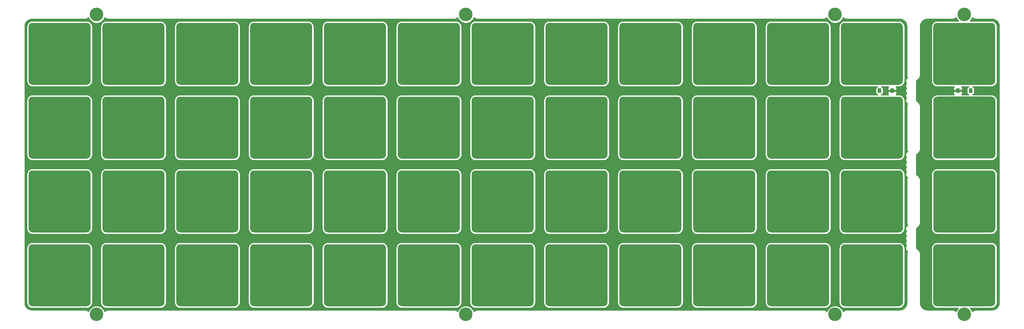
<source format=gbr>
G04 #@! TF.GenerationSoftware,KiCad,Pcbnew,(5.1.10-1-10_14)*
G04 #@! TF.CreationDate,2021-08-20T16:51:13-05:00*
G04 #@! TF.ProjectId,ori_top_plate,6f72695f-746f-4705-9f70-6c6174652e6b,rev?*
G04 #@! TF.SameCoordinates,Original*
G04 #@! TF.FileFunction,Copper,L2,Bot*
G04 #@! TF.FilePolarity,Positive*
%FSLAX46Y46*%
G04 Gerber Fmt 4.6, Leading zero omitted, Abs format (unit mm)*
G04 Created by KiCad (PCBNEW (5.1.10-1-10_14)) date 2021-08-20 16:51:13*
%MOMM*%
%LPD*%
G01*
G04 APERTURE LIST*
G04 #@! TA.AperFunction,ComponentPad*
%ADD10C,3.500000*%
G04 #@! TD*
G04 #@! TA.AperFunction,ViaPad*
%ADD11C,0.500000*%
G04 #@! TD*
G04 #@! TA.AperFunction,Conductor*
%ADD12C,0.250000*%
G04 #@! TD*
G04 #@! TA.AperFunction,Conductor*
%ADD13C,0.100000*%
G04 #@! TD*
G04 APERTURE END LIST*
G04 #@! TA.AperFunction,SMDPad,CuDef*
G36*
G01*
X397336010Y-100164700D02*
X397336010Y-114148700D01*
G75*
G02*
X396328010Y-115156700I-1008000J0D01*
G01*
X382344010Y-115156700D01*
G75*
G02*
X381336010Y-114148700I0J1008000D01*
G01*
X381336010Y-100164700D01*
G75*
G02*
X382344010Y-99156700I1008000J0D01*
G01*
X396328010Y-99156700D01*
G75*
G02*
X397336010Y-100164700I0J-1008000D01*
G01*
G37*
G04 #@! TD.AperFunction*
G04 #@! TA.AperFunction,SMDPad,CuDef*
G36*
G01*
X397361002Y-81114620D02*
X397361002Y-95098620D01*
G75*
G02*
X396353002Y-96106620I-1008000J0D01*
G01*
X382369002Y-96106620D01*
G75*
G02*
X381361002Y-95098620I0J1008000D01*
G01*
X381361002Y-81114620D01*
G75*
G02*
X382369002Y-80106620I1008000J0D01*
G01*
X396353002Y-80106620D01*
G75*
G02*
X397361002Y-81114620I0J-1008000D01*
G01*
G37*
G04 #@! TD.AperFunction*
G04 #@! TA.AperFunction,SMDPad,CuDef*
G36*
G01*
X397361370Y-62051880D02*
X397361370Y-76035880D01*
G75*
G02*
X396353370Y-77043880I-1008000J0D01*
G01*
X382369370Y-77043880D01*
G75*
G02*
X381361370Y-76035880I0J1008000D01*
G01*
X381361370Y-62051880D01*
G75*
G02*
X382369370Y-61043880I1008000J0D01*
G01*
X396353370Y-61043880D01*
G75*
G02*
X397361370Y-62051880I0J-1008000D01*
G01*
G37*
G04 #@! TD.AperFunction*
G04 #@! TA.AperFunction,SMDPad,CuDef*
G36*
G01*
X397336010Y-43014460D02*
X397336010Y-56998460D01*
G75*
G02*
X396328010Y-58006460I-1008000J0D01*
G01*
X382344010Y-58006460D01*
G75*
G02*
X381336010Y-56998460I0J1008000D01*
G01*
X381336010Y-43014460D01*
G75*
G02*
X382344010Y-42006460I1008000J0D01*
G01*
X396328010Y-42006460D01*
G75*
G02*
X397336010Y-43014460I0J-1008000D01*
G01*
G37*
G04 #@! TD.AperFunction*
G04 #@! TA.AperFunction,SMDPad,CuDef*
G36*
G01*
X373523410Y-100164700D02*
X373523410Y-114148700D01*
G75*
G02*
X372515410Y-115156700I-1008000J0D01*
G01*
X358531410Y-115156700D01*
G75*
G02*
X357523410Y-114148700I0J1008000D01*
G01*
X357523410Y-100164700D01*
G75*
G02*
X358531410Y-99156700I1008000J0D01*
G01*
X372515410Y-99156700D01*
G75*
G02*
X373523410Y-100164700I0J-1008000D01*
G01*
G37*
G04 #@! TD.AperFunction*
G04 #@! TA.AperFunction,SMDPad,CuDef*
G36*
G01*
X354473330Y-100168000D02*
X354473330Y-114152000D01*
G75*
G02*
X353465330Y-115160000I-1008000J0D01*
G01*
X339481330Y-115160000D01*
G75*
G02*
X338473330Y-114152000I0J1008000D01*
G01*
X338473330Y-100168000D01*
G75*
G02*
X339481330Y-99160000I1008000J0D01*
G01*
X353465330Y-99160000D01*
G75*
G02*
X354473330Y-100168000I0J-1008000D01*
G01*
G37*
G04 #@! TD.AperFunction*
G04 #@! TA.AperFunction,SMDPad,CuDef*
G36*
G01*
X335423250Y-100164700D02*
X335423250Y-114148700D01*
G75*
G02*
X334415250Y-115156700I-1008000J0D01*
G01*
X320431250Y-115156700D01*
G75*
G02*
X319423250Y-114148700I0J1008000D01*
G01*
X319423250Y-100164700D01*
G75*
G02*
X320431250Y-99156700I1008000J0D01*
G01*
X334415250Y-99156700D01*
G75*
G02*
X335423250Y-100164700I0J-1008000D01*
G01*
G37*
G04 #@! TD.AperFunction*
G04 #@! TA.AperFunction,SMDPad,CuDef*
G36*
G01*
X316373170Y-100164700D02*
X316373170Y-114148700D01*
G75*
G02*
X315365170Y-115156700I-1008000J0D01*
G01*
X301381170Y-115156700D01*
G75*
G02*
X300373170Y-114148700I0J1008000D01*
G01*
X300373170Y-100164700D01*
G75*
G02*
X301381170Y-99156700I1008000J0D01*
G01*
X315365170Y-99156700D01*
G75*
G02*
X316373170Y-100164700I0J-1008000D01*
G01*
G37*
G04 #@! TD.AperFunction*
G04 #@! TA.AperFunction,SMDPad,CuDef*
G36*
G01*
X297323090Y-100164700D02*
X297323090Y-114148700D01*
G75*
G02*
X296315090Y-115156700I-1008000J0D01*
G01*
X282331090Y-115156700D01*
G75*
G02*
X281323090Y-114148700I0J1008000D01*
G01*
X281323090Y-100164700D01*
G75*
G02*
X282331090Y-99156700I1008000J0D01*
G01*
X296315090Y-99156700D01*
G75*
G02*
X297323090Y-100164700I0J-1008000D01*
G01*
G37*
G04 #@! TD.AperFunction*
G04 #@! TA.AperFunction,SMDPad,CuDef*
G36*
G01*
X278273010Y-100164700D02*
X278273010Y-114148700D01*
G75*
G02*
X277265010Y-115156700I-1008000J0D01*
G01*
X263281010Y-115156700D01*
G75*
G02*
X262273010Y-114148700I0J1008000D01*
G01*
X262273010Y-100164700D01*
G75*
G02*
X263281010Y-99156700I1008000J0D01*
G01*
X277265010Y-99156700D01*
G75*
G02*
X278273010Y-100164700I0J-1008000D01*
G01*
G37*
G04 #@! TD.AperFunction*
G04 #@! TA.AperFunction,SMDPad,CuDef*
G36*
G01*
X259222930Y-100164700D02*
X259222930Y-114148700D01*
G75*
G02*
X258214930Y-115156700I-1008000J0D01*
G01*
X244230930Y-115156700D01*
G75*
G02*
X243222930Y-114148700I0J1008000D01*
G01*
X243222930Y-100164700D01*
G75*
G02*
X244230930Y-99156700I1008000J0D01*
G01*
X258214930Y-99156700D01*
G75*
G02*
X259222930Y-100164700I0J-1008000D01*
G01*
G37*
G04 #@! TD.AperFunction*
G04 #@! TA.AperFunction,SMDPad,CuDef*
G36*
G01*
X240172850Y-100164700D02*
X240172850Y-114148700D01*
G75*
G02*
X239164850Y-115156700I-1008000J0D01*
G01*
X225180850Y-115156700D01*
G75*
G02*
X224172850Y-114148700I0J1008000D01*
G01*
X224172850Y-100164700D01*
G75*
G02*
X225180850Y-99156700I1008000J0D01*
G01*
X239164850Y-99156700D01*
G75*
G02*
X240172850Y-100164700I0J-1008000D01*
G01*
G37*
G04 #@! TD.AperFunction*
G04 #@! TA.AperFunction,SMDPad,CuDef*
G36*
G01*
X221122770Y-100164700D02*
X221122770Y-114148700D01*
G75*
G02*
X220114770Y-115156700I-1008000J0D01*
G01*
X206130770Y-115156700D01*
G75*
G02*
X205122770Y-114148700I0J1008000D01*
G01*
X205122770Y-100164700D01*
G75*
G02*
X206130770Y-99156700I1008000J0D01*
G01*
X220114770Y-99156700D01*
G75*
G02*
X221122770Y-100164700I0J-1008000D01*
G01*
G37*
G04 #@! TD.AperFunction*
G04 #@! TA.AperFunction,SMDPad,CuDef*
G36*
G01*
X202072690Y-100164700D02*
X202072690Y-114148700D01*
G75*
G02*
X201064690Y-115156700I-1008000J0D01*
G01*
X187080690Y-115156700D01*
G75*
G02*
X186072690Y-114148700I0J1008000D01*
G01*
X186072690Y-100164700D01*
G75*
G02*
X187080690Y-99156700I1008000J0D01*
G01*
X201064690Y-99156700D01*
G75*
G02*
X202072690Y-100164700I0J-1008000D01*
G01*
G37*
G04 #@! TD.AperFunction*
G04 #@! TA.AperFunction,SMDPad,CuDef*
G36*
G01*
X183022610Y-100164700D02*
X183022610Y-114148700D01*
G75*
G02*
X182014610Y-115156700I-1008000J0D01*
G01*
X168030610Y-115156700D01*
G75*
G02*
X167022610Y-114148700I0J1008000D01*
G01*
X167022610Y-100164700D01*
G75*
G02*
X168030610Y-99156700I1008000J0D01*
G01*
X182014610Y-99156700D01*
G75*
G02*
X183022610Y-100164700I0J-1008000D01*
G01*
G37*
G04 #@! TD.AperFunction*
G04 #@! TA.AperFunction,SMDPad,CuDef*
G36*
G01*
X163972530Y-100164700D02*
X163972530Y-114148700D01*
G75*
G02*
X162964530Y-115156700I-1008000J0D01*
G01*
X148980530Y-115156700D01*
G75*
G02*
X147972530Y-114148700I0J1008000D01*
G01*
X147972530Y-100164700D01*
G75*
G02*
X148980530Y-99156700I1008000J0D01*
G01*
X162964530Y-99156700D01*
G75*
G02*
X163972530Y-100164700I0J-1008000D01*
G01*
G37*
G04 #@! TD.AperFunction*
G04 #@! TA.AperFunction,SMDPad,CuDef*
G36*
G01*
X373523410Y-81114620D02*
X373523410Y-95098620D01*
G75*
G02*
X372515410Y-96106620I-1008000J0D01*
G01*
X358531410Y-96106620D01*
G75*
G02*
X357523410Y-95098620I0J1008000D01*
G01*
X357523410Y-81114620D01*
G75*
G02*
X358531410Y-80106620I1008000J0D01*
G01*
X372515410Y-80106620D01*
G75*
G02*
X373523410Y-81114620I0J-1008000D01*
G01*
G37*
G04 #@! TD.AperFunction*
G04 #@! TA.AperFunction,SMDPad,CuDef*
G36*
G01*
X354473330Y-81114620D02*
X354473330Y-95098620D01*
G75*
G02*
X353465330Y-96106620I-1008000J0D01*
G01*
X339481330Y-96106620D01*
G75*
G02*
X338473330Y-95098620I0J1008000D01*
G01*
X338473330Y-81114620D01*
G75*
G02*
X339481330Y-80106620I1008000J0D01*
G01*
X353465330Y-80106620D01*
G75*
G02*
X354473330Y-81114620I0J-1008000D01*
G01*
G37*
G04 #@! TD.AperFunction*
G04 #@! TA.AperFunction,SMDPad,CuDef*
G36*
G01*
X335423250Y-81114620D02*
X335423250Y-95098620D01*
G75*
G02*
X334415250Y-96106620I-1008000J0D01*
G01*
X320431250Y-96106620D01*
G75*
G02*
X319423250Y-95098620I0J1008000D01*
G01*
X319423250Y-81114620D01*
G75*
G02*
X320431250Y-80106620I1008000J0D01*
G01*
X334415250Y-80106620D01*
G75*
G02*
X335423250Y-81114620I0J-1008000D01*
G01*
G37*
G04 #@! TD.AperFunction*
G04 #@! TA.AperFunction,SMDPad,CuDef*
G36*
G01*
X316373170Y-81114620D02*
X316373170Y-95098620D01*
G75*
G02*
X315365170Y-96106620I-1008000J0D01*
G01*
X301381170Y-96106620D01*
G75*
G02*
X300373170Y-95098620I0J1008000D01*
G01*
X300373170Y-81114620D01*
G75*
G02*
X301381170Y-80106620I1008000J0D01*
G01*
X315365170Y-80106620D01*
G75*
G02*
X316373170Y-81114620I0J-1008000D01*
G01*
G37*
G04 #@! TD.AperFunction*
G04 #@! TA.AperFunction,SMDPad,CuDef*
G36*
G01*
X297323090Y-81114620D02*
X297323090Y-95098620D01*
G75*
G02*
X296315090Y-96106620I-1008000J0D01*
G01*
X282331090Y-96106620D01*
G75*
G02*
X281323090Y-95098620I0J1008000D01*
G01*
X281323090Y-81114620D01*
G75*
G02*
X282331090Y-80106620I1008000J0D01*
G01*
X296315090Y-80106620D01*
G75*
G02*
X297323090Y-81114620I0J-1008000D01*
G01*
G37*
G04 #@! TD.AperFunction*
G04 #@! TA.AperFunction,SMDPad,CuDef*
G36*
G01*
X278273010Y-81114620D02*
X278273010Y-95098620D01*
G75*
G02*
X277265010Y-96106620I-1008000J0D01*
G01*
X263281010Y-96106620D01*
G75*
G02*
X262273010Y-95098620I0J1008000D01*
G01*
X262273010Y-81114620D01*
G75*
G02*
X263281010Y-80106620I1008000J0D01*
G01*
X277265010Y-80106620D01*
G75*
G02*
X278273010Y-81114620I0J-1008000D01*
G01*
G37*
G04 #@! TD.AperFunction*
G04 #@! TA.AperFunction,SMDPad,CuDef*
G36*
G01*
X259222930Y-81114620D02*
X259222930Y-95098620D01*
G75*
G02*
X258214930Y-96106620I-1008000J0D01*
G01*
X244230930Y-96106620D01*
G75*
G02*
X243222930Y-95098620I0J1008000D01*
G01*
X243222930Y-81114620D01*
G75*
G02*
X244230930Y-80106620I1008000J0D01*
G01*
X258214930Y-80106620D01*
G75*
G02*
X259222930Y-81114620I0J-1008000D01*
G01*
G37*
G04 #@! TD.AperFunction*
G04 #@! TA.AperFunction,SMDPad,CuDef*
G36*
G01*
X240172850Y-81114620D02*
X240172850Y-95098620D01*
G75*
G02*
X239164850Y-96106620I-1008000J0D01*
G01*
X225180850Y-96106620D01*
G75*
G02*
X224172850Y-95098620I0J1008000D01*
G01*
X224172850Y-81114620D01*
G75*
G02*
X225180850Y-80106620I1008000J0D01*
G01*
X239164850Y-80106620D01*
G75*
G02*
X240172850Y-81114620I0J-1008000D01*
G01*
G37*
G04 #@! TD.AperFunction*
G04 #@! TA.AperFunction,SMDPad,CuDef*
G36*
G01*
X221122770Y-81114620D02*
X221122770Y-95098620D01*
G75*
G02*
X220114770Y-96106620I-1008000J0D01*
G01*
X206130770Y-96106620D01*
G75*
G02*
X205122770Y-95098620I0J1008000D01*
G01*
X205122770Y-81114620D01*
G75*
G02*
X206130770Y-80106620I1008000J0D01*
G01*
X220114770Y-80106620D01*
G75*
G02*
X221122770Y-81114620I0J-1008000D01*
G01*
G37*
G04 #@! TD.AperFunction*
G04 #@! TA.AperFunction,SMDPad,CuDef*
G36*
G01*
X202072690Y-81114620D02*
X202072690Y-95098620D01*
G75*
G02*
X201064690Y-96106620I-1008000J0D01*
G01*
X187080690Y-96106620D01*
G75*
G02*
X186072690Y-95098620I0J1008000D01*
G01*
X186072690Y-81114620D01*
G75*
G02*
X187080690Y-80106620I1008000J0D01*
G01*
X201064690Y-80106620D01*
G75*
G02*
X202072690Y-81114620I0J-1008000D01*
G01*
G37*
G04 #@! TD.AperFunction*
G04 #@! TA.AperFunction,SMDPad,CuDef*
G36*
G01*
X183022610Y-81114620D02*
X183022610Y-95098620D01*
G75*
G02*
X182014610Y-96106620I-1008000J0D01*
G01*
X168030610Y-96106620D01*
G75*
G02*
X167022610Y-95098620I0J1008000D01*
G01*
X167022610Y-81114620D01*
G75*
G02*
X168030610Y-80106620I1008000J0D01*
G01*
X182014610Y-80106620D01*
G75*
G02*
X183022610Y-81114620I0J-1008000D01*
G01*
G37*
G04 #@! TD.AperFunction*
G04 #@! TA.AperFunction,SMDPad,CuDef*
G36*
G01*
X163972530Y-81114620D02*
X163972530Y-95098620D01*
G75*
G02*
X162964530Y-96106620I-1008000J0D01*
G01*
X148980530Y-96106620D01*
G75*
G02*
X147972530Y-95098620I0J1008000D01*
G01*
X147972530Y-81114620D01*
G75*
G02*
X148980530Y-80106620I1008000J0D01*
G01*
X162964530Y-80106620D01*
G75*
G02*
X163972530Y-81114620I0J-1008000D01*
G01*
G37*
G04 #@! TD.AperFunction*
G04 #@! TA.AperFunction,SMDPad,CuDef*
G36*
G01*
X373523410Y-62064540D02*
X373523410Y-76048540D01*
G75*
G02*
X372515410Y-77056540I-1008000J0D01*
G01*
X358531410Y-77056540D01*
G75*
G02*
X357523410Y-76048540I0J1008000D01*
G01*
X357523410Y-62064540D01*
G75*
G02*
X358531410Y-61056540I1008000J0D01*
G01*
X372515410Y-61056540D01*
G75*
G02*
X373523410Y-62064540I0J-1008000D01*
G01*
G37*
G04 #@! TD.AperFunction*
G04 #@! TA.AperFunction,SMDPad,CuDef*
G36*
G01*
X354473330Y-62064540D02*
X354473330Y-76048540D01*
G75*
G02*
X353465330Y-77056540I-1008000J0D01*
G01*
X339481330Y-77056540D01*
G75*
G02*
X338473330Y-76048540I0J1008000D01*
G01*
X338473330Y-62064540D01*
G75*
G02*
X339481330Y-61056540I1008000J0D01*
G01*
X353465330Y-61056540D01*
G75*
G02*
X354473330Y-62064540I0J-1008000D01*
G01*
G37*
G04 #@! TD.AperFunction*
G04 #@! TA.AperFunction,SMDPad,CuDef*
G36*
G01*
X335423250Y-62064540D02*
X335423250Y-76048540D01*
G75*
G02*
X334415250Y-77056540I-1008000J0D01*
G01*
X320431250Y-77056540D01*
G75*
G02*
X319423250Y-76048540I0J1008000D01*
G01*
X319423250Y-62064540D01*
G75*
G02*
X320431250Y-61056540I1008000J0D01*
G01*
X334415250Y-61056540D01*
G75*
G02*
X335423250Y-62064540I0J-1008000D01*
G01*
G37*
G04 #@! TD.AperFunction*
G04 #@! TA.AperFunction,SMDPad,CuDef*
G36*
G01*
X316373170Y-62064540D02*
X316373170Y-76048540D01*
G75*
G02*
X315365170Y-77056540I-1008000J0D01*
G01*
X301381170Y-77056540D01*
G75*
G02*
X300373170Y-76048540I0J1008000D01*
G01*
X300373170Y-62064540D01*
G75*
G02*
X301381170Y-61056540I1008000J0D01*
G01*
X315365170Y-61056540D01*
G75*
G02*
X316373170Y-62064540I0J-1008000D01*
G01*
G37*
G04 #@! TD.AperFunction*
G04 #@! TA.AperFunction,SMDPad,CuDef*
G36*
G01*
X297323090Y-62064540D02*
X297323090Y-76048540D01*
G75*
G02*
X296315090Y-77056540I-1008000J0D01*
G01*
X282331090Y-77056540D01*
G75*
G02*
X281323090Y-76048540I0J1008000D01*
G01*
X281323090Y-62064540D01*
G75*
G02*
X282331090Y-61056540I1008000J0D01*
G01*
X296315090Y-61056540D01*
G75*
G02*
X297323090Y-62064540I0J-1008000D01*
G01*
G37*
G04 #@! TD.AperFunction*
G04 #@! TA.AperFunction,SMDPad,CuDef*
G36*
G01*
X278273010Y-62064540D02*
X278273010Y-76048540D01*
G75*
G02*
X277265010Y-77056540I-1008000J0D01*
G01*
X263281010Y-77056540D01*
G75*
G02*
X262273010Y-76048540I0J1008000D01*
G01*
X262273010Y-62064540D01*
G75*
G02*
X263281010Y-61056540I1008000J0D01*
G01*
X277265010Y-61056540D01*
G75*
G02*
X278273010Y-62064540I0J-1008000D01*
G01*
G37*
G04 #@! TD.AperFunction*
G04 #@! TA.AperFunction,SMDPad,CuDef*
G36*
G01*
X259222930Y-62064540D02*
X259222930Y-76048540D01*
G75*
G02*
X258214930Y-77056540I-1008000J0D01*
G01*
X244230930Y-77056540D01*
G75*
G02*
X243222930Y-76048540I0J1008000D01*
G01*
X243222930Y-62064540D01*
G75*
G02*
X244230930Y-61056540I1008000J0D01*
G01*
X258214930Y-61056540D01*
G75*
G02*
X259222930Y-62064540I0J-1008000D01*
G01*
G37*
G04 #@! TD.AperFunction*
G04 #@! TA.AperFunction,SMDPad,CuDef*
G36*
G01*
X240172850Y-62064540D02*
X240172850Y-76048540D01*
G75*
G02*
X239164850Y-77056540I-1008000J0D01*
G01*
X225180850Y-77056540D01*
G75*
G02*
X224172850Y-76048540I0J1008000D01*
G01*
X224172850Y-62064540D01*
G75*
G02*
X225180850Y-61056540I1008000J0D01*
G01*
X239164850Y-61056540D01*
G75*
G02*
X240172850Y-62064540I0J-1008000D01*
G01*
G37*
G04 #@! TD.AperFunction*
G04 #@! TA.AperFunction,SMDPad,CuDef*
G36*
G01*
X221122770Y-62064540D02*
X221122770Y-76048540D01*
G75*
G02*
X220114770Y-77056540I-1008000J0D01*
G01*
X206130770Y-77056540D01*
G75*
G02*
X205122770Y-76048540I0J1008000D01*
G01*
X205122770Y-62064540D01*
G75*
G02*
X206130770Y-61056540I1008000J0D01*
G01*
X220114770Y-61056540D01*
G75*
G02*
X221122770Y-62064540I0J-1008000D01*
G01*
G37*
G04 #@! TD.AperFunction*
G04 #@! TA.AperFunction,SMDPad,CuDef*
G36*
G01*
X202072690Y-62064540D02*
X202072690Y-76048540D01*
G75*
G02*
X201064690Y-77056540I-1008000J0D01*
G01*
X187080690Y-77056540D01*
G75*
G02*
X186072690Y-76048540I0J1008000D01*
G01*
X186072690Y-62064540D01*
G75*
G02*
X187080690Y-61056540I1008000J0D01*
G01*
X201064690Y-61056540D01*
G75*
G02*
X202072690Y-62064540I0J-1008000D01*
G01*
G37*
G04 #@! TD.AperFunction*
G04 #@! TA.AperFunction,SMDPad,CuDef*
G36*
G01*
X183022610Y-62064540D02*
X183022610Y-76048540D01*
G75*
G02*
X182014610Y-77056540I-1008000J0D01*
G01*
X168030610Y-77056540D01*
G75*
G02*
X167022610Y-76048540I0J1008000D01*
G01*
X167022610Y-62064540D01*
G75*
G02*
X168030610Y-61056540I1008000J0D01*
G01*
X182014610Y-61056540D01*
G75*
G02*
X183022610Y-62064540I0J-1008000D01*
G01*
G37*
G04 #@! TD.AperFunction*
G04 #@! TA.AperFunction,SMDPad,CuDef*
G36*
G01*
X163972530Y-62064540D02*
X163972530Y-76048540D01*
G75*
G02*
X162964530Y-77056540I-1008000J0D01*
G01*
X148980530Y-77056540D01*
G75*
G02*
X147972530Y-76048540I0J1008000D01*
G01*
X147972530Y-62064540D01*
G75*
G02*
X148980530Y-61056540I1008000J0D01*
G01*
X162964530Y-61056540D01*
G75*
G02*
X163972530Y-62064540I0J-1008000D01*
G01*
G37*
G04 #@! TD.AperFunction*
G04 #@! TA.AperFunction,SMDPad,CuDef*
G36*
G01*
X373523410Y-43014460D02*
X373523410Y-56998460D01*
G75*
G02*
X372515410Y-58006460I-1008000J0D01*
G01*
X358531410Y-58006460D01*
G75*
G02*
X357523410Y-56998460I0J1008000D01*
G01*
X357523410Y-43014460D01*
G75*
G02*
X358531410Y-42006460I1008000J0D01*
G01*
X372515410Y-42006460D01*
G75*
G02*
X373523410Y-43014460I0J-1008000D01*
G01*
G37*
G04 #@! TD.AperFunction*
G04 #@! TA.AperFunction,SMDPad,CuDef*
G36*
G01*
X354473330Y-43014460D02*
X354473330Y-56998460D01*
G75*
G02*
X353465330Y-58006460I-1008000J0D01*
G01*
X339481330Y-58006460D01*
G75*
G02*
X338473330Y-56998460I0J1008000D01*
G01*
X338473330Y-43014460D01*
G75*
G02*
X339481330Y-42006460I1008000J0D01*
G01*
X353465330Y-42006460D01*
G75*
G02*
X354473330Y-43014460I0J-1008000D01*
G01*
G37*
G04 #@! TD.AperFunction*
G04 #@! TA.AperFunction,SMDPad,CuDef*
G36*
G01*
X335423250Y-43014460D02*
X335423250Y-56998460D01*
G75*
G02*
X334415250Y-58006460I-1008000J0D01*
G01*
X320431250Y-58006460D01*
G75*
G02*
X319423250Y-56998460I0J1008000D01*
G01*
X319423250Y-43014460D01*
G75*
G02*
X320431250Y-42006460I1008000J0D01*
G01*
X334415250Y-42006460D01*
G75*
G02*
X335423250Y-43014460I0J-1008000D01*
G01*
G37*
G04 #@! TD.AperFunction*
G04 #@! TA.AperFunction,SMDPad,CuDef*
G36*
G01*
X316373170Y-43014460D02*
X316373170Y-56998460D01*
G75*
G02*
X315365170Y-58006460I-1008000J0D01*
G01*
X301381170Y-58006460D01*
G75*
G02*
X300373170Y-56998460I0J1008000D01*
G01*
X300373170Y-43014460D01*
G75*
G02*
X301381170Y-42006460I1008000J0D01*
G01*
X315365170Y-42006460D01*
G75*
G02*
X316373170Y-43014460I0J-1008000D01*
G01*
G37*
G04 #@! TD.AperFunction*
G04 #@! TA.AperFunction,SMDPad,CuDef*
G36*
G01*
X297323090Y-43014460D02*
X297323090Y-56998460D01*
G75*
G02*
X296315090Y-58006460I-1008000J0D01*
G01*
X282331090Y-58006460D01*
G75*
G02*
X281323090Y-56998460I0J1008000D01*
G01*
X281323090Y-43014460D01*
G75*
G02*
X282331090Y-42006460I1008000J0D01*
G01*
X296315090Y-42006460D01*
G75*
G02*
X297323090Y-43014460I0J-1008000D01*
G01*
G37*
G04 #@! TD.AperFunction*
G04 #@! TA.AperFunction,SMDPad,CuDef*
G36*
G01*
X278273010Y-43014460D02*
X278273010Y-56998460D01*
G75*
G02*
X277265010Y-58006460I-1008000J0D01*
G01*
X263281010Y-58006460D01*
G75*
G02*
X262273010Y-56998460I0J1008000D01*
G01*
X262273010Y-43014460D01*
G75*
G02*
X263281010Y-42006460I1008000J0D01*
G01*
X277265010Y-42006460D01*
G75*
G02*
X278273010Y-43014460I0J-1008000D01*
G01*
G37*
G04 #@! TD.AperFunction*
G04 #@! TA.AperFunction,SMDPad,CuDef*
G36*
G01*
X259222930Y-43014460D02*
X259222930Y-56998460D01*
G75*
G02*
X258214930Y-58006460I-1008000J0D01*
G01*
X244230930Y-58006460D01*
G75*
G02*
X243222930Y-56998460I0J1008000D01*
G01*
X243222930Y-43014460D01*
G75*
G02*
X244230930Y-42006460I1008000J0D01*
G01*
X258214930Y-42006460D01*
G75*
G02*
X259222930Y-43014460I0J-1008000D01*
G01*
G37*
G04 #@! TD.AperFunction*
G04 #@! TA.AperFunction,SMDPad,CuDef*
G36*
G01*
X240172850Y-43014460D02*
X240172850Y-56998460D01*
G75*
G02*
X239164850Y-58006460I-1008000J0D01*
G01*
X225180850Y-58006460D01*
G75*
G02*
X224172850Y-56998460I0J1008000D01*
G01*
X224172850Y-43014460D01*
G75*
G02*
X225180850Y-42006460I1008000J0D01*
G01*
X239164850Y-42006460D01*
G75*
G02*
X240172850Y-43014460I0J-1008000D01*
G01*
G37*
G04 #@! TD.AperFunction*
G04 #@! TA.AperFunction,SMDPad,CuDef*
G36*
G01*
X221122770Y-43014460D02*
X221122770Y-56998460D01*
G75*
G02*
X220114770Y-58006460I-1008000J0D01*
G01*
X206130770Y-58006460D01*
G75*
G02*
X205122770Y-56998460I0J1008000D01*
G01*
X205122770Y-43014460D01*
G75*
G02*
X206130770Y-42006460I1008000J0D01*
G01*
X220114770Y-42006460D01*
G75*
G02*
X221122770Y-43014460I0J-1008000D01*
G01*
G37*
G04 #@! TD.AperFunction*
G04 #@! TA.AperFunction,SMDPad,CuDef*
G36*
G01*
X202072690Y-43014460D02*
X202072690Y-56998460D01*
G75*
G02*
X201064690Y-58006460I-1008000J0D01*
G01*
X187080690Y-58006460D01*
G75*
G02*
X186072690Y-56998460I0J1008000D01*
G01*
X186072690Y-43014460D01*
G75*
G02*
X187080690Y-42006460I1008000J0D01*
G01*
X201064690Y-42006460D01*
G75*
G02*
X202072690Y-43014460I0J-1008000D01*
G01*
G37*
G04 #@! TD.AperFunction*
G04 #@! TA.AperFunction,SMDPad,CuDef*
G36*
G01*
X183022610Y-43014460D02*
X183022610Y-56998460D01*
G75*
G02*
X182014610Y-58006460I-1008000J0D01*
G01*
X168030610Y-58006460D01*
G75*
G02*
X167022610Y-56998460I0J1008000D01*
G01*
X167022610Y-43014460D01*
G75*
G02*
X168030610Y-42006460I1008000J0D01*
G01*
X182014610Y-42006460D01*
G75*
G02*
X183022610Y-43014460I0J-1008000D01*
G01*
G37*
G04 #@! TD.AperFunction*
G04 #@! TA.AperFunction,SMDPad,CuDef*
G36*
G01*
X163972530Y-43014460D02*
X163972530Y-56998460D01*
G75*
G02*
X162964530Y-58006460I-1008000J0D01*
G01*
X148980530Y-58006460D01*
G75*
G02*
X147972530Y-56998460I0J1008000D01*
G01*
X147972530Y-43014460D01*
G75*
G02*
X148980530Y-42006460I1008000J0D01*
G01*
X162964530Y-42006460D01*
G75*
G02*
X163972530Y-43014460I0J-1008000D01*
G01*
G37*
G04 #@! TD.AperFunction*
G04 #@! TA.AperFunction,SMDPad,CuDef*
G36*
G01*
X370270360Y-59868904D02*
X370270360Y-59168904D01*
G75*
G02*
X370520360Y-58918904I250000J0D01*
G01*
X371020360Y-58918904D01*
G75*
G02*
X371270360Y-59168904I0J-250000D01*
G01*
X371270360Y-59868904D01*
G75*
G02*
X371020360Y-60118904I-250000J0D01*
G01*
X370520360Y-60118904D01*
G75*
G02*
X370270360Y-59868904I0J250000D01*
G01*
G37*
G04 #@! TD.AperFunction*
G04 #@! TA.AperFunction,SMDPad,CuDef*
G36*
G01*
X366970360Y-59868904D02*
X366970360Y-59168904D01*
G75*
G02*
X367220360Y-58918904I250000J0D01*
G01*
X367720360Y-58918904D01*
G75*
G02*
X367970360Y-59168904I0J-250000D01*
G01*
X367970360Y-59868904D01*
G75*
G02*
X367720360Y-60118904I-250000J0D01*
G01*
X367220360Y-60118904D01*
G75*
G02*
X366970360Y-59868904I0J250000D01*
G01*
G37*
G04 #@! TD.AperFunction*
G04 #@! TA.AperFunction,SMDPad,CuDef*
G36*
G01*
X388211370Y-59168840D02*
X388211370Y-59868840D01*
G75*
G02*
X387961370Y-60118840I-250000J0D01*
G01*
X387461370Y-60118840D01*
G75*
G02*
X387211370Y-59868840I0J250000D01*
G01*
X387211370Y-59168840D01*
G75*
G02*
X387461370Y-58918840I250000J0D01*
G01*
X387961370Y-58918840D01*
G75*
G02*
X388211370Y-59168840I0J-250000D01*
G01*
G37*
G04 #@! TD.AperFunction*
G04 #@! TA.AperFunction,SMDPad,CuDef*
G36*
G01*
X391511370Y-59168840D02*
X391511370Y-59868840D01*
G75*
G02*
X391261370Y-60118840I-250000J0D01*
G01*
X390761370Y-60118840D01*
G75*
G02*
X390511370Y-59868840I0J250000D01*
G01*
X390511370Y-59168840D01*
G75*
G02*
X390761370Y-58918840I250000J0D01*
G01*
X391261370Y-58918840D01*
G75*
G02*
X391511370Y-59168840I0J-250000D01*
G01*
G37*
G04 #@! TD.AperFunction*
D10*
X165523314Y-39873575D03*
X165523314Y-117264265D03*
X260773394Y-39873575D03*
X260773394Y-117264265D03*
X356023474Y-39873575D03*
X356023474Y-117264265D03*
X389361002Y-39873575D03*
X389361002Y-117264265D03*
D11*
X373287551Y-59518904D03*
X385194165Y-59518840D03*
D12*
X370770360Y-59518904D02*
X373287551Y-59518904D01*
X387711370Y-59518840D02*
X385194165Y-59518840D01*
X358156779Y-40646575D02*
X358192144Y-40681694D01*
X358227029Y-40717317D01*
X358232946Y-40722212D01*
X358322983Y-40795644D01*
X358364512Y-40823236D01*
X358405635Y-40851393D01*
X358412390Y-40855046D01*
X358514976Y-40909591D01*
X358561034Y-40928575D01*
X358606880Y-40948224D01*
X358614216Y-40950495D01*
X358725442Y-40984076D01*
X358774364Y-40993763D01*
X358823100Y-41004122D01*
X358830737Y-41004925D01*
X358946367Y-41016263D01*
X358946371Y-41016263D01*
X358973027Y-41018888D01*
X372665646Y-41018760D01*
X373047730Y-41056223D01*
X373389388Y-41159376D01*
X373704495Y-41326921D01*
X373981057Y-41552481D01*
X374208547Y-41827468D01*
X374378290Y-42141402D01*
X374483823Y-42482323D01*
X374523810Y-42862772D01*
X374523811Y-55378621D01*
X374526551Y-55406441D01*
X374526551Y-55421898D01*
X374527354Y-55429535D01*
X374553256Y-55660457D01*
X374563621Y-55709222D01*
X374573303Y-55758117D01*
X374575573Y-55765453D01*
X374645835Y-55986946D01*
X374665476Y-56032771D01*
X374684469Y-56078851D01*
X374688121Y-56085606D01*
X374748734Y-56195861D01*
X374633982Y-56243393D01*
X374490670Y-56339151D01*
X374368793Y-56461028D01*
X374273035Y-56604340D01*
X374207076Y-56763580D01*
X374173450Y-56932628D01*
X374173450Y-57104988D01*
X374207076Y-57274036D01*
X374273035Y-57433276D01*
X374368793Y-57576588D01*
X374436013Y-57643808D01*
X374368793Y-57711028D01*
X374273035Y-57854340D01*
X374207076Y-58013580D01*
X374173450Y-58182628D01*
X374173450Y-58354988D01*
X374207076Y-58524036D01*
X374273035Y-58683276D01*
X374368793Y-58826588D01*
X374436013Y-58893808D01*
X374368793Y-58961028D01*
X374273035Y-59104340D01*
X374207076Y-59263580D01*
X374173450Y-59432628D01*
X374173450Y-59604988D01*
X374207076Y-59774036D01*
X374273035Y-59933276D01*
X374368793Y-60076588D01*
X374436013Y-60143808D01*
X374368793Y-60211028D01*
X374273035Y-60354340D01*
X374207076Y-60513580D01*
X374173450Y-60682628D01*
X374173450Y-60854988D01*
X374207076Y-61024036D01*
X374273035Y-61183276D01*
X374368793Y-61326588D01*
X374436013Y-61393808D01*
X374368793Y-61461028D01*
X374273035Y-61604340D01*
X374207076Y-61763580D01*
X374173450Y-61932628D01*
X374173450Y-62104988D01*
X374207076Y-62274036D01*
X374273035Y-62433276D01*
X374368793Y-62576588D01*
X374490670Y-62698465D01*
X374633982Y-62794223D01*
X374748222Y-62841543D01*
X374677702Y-62974172D01*
X374658683Y-63020317D01*
X374639070Y-63066077D01*
X374636799Y-63073412D01*
X374569636Y-63295865D01*
X374559951Y-63344777D01*
X374549589Y-63393527D01*
X374548786Y-63401164D01*
X374526111Y-63632425D01*
X374526111Y-63632431D01*
X374523486Y-63659094D01*
X374523811Y-74428749D01*
X374526551Y-74456559D01*
X374526551Y-74472010D01*
X374527354Y-74479647D01*
X374553256Y-74710569D01*
X374563621Y-74759334D01*
X374573303Y-74808229D01*
X374575573Y-74815565D01*
X374645835Y-75037058D01*
X374665476Y-75082883D01*
X374684469Y-75128963D01*
X374688121Y-75135718D01*
X374754403Y-75256285D01*
X374633982Y-75306165D01*
X374490670Y-75401923D01*
X374368793Y-75523800D01*
X374273035Y-75667112D01*
X374207076Y-75826352D01*
X374173450Y-75995400D01*
X374173450Y-76167760D01*
X374207076Y-76336808D01*
X374273035Y-76496048D01*
X374368793Y-76639360D01*
X374436013Y-76706580D01*
X374368793Y-76773800D01*
X374273035Y-76917112D01*
X374207076Y-77076352D01*
X374173450Y-77245400D01*
X374173450Y-77417760D01*
X374207076Y-77586808D01*
X374273035Y-77746048D01*
X374368793Y-77889360D01*
X374436013Y-77956580D01*
X374368793Y-78023800D01*
X374273035Y-78167112D01*
X374207076Y-78326352D01*
X374173450Y-78495400D01*
X374173450Y-78667760D01*
X374207076Y-78836808D01*
X374273035Y-78996048D01*
X374368793Y-79139360D01*
X374436013Y-79206580D01*
X374368793Y-79273800D01*
X374273035Y-79417112D01*
X374207076Y-79576352D01*
X374173450Y-79745400D01*
X374173450Y-79917760D01*
X374207076Y-80086808D01*
X374273035Y-80246048D01*
X374368793Y-80389360D01*
X374436013Y-80456580D01*
X374368793Y-80523800D01*
X374273035Y-80667112D01*
X374207076Y-80826352D01*
X374173450Y-80995400D01*
X374173450Y-81167760D01*
X374207076Y-81336808D01*
X374273035Y-81496048D01*
X374368793Y-81639360D01*
X374490670Y-81761237D01*
X374633982Y-81856995D01*
X374742936Y-81902125D01*
X374678026Y-82024202D01*
X374659007Y-82070347D01*
X374639394Y-82116107D01*
X374637123Y-82123442D01*
X374569960Y-82345895D01*
X374560275Y-82394807D01*
X374549913Y-82443557D01*
X374549110Y-82451194D01*
X374526435Y-82682455D01*
X374523811Y-82709091D01*
X374523490Y-93478746D01*
X374526551Y-93509837D01*
X374526551Y-93522122D01*
X374527354Y-93529759D01*
X374553256Y-93760681D01*
X374563621Y-93809446D01*
X374573303Y-93858341D01*
X374575573Y-93865677D01*
X374645835Y-94087170D01*
X374665476Y-94132995D01*
X374684469Y-94179075D01*
X374688121Y-94185830D01*
X374754403Y-94306397D01*
X374633982Y-94356277D01*
X374490670Y-94452035D01*
X374368793Y-94573912D01*
X374273035Y-94717224D01*
X374207076Y-94876464D01*
X374173450Y-95045512D01*
X374173450Y-95217872D01*
X374207076Y-95386920D01*
X374273035Y-95546160D01*
X374368793Y-95689472D01*
X374436013Y-95756692D01*
X374368793Y-95823912D01*
X374273035Y-95967224D01*
X374207076Y-96126464D01*
X374173450Y-96295512D01*
X374173450Y-96467872D01*
X374207076Y-96636920D01*
X374273035Y-96796160D01*
X374368793Y-96939472D01*
X374436013Y-97006692D01*
X374368793Y-97073912D01*
X374273035Y-97217224D01*
X374207076Y-97376464D01*
X374173450Y-97545512D01*
X374173450Y-97717872D01*
X374207076Y-97886920D01*
X374273035Y-98046160D01*
X374368793Y-98189472D01*
X374436013Y-98256692D01*
X374368793Y-98323912D01*
X374273035Y-98467224D01*
X374207076Y-98626464D01*
X374173450Y-98795512D01*
X374173450Y-98967872D01*
X374207076Y-99136920D01*
X374273035Y-99296160D01*
X374368793Y-99439472D01*
X374436013Y-99506692D01*
X374368793Y-99573912D01*
X374273035Y-99717224D01*
X374207076Y-99876464D01*
X374173450Y-100045512D01*
X374173450Y-100217872D01*
X374207076Y-100386920D01*
X374273035Y-100546160D01*
X374368793Y-100689472D01*
X374490670Y-100811349D01*
X374633982Y-100907107D01*
X374742936Y-100952237D01*
X374678026Y-101074314D01*
X374659007Y-101120459D01*
X374639394Y-101166219D01*
X374637123Y-101173554D01*
X374569960Y-101396007D01*
X374560275Y-101444919D01*
X374549913Y-101493669D01*
X374549110Y-101501306D01*
X374526435Y-101732567D01*
X374523810Y-101759220D01*
X374523811Y-114260910D01*
X374486347Y-114643000D01*
X374383194Y-114984656D01*
X374215650Y-115299762D01*
X373990089Y-115576327D01*
X373715102Y-115803817D01*
X373401168Y-115973560D01*
X373060247Y-116079093D01*
X372679792Y-116119081D01*
X358973027Y-116118952D01*
X358949630Y-116121256D01*
X358946037Y-116121231D01*
X358938395Y-116121980D01*
X358822847Y-116134124D01*
X358773998Y-116144151D01*
X358725046Y-116153489D01*
X358717695Y-116155708D01*
X358606706Y-116190065D01*
X358560725Y-116209394D01*
X358514535Y-116228056D01*
X358507754Y-116231660D01*
X358405552Y-116286920D01*
X358364220Y-116314799D01*
X358322512Y-116342092D01*
X358316561Y-116346946D01*
X358227039Y-116421005D01*
X358191920Y-116456370D01*
X358156297Y-116491255D01*
X358151402Y-116497172D01*
X358126635Y-116527539D01*
X357995244Y-116210332D01*
X357751744Y-115845910D01*
X357441829Y-115535995D01*
X357077407Y-115292495D01*
X356672483Y-115124770D01*
X356242617Y-115039265D01*
X355804331Y-115039265D01*
X355374465Y-115124770D01*
X354969541Y-115292495D01*
X354605119Y-115535995D01*
X354295204Y-115845910D01*
X354051704Y-116210332D01*
X353920267Y-116527648D01*
X353890169Y-116491265D01*
X353854804Y-116456146D01*
X353819919Y-116420523D01*
X353814002Y-116415628D01*
X353723965Y-116342196D01*
X353682428Y-116314599D01*
X353641313Y-116286447D01*
X353634558Y-116282794D01*
X353531973Y-116228249D01*
X353485889Y-116209255D01*
X353440068Y-116189616D01*
X353432732Y-116187345D01*
X353321506Y-116153764D01*
X353272592Y-116144079D01*
X353223849Y-116133718D01*
X353216212Y-116132915D01*
X353100581Y-116121577D01*
X353100580Y-116121577D01*
X353073927Y-116118952D01*
X263722941Y-116118952D01*
X263699547Y-116121256D01*
X263695957Y-116121231D01*
X263688315Y-116121980D01*
X263572767Y-116134124D01*
X263523918Y-116144151D01*
X263474966Y-116153489D01*
X263467615Y-116155708D01*
X263356626Y-116190065D01*
X263310645Y-116209394D01*
X263264455Y-116228056D01*
X263257674Y-116231660D01*
X263155472Y-116286920D01*
X263114140Y-116314799D01*
X263072432Y-116342092D01*
X263066481Y-116346946D01*
X262976959Y-116421005D01*
X262941840Y-116456370D01*
X262906217Y-116491255D01*
X262901322Y-116497172D01*
X262876555Y-116527539D01*
X262745164Y-116210332D01*
X262501664Y-115845910D01*
X262191749Y-115535995D01*
X261827327Y-115292495D01*
X261422403Y-115124770D01*
X260992537Y-115039265D01*
X260554251Y-115039265D01*
X260124385Y-115124770D01*
X259719461Y-115292495D01*
X259355039Y-115535995D01*
X259045124Y-115845910D01*
X258801624Y-116210332D01*
X258670187Y-116527648D01*
X258640089Y-116491265D01*
X258604724Y-116456146D01*
X258569839Y-116420523D01*
X258563922Y-116415628D01*
X258473885Y-116342196D01*
X258432348Y-116314599D01*
X258391233Y-116286447D01*
X258384478Y-116282794D01*
X258281893Y-116228249D01*
X258235809Y-116209255D01*
X258189988Y-116189616D01*
X258182652Y-116187345D01*
X258071426Y-116153764D01*
X258022512Y-116144079D01*
X257973769Y-116133718D01*
X257966132Y-116132915D01*
X257850501Y-116121577D01*
X257850500Y-116121577D01*
X257823847Y-116118952D01*
X168472861Y-116118952D01*
X168449467Y-116121256D01*
X168445877Y-116121231D01*
X168438235Y-116121980D01*
X168322687Y-116134124D01*
X168273838Y-116144151D01*
X168224886Y-116153489D01*
X168217535Y-116155708D01*
X168106546Y-116190065D01*
X168060565Y-116209394D01*
X168014375Y-116228056D01*
X168007594Y-116231660D01*
X167905392Y-116286920D01*
X167864060Y-116314799D01*
X167822352Y-116342092D01*
X167816401Y-116346946D01*
X167726879Y-116421005D01*
X167691760Y-116456370D01*
X167656137Y-116491255D01*
X167651242Y-116497172D01*
X167626475Y-116527539D01*
X167495084Y-116210332D01*
X167251584Y-115845910D01*
X166941669Y-115535995D01*
X166577247Y-115292495D01*
X166172323Y-115124770D01*
X165742457Y-115039265D01*
X165304171Y-115039265D01*
X164874305Y-115124770D01*
X164469381Y-115292495D01*
X164104959Y-115535995D01*
X163795044Y-115845910D01*
X163551544Y-116210332D01*
X163420107Y-116527648D01*
X163390009Y-116491265D01*
X163354644Y-116456146D01*
X163319759Y-116420523D01*
X163313842Y-116415628D01*
X163223805Y-116342196D01*
X163182268Y-116314599D01*
X163141153Y-116286447D01*
X163134398Y-116282794D01*
X163031813Y-116228249D01*
X162985729Y-116209255D01*
X162939908Y-116189616D01*
X162932572Y-116187345D01*
X162821346Y-116153764D01*
X162772432Y-116144079D01*
X162723689Y-116133718D01*
X162716052Y-116132915D01*
X162600421Y-116121577D01*
X162600417Y-116121577D01*
X162573761Y-116118952D01*
X148881014Y-116119080D01*
X148498930Y-116081617D01*
X148157274Y-115978464D01*
X147842168Y-115810920D01*
X147565603Y-115585359D01*
X147338113Y-115310372D01*
X147168370Y-114996438D01*
X147062837Y-114655517D01*
X147022850Y-114275068D01*
X147022850Y-100164700D01*
X147495232Y-100164700D01*
X147495232Y-114148700D01*
X147523772Y-114438467D01*
X147608294Y-114717099D01*
X147745550Y-114973887D01*
X147930266Y-115198964D01*
X148155343Y-115383680D01*
X148412131Y-115520936D01*
X148690763Y-115605458D01*
X148980530Y-115633998D01*
X162964530Y-115633998D01*
X163254297Y-115605458D01*
X163532929Y-115520936D01*
X163789717Y-115383680D01*
X164014794Y-115198964D01*
X164199510Y-114973887D01*
X164336766Y-114717099D01*
X164421288Y-114438467D01*
X164449828Y-114148700D01*
X164449828Y-100164700D01*
X166545312Y-100164700D01*
X166545312Y-114148700D01*
X166573852Y-114438467D01*
X166658374Y-114717099D01*
X166795630Y-114973887D01*
X166980346Y-115198964D01*
X167205423Y-115383680D01*
X167462211Y-115520936D01*
X167740843Y-115605458D01*
X168030610Y-115633998D01*
X182014610Y-115633998D01*
X182304377Y-115605458D01*
X182583009Y-115520936D01*
X182839797Y-115383680D01*
X183064874Y-115198964D01*
X183249590Y-114973887D01*
X183386846Y-114717099D01*
X183471368Y-114438467D01*
X183499908Y-114148700D01*
X183499908Y-100164700D01*
X185595392Y-100164700D01*
X185595392Y-114148700D01*
X185623932Y-114438467D01*
X185708454Y-114717099D01*
X185845710Y-114973887D01*
X186030426Y-115198964D01*
X186255503Y-115383680D01*
X186512291Y-115520936D01*
X186790923Y-115605458D01*
X187080690Y-115633998D01*
X201064690Y-115633998D01*
X201354457Y-115605458D01*
X201633089Y-115520936D01*
X201889877Y-115383680D01*
X202114954Y-115198964D01*
X202299670Y-114973887D01*
X202436926Y-114717099D01*
X202521448Y-114438467D01*
X202549988Y-114148700D01*
X202549988Y-100164700D01*
X204645472Y-100164700D01*
X204645472Y-114148700D01*
X204674012Y-114438467D01*
X204758534Y-114717099D01*
X204895790Y-114973887D01*
X205080506Y-115198964D01*
X205305583Y-115383680D01*
X205562371Y-115520936D01*
X205841003Y-115605458D01*
X206130770Y-115633998D01*
X220114770Y-115633998D01*
X220404537Y-115605458D01*
X220683169Y-115520936D01*
X220939957Y-115383680D01*
X221165034Y-115198964D01*
X221349750Y-114973887D01*
X221487006Y-114717099D01*
X221571528Y-114438467D01*
X221600068Y-114148700D01*
X221600068Y-100164700D01*
X223695552Y-100164700D01*
X223695552Y-114148700D01*
X223724092Y-114438467D01*
X223808614Y-114717099D01*
X223945870Y-114973887D01*
X224130586Y-115198964D01*
X224355663Y-115383680D01*
X224612451Y-115520936D01*
X224891083Y-115605458D01*
X225180850Y-115633998D01*
X239164850Y-115633998D01*
X239454617Y-115605458D01*
X239733249Y-115520936D01*
X239990037Y-115383680D01*
X240215114Y-115198964D01*
X240399830Y-114973887D01*
X240537086Y-114717099D01*
X240621608Y-114438467D01*
X240650148Y-114148700D01*
X240650148Y-100164700D01*
X242745632Y-100164700D01*
X242745632Y-114148700D01*
X242774172Y-114438467D01*
X242858694Y-114717099D01*
X242995950Y-114973887D01*
X243180666Y-115198964D01*
X243405743Y-115383680D01*
X243662531Y-115520936D01*
X243941163Y-115605458D01*
X244230930Y-115633998D01*
X258214930Y-115633998D01*
X258504697Y-115605458D01*
X258783329Y-115520936D01*
X259040117Y-115383680D01*
X259265194Y-115198964D01*
X259449910Y-114973887D01*
X259587166Y-114717099D01*
X259671688Y-114438467D01*
X259700228Y-114148700D01*
X259700228Y-100164700D01*
X261795712Y-100164700D01*
X261795712Y-114148700D01*
X261824252Y-114438467D01*
X261908774Y-114717099D01*
X262046030Y-114973887D01*
X262230746Y-115198964D01*
X262455823Y-115383680D01*
X262712611Y-115520936D01*
X262991243Y-115605458D01*
X263281010Y-115633998D01*
X277265010Y-115633998D01*
X277554777Y-115605458D01*
X277833409Y-115520936D01*
X278090197Y-115383680D01*
X278315274Y-115198964D01*
X278499990Y-114973887D01*
X278637246Y-114717099D01*
X278721768Y-114438467D01*
X278750308Y-114148700D01*
X278750308Y-100164700D01*
X280845792Y-100164700D01*
X280845792Y-114148700D01*
X280874332Y-114438467D01*
X280958854Y-114717099D01*
X281096110Y-114973887D01*
X281280826Y-115198964D01*
X281505903Y-115383680D01*
X281762691Y-115520936D01*
X282041323Y-115605458D01*
X282331090Y-115633998D01*
X296315090Y-115633998D01*
X296604857Y-115605458D01*
X296883489Y-115520936D01*
X297140277Y-115383680D01*
X297365354Y-115198964D01*
X297550070Y-114973887D01*
X297687326Y-114717099D01*
X297771848Y-114438467D01*
X297800388Y-114148700D01*
X297800388Y-100164700D01*
X299895872Y-100164700D01*
X299895872Y-114148700D01*
X299924412Y-114438467D01*
X300008934Y-114717099D01*
X300146190Y-114973887D01*
X300330906Y-115198964D01*
X300555983Y-115383680D01*
X300812771Y-115520936D01*
X301091403Y-115605458D01*
X301381170Y-115633998D01*
X315365170Y-115633998D01*
X315654937Y-115605458D01*
X315933569Y-115520936D01*
X316190357Y-115383680D01*
X316415434Y-115198964D01*
X316600150Y-114973887D01*
X316737406Y-114717099D01*
X316821928Y-114438467D01*
X316850468Y-114148700D01*
X316850468Y-100164700D01*
X318945952Y-100164700D01*
X318945952Y-114148700D01*
X318974492Y-114438467D01*
X319059014Y-114717099D01*
X319196270Y-114973887D01*
X319380986Y-115198964D01*
X319606063Y-115383680D01*
X319862851Y-115520936D01*
X320141483Y-115605458D01*
X320431250Y-115633998D01*
X334415250Y-115633998D01*
X334705017Y-115605458D01*
X334983649Y-115520936D01*
X335240437Y-115383680D01*
X335465514Y-115198964D01*
X335650230Y-114973887D01*
X335787486Y-114717099D01*
X335872008Y-114438467D01*
X335900548Y-114148700D01*
X335900548Y-100168000D01*
X337996032Y-100168000D01*
X337996032Y-114152000D01*
X338024572Y-114441767D01*
X338109094Y-114720399D01*
X338246350Y-114977187D01*
X338431066Y-115202264D01*
X338656143Y-115386980D01*
X338912931Y-115524236D01*
X339191563Y-115608758D01*
X339481330Y-115637298D01*
X353465330Y-115637298D01*
X353755097Y-115608758D01*
X354033729Y-115524236D01*
X354290517Y-115386980D01*
X354515594Y-115202264D01*
X354700310Y-114977187D01*
X354837566Y-114720399D01*
X354922088Y-114441767D01*
X354950628Y-114152000D01*
X354950628Y-100168000D01*
X354950303Y-100164700D01*
X357046112Y-100164700D01*
X357046112Y-114148700D01*
X357074652Y-114438467D01*
X357159174Y-114717099D01*
X357296430Y-114973887D01*
X357481146Y-115198964D01*
X357706223Y-115383680D01*
X357963011Y-115520936D01*
X358241643Y-115605458D01*
X358531410Y-115633998D01*
X372515410Y-115633998D01*
X372805177Y-115605458D01*
X373083809Y-115520936D01*
X373340597Y-115383680D01*
X373565674Y-115198964D01*
X373750390Y-114973887D01*
X373887646Y-114717099D01*
X373972168Y-114438467D01*
X374000708Y-114148700D01*
X374000708Y-100164700D01*
X373972168Y-99874933D01*
X373887646Y-99596301D01*
X373750390Y-99339513D01*
X373565674Y-99114436D01*
X373340597Y-98929720D01*
X373083809Y-98792464D01*
X372805177Y-98707942D01*
X372515410Y-98679402D01*
X358531410Y-98679402D01*
X358241643Y-98707942D01*
X357963011Y-98792464D01*
X357706223Y-98929720D01*
X357481146Y-99114436D01*
X357296430Y-99339513D01*
X357159174Y-99596301D01*
X357074652Y-99874933D01*
X357046112Y-100164700D01*
X354950303Y-100164700D01*
X354922088Y-99878233D01*
X354837566Y-99599601D01*
X354700310Y-99342813D01*
X354515594Y-99117736D01*
X354290517Y-98933020D01*
X354033729Y-98795764D01*
X353755097Y-98711242D01*
X353465330Y-98682702D01*
X339481330Y-98682702D01*
X339191563Y-98711242D01*
X338912931Y-98795764D01*
X338656143Y-98933020D01*
X338431066Y-99117736D01*
X338246350Y-99342813D01*
X338109094Y-99599601D01*
X338024572Y-99878233D01*
X337996032Y-100168000D01*
X335900548Y-100168000D01*
X335900548Y-100164700D01*
X335872008Y-99874933D01*
X335787486Y-99596301D01*
X335650230Y-99339513D01*
X335465514Y-99114436D01*
X335240437Y-98929720D01*
X334983649Y-98792464D01*
X334705017Y-98707942D01*
X334415250Y-98679402D01*
X320431250Y-98679402D01*
X320141483Y-98707942D01*
X319862851Y-98792464D01*
X319606063Y-98929720D01*
X319380986Y-99114436D01*
X319196270Y-99339513D01*
X319059014Y-99596301D01*
X318974492Y-99874933D01*
X318945952Y-100164700D01*
X316850468Y-100164700D01*
X316821928Y-99874933D01*
X316737406Y-99596301D01*
X316600150Y-99339513D01*
X316415434Y-99114436D01*
X316190357Y-98929720D01*
X315933569Y-98792464D01*
X315654937Y-98707942D01*
X315365170Y-98679402D01*
X301381170Y-98679402D01*
X301091403Y-98707942D01*
X300812771Y-98792464D01*
X300555983Y-98929720D01*
X300330906Y-99114436D01*
X300146190Y-99339513D01*
X300008934Y-99596301D01*
X299924412Y-99874933D01*
X299895872Y-100164700D01*
X297800388Y-100164700D01*
X297771848Y-99874933D01*
X297687326Y-99596301D01*
X297550070Y-99339513D01*
X297365354Y-99114436D01*
X297140277Y-98929720D01*
X296883489Y-98792464D01*
X296604857Y-98707942D01*
X296315090Y-98679402D01*
X282331090Y-98679402D01*
X282041323Y-98707942D01*
X281762691Y-98792464D01*
X281505903Y-98929720D01*
X281280826Y-99114436D01*
X281096110Y-99339513D01*
X280958854Y-99596301D01*
X280874332Y-99874933D01*
X280845792Y-100164700D01*
X278750308Y-100164700D01*
X278721768Y-99874933D01*
X278637246Y-99596301D01*
X278499990Y-99339513D01*
X278315274Y-99114436D01*
X278090197Y-98929720D01*
X277833409Y-98792464D01*
X277554777Y-98707942D01*
X277265010Y-98679402D01*
X263281010Y-98679402D01*
X262991243Y-98707942D01*
X262712611Y-98792464D01*
X262455823Y-98929720D01*
X262230746Y-99114436D01*
X262046030Y-99339513D01*
X261908774Y-99596301D01*
X261824252Y-99874933D01*
X261795712Y-100164700D01*
X259700228Y-100164700D01*
X259671688Y-99874933D01*
X259587166Y-99596301D01*
X259449910Y-99339513D01*
X259265194Y-99114436D01*
X259040117Y-98929720D01*
X258783329Y-98792464D01*
X258504697Y-98707942D01*
X258214930Y-98679402D01*
X244230930Y-98679402D01*
X243941163Y-98707942D01*
X243662531Y-98792464D01*
X243405743Y-98929720D01*
X243180666Y-99114436D01*
X242995950Y-99339513D01*
X242858694Y-99596301D01*
X242774172Y-99874933D01*
X242745632Y-100164700D01*
X240650148Y-100164700D01*
X240621608Y-99874933D01*
X240537086Y-99596301D01*
X240399830Y-99339513D01*
X240215114Y-99114436D01*
X239990037Y-98929720D01*
X239733249Y-98792464D01*
X239454617Y-98707942D01*
X239164850Y-98679402D01*
X225180850Y-98679402D01*
X224891083Y-98707942D01*
X224612451Y-98792464D01*
X224355663Y-98929720D01*
X224130586Y-99114436D01*
X223945870Y-99339513D01*
X223808614Y-99596301D01*
X223724092Y-99874933D01*
X223695552Y-100164700D01*
X221600068Y-100164700D01*
X221571528Y-99874933D01*
X221487006Y-99596301D01*
X221349750Y-99339513D01*
X221165034Y-99114436D01*
X220939957Y-98929720D01*
X220683169Y-98792464D01*
X220404537Y-98707942D01*
X220114770Y-98679402D01*
X206130770Y-98679402D01*
X205841003Y-98707942D01*
X205562371Y-98792464D01*
X205305583Y-98929720D01*
X205080506Y-99114436D01*
X204895790Y-99339513D01*
X204758534Y-99596301D01*
X204674012Y-99874933D01*
X204645472Y-100164700D01*
X202549988Y-100164700D01*
X202521448Y-99874933D01*
X202436926Y-99596301D01*
X202299670Y-99339513D01*
X202114954Y-99114436D01*
X201889877Y-98929720D01*
X201633089Y-98792464D01*
X201354457Y-98707942D01*
X201064690Y-98679402D01*
X187080690Y-98679402D01*
X186790923Y-98707942D01*
X186512291Y-98792464D01*
X186255503Y-98929720D01*
X186030426Y-99114436D01*
X185845710Y-99339513D01*
X185708454Y-99596301D01*
X185623932Y-99874933D01*
X185595392Y-100164700D01*
X183499908Y-100164700D01*
X183471368Y-99874933D01*
X183386846Y-99596301D01*
X183249590Y-99339513D01*
X183064874Y-99114436D01*
X182839797Y-98929720D01*
X182583009Y-98792464D01*
X182304377Y-98707942D01*
X182014610Y-98679402D01*
X168030610Y-98679402D01*
X167740843Y-98707942D01*
X167462211Y-98792464D01*
X167205423Y-98929720D01*
X166980346Y-99114436D01*
X166795630Y-99339513D01*
X166658374Y-99596301D01*
X166573852Y-99874933D01*
X166545312Y-100164700D01*
X164449828Y-100164700D01*
X164421288Y-99874933D01*
X164336766Y-99596301D01*
X164199510Y-99339513D01*
X164014794Y-99114436D01*
X163789717Y-98929720D01*
X163532929Y-98792464D01*
X163254297Y-98707942D01*
X162964530Y-98679402D01*
X148980530Y-98679402D01*
X148690763Y-98707942D01*
X148412131Y-98792464D01*
X148155343Y-98929720D01*
X147930266Y-99114436D01*
X147745550Y-99339513D01*
X147608294Y-99596301D01*
X147523772Y-99874933D01*
X147495232Y-100164700D01*
X147022850Y-100164700D01*
X147022850Y-81114620D01*
X147495232Y-81114620D01*
X147495232Y-95098620D01*
X147523772Y-95388387D01*
X147608294Y-95667019D01*
X147745550Y-95923807D01*
X147930266Y-96148884D01*
X148155343Y-96333600D01*
X148412131Y-96470856D01*
X148690763Y-96555378D01*
X148980530Y-96583918D01*
X162964530Y-96583918D01*
X163254297Y-96555378D01*
X163532929Y-96470856D01*
X163789717Y-96333600D01*
X164014794Y-96148884D01*
X164199510Y-95923807D01*
X164336766Y-95667019D01*
X164421288Y-95388387D01*
X164449828Y-95098620D01*
X164449828Y-81114620D01*
X166545312Y-81114620D01*
X166545312Y-95098620D01*
X166573852Y-95388387D01*
X166658374Y-95667019D01*
X166795630Y-95923807D01*
X166980346Y-96148884D01*
X167205423Y-96333600D01*
X167462211Y-96470856D01*
X167740843Y-96555378D01*
X168030610Y-96583918D01*
X182014610Y-96583918D01*
X182304377Y-96555378D01*
X182583009Y-96470856D01*
X182839797Y-96333600D01*
X183064874Y-96148884D01*
X183249590Y-95923807D01*
X183386846Y-95667019D01*
X183471368Y-95388387D01*
X183499908Y-95098620D01*
X183499908Y-81114620D01*
X185595392Y-81114620D01*
X185595392Y-95098620D01*
X185623932Y-95388387D01*
X185708454Y-95667019D01*
X185845710Y-95923807D01*
X186030426Y-96148884D01*
X186255503Y-96333600D01*
X186512291Y-96470856D01*
X186790923Y-96555378D01*
X187080690Y-96583918D01*
X201064690Y-96583918D01*
X201354457Y-96555378D01*
X201633089Y-96470856D01*
X201889877Y-96333600D01*
X202114954Y-96148884D01*
X202299670Y-95923807D01*
X202436926Y-95667019D01*
X202521448Y-95388387D01*
X202549988Y-95098620D01*
X202549988Y-81114620D01*
X204645472Y-81114620D01*
X204645472Y-95098620D01*
X204674012Y-95388387D01*
X204758534Y-95667019D01*
X204895790Y-95923807D01*
X205080506Y-96148884D01*
X205305583Y-96333600D01*
X205562371Y-96470856D01*
X205841003Y-96555378D01*
X206130770Y-96583918D01*
X220114770Y-96583918D01*
X220404537Y-96555378D01*
X220683169Y-96470856D01*
X220939957Y-96333600D01*
X221165034Y-96148884D01*
X221349750Y-95923807D01*
X221487006Y-95667019D01*
X221571528Y-95388387D01*
X221600068Y-95098620D01*
X221600068Y-81114620D01*
X223695552Y-81114620D01*
X223695552Y-95098620D01*
X223724092Y-95388387D01*
X223808614Y-95667019D01*
X223945870Y-95923807D01*
X224130586Y-96148884D01*
X224355663Y-96333600D01*
X224612451Y-96470856D01*
X224891083Y-96555378D01*
X225180850Y-96583918D01*
X239164850Y-96583918D01*
X239454617Y-96555378D01*
X239733249Y-96470856D01*
X239990037Y-96333600D01*
X240215114Y-96148884D01*
X240399830Y-95923807D01*
X240537086Y-95667019D01*
X240621608Y-95388387D01*
X240650148Y-95098620D01*
X240650148Y-81114620D01*
X242745632Y-81114620D01*
X242745632Y-95098620D01*
X242774172Y-95388387D01*
X242858694Y-95667019D01*
X242995950Y-95923807D01*
X243180666Y-96148884D01*
X243405743Y-96333600D01*
X243662531Y-96470856D01*
X243941163Y-96555378D01*
X244230930Y-96583918D01*
X258214930Y-96583918D01*
X258504697Y-96555378D01*
X258783329Y-96470856D01*
X259040117Y-96333600D01*
X259265194Y-96148884D01*
X259449910Y-95923807D01*
X259587166Y-95667019D01*
X259671688Y-95388387D01*
X259700228Y-95098620D01*
X259700228Y-81114620D01*
X261795712Y-81114620D01*
X261795712Y-95098620D01*
X261824252Y-95388387D01*
X261908774Y-95667019D01*
X262046030Y-95923807D01*
X262230746Y-96148884D01*
X262455823Y-96333600D01*
X262712611Y-96470856D01*
X262991243Y-96555378D01*
X263281010Y-96583918D01*
X277265010Y-96583918D01*
X277554777Y-96555378D01*
X277833409Y-96470856D01*
X278090197Y-96333600D01*
X278315274Y-96148884D01*
X278499990Y-95923807D01*
X278637246Y-95667019D01*
X278721768Y-95388387D01*
X278750308Y-95098620D01*
X278750308Y-81114620D01*
X280845792Y-81114620D01*
X280845792Y-95098620D01*
X280874332Y-95388387D01*
X280958854Y-95667019D01*
X281096110Y-95923807D01*
X281280826Y-96148884D01*
X281505903Y-96333600D01*
X281762691Y-96470856D01*
X282041323Y-96555378D01*
X282331090Y-96583918D01*
X296315090Y-96583918D01*
X296604857Y-96555378D01*
X296883489Y-96470856D01*
X297140277Y-96333600D01*
X297365354Y-96148884D01*
X297550070Y-95923807D01*
X297687326Y-95667019D01*
X297771848Y-95388387D01*
X297800388Y-95098620D01*
X297800388Y-81114620D01*
X299895872Y-81114620D01*
X299895872Y-95098620D01*
X299924412Y-95388387D01*
X300008934Y-95667019D01*
X300146190Y-95923807D01*
X300330906Y-96148884D01*
X300555983Y-96333600D01*
X300812771Y-96470856D01*
X301091403Y-96555378D01*
X301381170Y-96583918D01*
X315365170Y-96583918D01*
X315654937Y-96555378D01*
X315933569Y-96470856D01*
X316190357Y-96333600D01*
X316415434Y-96148884D01*
X316600150Y-95923807D01*
X316737406Y-95667019D01*
X316821928Y-95388387D01*
X316850468Y-95098620D01*
X316850468Y-81114620D01*
X318945952Y-81114620D01*
X318945952Y-95098620D01*
X318974492Y-95388387D01*
X319059014Y-95667019D01*
X319196270Y-95923807D01*
X319380986Y-96148884D01*
X319606063Y-96333600D01*
X319862851Y-96470856D01*
X320141483Y-96555378D01*
X320431250Y-96583918D01*
X334415250Y-96583918D01*
X334705017Y-96555378D01*
X334983649Y-96470856D01*
X335240437Y-96333600D01*
X335465514Y-96148884D01*
X335650230Y-95923807D01*
X335787486Y-95667019D01*
X335872008Y-95388387D01*
X335900548Y-95098620D01*
X335900548Y-81114620D01*
X337996032Y-81114620D01*
X337996032Y-95098620D01*
X338024572Y-95388387D01*
X338109094Y-95667019D01*
X338246350Y-95923807D01*
X338431066Y-96148884D01*
X338656143Y-96333600D01*
X338912931Y-96470856D01*
X339191563Y-96555378D01*
X339481330Y-96583918D01*
X353465330Y-96583918D01*
X353755097Y-96555378D01*
X354033729Y-96470856D01*
X354290517Y-96333600D01*
X354515594Y-96148884D01*
X354700310Y-95923807D01*
X354837566Y-95667019D01*
X354922088Y-95388387D01*
X354950628Y-95098620D01*
X354950628Y-81114620D01*
X357046112Y-81114620D01*
X357046112Y-95098620D01*
X357074652Y-95388387D01*
X357159174Y-95667019D01*
X357296430Y-95923807D01*
X357481146Y-96148884D01*
X357706223Y-96333600D01*
X357963011Y-96470856D01*
X358241643Y-96555378D01*
X358531410Y-96583918D01*
X372515410Y-96583918D01*
X372805177Y-96555378D01*
X373083809Y-96470856D01*
X373340597Y-96333600D01*
X373565674Y-96148884D01*
X373750390Y-95923807D01*
X373887646Y-95667019D01*
X373972168Y-95388387D01*
X374000708Y-95098620D01*
X374000708Y-81114620D01*
X373972168Y-80824853D01*
X373887646Y-80546221D01*
X373750390Y-80289433D01*
X373565674Y-80064356D01*
X373340597Y-79879640D01*
X373083809Y-79742384D01*
X372805177Y-79657862D01*
X372515410Y-79629322D01*
X358531410Y-79629322D01*
X358241643Y-79657862D01*
X357963011Y-79742384D01*
X357706223Y-79879640D01*
X357481146Y-80064356D01*
X357296430Y-80289433D01*
X357159174Y-80546221D01*
X357074652Y-80824853D01*
X357046112Y-81114620D01*
X354950628Y-81114620D01*
X354922088Y-80824853D01*
X354837566Y-80546221D01*
X354700310Y-80289433D01*
X354515594Y-80064356D01*
X354290517Y-79879640D01*
X354033729Y-79742384D01*
X353755097Y-79657862D01*
X353465330Y-79629322D01*
X339481330Y-79629322D01*
X339191563Y-79657862D01*
X338912931Y-79742384D01*
X338656143Y-79879640D01*
X338431066Y-80064356D01*
X338246350Y-80289433D01*
X338109094Y-80546221D01*
X338024572Y-80824853D01*
X337996032Y-81114620D01*
X335900548Y-81114620D01*
X335872008Y-80824853D01*
X335787486Y-80546221D01*
X335650230Y-80289433D01*
X335465514Y-80064356D01*
X335240437Y-79879640D01*
X334983649Y-79742384D01*
X334705017Y-79657862D01*
X334415250Y-79629322D01*
X320431250Y-79629322D01*
X320141483Y-79657862D01*
X319862851Y-79742384D01*
X319606063Y-79879640D01*
X319380986Y-80064356D01*
X319196270Y-80289433D01*
X319059014Y-80546221D01*
X318974492Y-80824853D01*
X318945952Y-81114620D01*
X316850468Y-81114620D01*
X316821928Y-80824853D01*
X316737406Y-80546221D01*
X316600150Y-80289433D01*
X316415434Y-80064356D01*
X316190357Y-79879640D01*
X315933569Y-79742384D01*
X315654937Y-79657862D01*
X315365170Y-79629322D01*
X301381170Y-79629322D01*
X301091403Y-79657862D01*
X300812771Y-79742384D01*
X300555983Y-79879640D01*
X300330906Y-80064356D01*
X300146190Y-80289433D01*
X300008934Y-80546221D01*
X299924412Y-80824853D01*
X299895872Y-81114620D01*
X297800388Y-81114620D01*
X297771848Y-80824853D01*
X297687326Y-80546221D01*
X297550070Y-80289433D01*
X297365354Y-80064356D01*
X297140277Y-79879640D01*
X296883489Y-79742384D01*
X296604857Y-79657862D01*
X296315090Y-79629322D01*
X282331090Y-79629322D01*
X282041323Y-79657862D01*
X281762691Y-79742384D01*
X281505903Y-79879640D01*
X281280826Y-80064356D01*
X281096110Y-80289433D01*
X280958854Y-80546221D01*
X280874332Y-80824853D01*
X280845792Y-81114620D01*
X278750308Y-81114620D01*
X278721768Y-80824853D01*
X278637246Y-80546221D01*
X278499990Y-80289433D01*
X278315274Y-80064356D01*
X278090197Y-79879640D01*
X277833409Y-79742384D01*
X277554777Y-79657862D01*
X277265010Y-79629322D01*
X263281010Y-79629322D01*
X262991243Y-79657862D01*
X262712611Y-79742384D01*
X262455823Y-79879640D01*
X262230746Y-80064356D01*
X262046030Y-80289433D01*
X261908774Y-80546221D01*
X261824252Y-80824853D01*
X261795712Y-81114620D01*
X259700228Y-81114620D01*
X259671688Y-80824853D01*
X259587166Y-80546221D01*
X259449910Y-80289433D01*
X259265194Y-80064356D01*
X259040117Y-79879640D01*
X258783329Y-79742384D01*
X258504697Y-79657862D01*
X258214930Y-79629322D01*
X244230930Y-79629322D01*
X243941163Y-79657862D01*
X243662531Y-79742384D01*
X243405743Y-79879640D01*
X243180666Y-80064356D01*
X242995950Y-80289433D01*
X242858694Y-80546221D01*
X242774172Y-80824853D01*
X242745632Y-81114620D01*
X240650148Y-81114620D01*
X240621608Y-80824853D01*
X240537086Y-80546221D01*
X240399830Y-80289433D01*
X240215114Y-80064356D01*
X239990037Y-79879640D01*
X239733249Y-79742384D01*
X239454617Y-79657862D01*
X239164850Y-79629322D01*
X225180850Y-79629322D01*
X224891083Y-79657862D01*
X224612451Y-79742384D01*
X224355663Y-79879640D01*
X224130586Y-80064356D01*
X223945870Y-80289433D01*
X223808614Y-80546221D01*
X223724092Y-80824853D01*
X223695552Y-81114620D01*
X221600068Y-81114620D01*
X221571528Y-80824853D01*
X221487006Y-80546221D01*
X221349750Y-80289433D01*
X221165034Y-80064356D01*
X220939957Y-79879640D01*
X220683169Y-79742384D01*
X220404537Y-79657862D01*
X220114770Y-79629322D01*
X206130770Y-79629322D01*
X205841003Y-79657862D01*
X205562371Y-79742384D01*
X205305583Y-79879640D01*
X205080506Y-80064356D01*
X204895790Y-80289433D01*
X204758534Y-80546221D01*
X204674012Y-80824853D01*
X204645472Y-81114620D01*
X202549988Y-81114620D01*
X202521448Y-80824853D01*
X202436926Y-80546221D01*
X202299670Y-80289433D01*
X202114954Y-80064356D01*
X201889877Y-79879640D01*
X201633089Y-79742384D01*
X201354457Y-79657862D01*
X201064690Y-79629322D01*
X187080690Y-79629322D01*
X186790923Y-79657862D01*
X186512291Y-79742384D01*
X186255503Y-79879640D01*
X186030426Y-80064356D01*
X185845710Y-80289433D01*
X185708454Y-80546221D01*
X185623932Y-80824853D01*
X185595392Y-81114620D01*
X183499908Y-81114620D01*
X183471368Y-80824853D01*
X183386846Y-80546221D01*
X183249590Y-80289433D01*
X183064874Y-80064356D01*
X182839797Y-79879640D01*
X182583009Y-79742384D01*
X182304377Y-79657862D01*
X182014610Y-79629322D01*
X168030610Y-79629322D01*
X167740843Y-79657862D01*
X167462211Y-79742384D01*
X167205423Y-79879640D01*
X166980346Y-80064356D01*
X166795630Y-80289433D01*
X166658374Y-80546221D01*
X166573852Y-80824853D01*
X166545312Y-81114620D01*
X164449828Y-81114620D01*
X164421288Y-80824853D01*
X164336766Y-80546221D01*
X164199510Y-80289433D01*
X164014794Y-80064356D01*
X163789717Y-79879640D01*
X163532929Y-79742384D01*
X163254297Y-79657862D01*
X162964530Y-79629322D01*
X148980530Y-79629322D01*
X148690763Y-79657862D01*
X148412131Y-79742384D01*
X148155343Y-79879640D01*
X147930266Y-80064356D01*
X147745550Y-80289433D01*
X147608294Y-80546221D01*
X147523772Y-80824853D01*
X147495232Y-81114620D01*
X147022850Y-81114620D01*
X147022850Y-62064540D01*
X147495232Y-62064540D01*
X147495232Y-76048540D01*
X147523772Y-76338307D01*
X147608294Y-76616939D01*
X147745550Y-76873727D01*
X147930266Y-77098804D01*
X148155343Y-77283520D01*
X148412131Y-77420776D01*
X148690763Y-77505298D01*
X148980530Y-77533838D01*
X162964530Y-77533838D01*
X163254297Y-77505298D01*
X163532929Y-77420776D01*
X163789717Y-77283520D01*
X164014794Y-77098804D01*
X164199510Y-76873727D01*
X164336766Y-76616939D01*
X164421288Y-76338307D01*
X164449828Y-76048540D01*
X164449828Y-62064540D01*
X166545312Y-62064540D01*
X166545312Y-76048540D01*
X166573852Y-76338307D01*
X166658374Y-76616939D01*
X166795630Y-76873727D01*
X166980346Y-77098804D01*
X167205423Y-77283520D01*
X167462211Y-77420776D01*
X167740843Y-77505298D01*
X168030610Y-77533838D01*
X182014610Y-77533838D01*
X182304377Y-77505298D01*
X182583009Y-77420776D01*
X182839797Y-77283520D01*
X183064874Y-77098804D01*
X183249590Y-76873727D01*
X183386846Y-76616939D01*
X183471368Y-76338307D01*
X183499908Y-76048540D01*
X183499908Y-62064540D01*
X185595392Y-62064540D01*
X185595392Y-76048540D01*
X185623932Y-76338307D01*
X185708454Y-76616939D01*
X185845710Y-76873727D01*
X186030426Y-77098804D01*
X186255503Y-77283520D01*
X186512291Y-77420776D01*
X186790923Y-77505298D01*
X187080690Y-77533838D01*
X201064690Y-77533838D01*
X201354457Y-77505298D01*
X201633089Y-77420776D01*
X201889877Y-77283520D01*
X202114954Y-77098804D01*
X202299670Y-76873727D01*
X202436926Y-76616939D01*
X202521448Y-76338307D01*
X202549988Y-76048540D01*
X202549988Y-62064540D01*
X204645472Y-62064540D01*
X204645472Y-76048540D01*
X204674012Y-76338307D01*
X204758534Y-76616939D01*
X204895790Y-76873727D01*
X205080506Y-77098804D01*
X205305583Y-77283520D01*
X205562371Y-77420776D01*
X205841003Y-77505298D01*
X206130770Y-77533838D01*
X220114770Y-77533838D01*
X220404537Y-77505298D01*
X220683169Y-77420776D01*
X220939957Y-77283520D01*
X221165034Y-77098804D01*
X221349750Y-76873727D01*
X221487006Y-76616939D01*
X221571528Y-76338307D01*
X221600068Y-76048540D01*
X221600068Y-62064540D01*
X223695552Y-62064540D01*
X223695552Y-76048540D01*
X223724092Y-76338307D01*
X223808614Y-76616939D01*
X223945870Y-76873727D01*
X224130586Y-77098804D01*
X224355663Y-77283520D01*
X224612451Y-77420776D01*
X224891083Y-77505298D01*
X225180850Y-77533838D01*
X239164850Y-77533838D01*
X239454617Y-77505298D01*
X239733249Y-77420776D01*
X239990037Y-77283520D01*
X240215114Y-77098804D01*
X240399830Y-76873727D01*
X240537086Y-76616939D01*
X240621608Y-76338307D01*
X240650148Y-76048540D01*
X240650148Y-62064540D01*
X242745632Y-62064540D01*
X242745632Y-76048540D01*
X242774172Y-76338307D01*
X242858694Y-76616939D01*
X242995950Y-76873727D01*
X243180666Y-77098804D01*
X243405743Y-77283520D01*
X243662531Y-77420776D01*
X243941163Y-77505298D01*
X244230930Y-77533838D01*
X258214930Y-77533838D01*
X258504697Y-77505298D01*
X258783329Y-77420776D01*
X259040117Y-77283520D01*
X259265194Y-77098804D01*
X259449910Y-76873727D01*
X259587166Y-76616939D01*
X259671688Y-76338307D01*
X259700228Y-76048540D01*
X259700228Y-62064540D01*
X261795712Y-62064540D01*
X261795712Y-76048540D01*
X261824252Y-76338307D01*
X261908774Y-76616939D01*
X262046030Y-76873727D01*
X262230746Y-77098804D01*
X262455823Y-77283520D01*
X262712611Y-77420776D01*
X262991243Y-77505298D01*
X263281010Y-77533838D01*
X277265010Y-77533838D01*
X277554777Y-77505298D01*
X277833409Y-77420776D01*
X278090197Y-77283520D01*
X278315274Y-77098804D01*
X278499990Y-76873727D01*
X278637246Y-76616939D01*
X278721768Y-76338307D01*
X278750308Y-76048540D01*
X278750308Y-62064540D01*
X280845792Y-62064540D01*
X280845792Y-76048540D01*
X280874332Y-76338307D01*
X280958854Y-76616939D01*
X281096110Y-76873727D01*
X281280826Y-77098804D01*
X281505903Y-77283520D01*
X281762691Y-77420776D01*
X282041323Y-77505298D01*
X282331090Y-77533838D01*
X296315090Y-77533838D01*
X296604857Y-77505298D01*
X296883489Y-77420776D01*
X297140277Y-77283520D01*
X297365354Y-77098804D01*
X297550070Y-76873727D01*
X297687326Y-76616939D01*
X297771848Y-76338307D01*
X297800388Y-76048540D01*
X297800388Y-62064540D01*
X299895872Y-62064540D01*
X299895872Y-76048540D01*
X299924412Y-76338307D01*
X300008934Y-76616939D01*
X300146190Y-76873727D01*
X300330906Y-77098804D01*
X300555983Y-77283520D01*
X300812771Y-77420776D01*
X301091403Y-77505298D01*
X301381170Y-77533838D01*
X315365170Y-77533838D01*
X315654937Y-77505298D01*
X315933569Y-77420776D01*
X316190357Y-77283520D01*
X316415434Y-77098804D01*
X316600150Y-76873727D01*
X316737406Y-76616939D01*
X316821928Y-76338307D01*
X316850468Y-76048540D01*
X316850468Y-62064540D01*
X318945952Y-62064540D01*
X318945952Y-76048540D01*
X318974492Y-76338307D01*
X319059014Y-76616939D01*
X319196270Y-76873727D01*
X319380986Y-77098804D01*
X319606063Y-77283520D01*
X319862851Y-77420776D01*
X320141483Y-77505298D01*
X320431250Y-77533838D01*
X334415250Y-77533838D01*
X334705017Y-77505298D01*
X334983649Y-77420776D01*
X335240437Y-77283520D01*
X335465514Y-77098804D01*
X335650230Y-76873727D01*
X335787486Y-76616939D01*
X335872008Y-76338307D01*
X335900548Y-76048540D01*
X335900548Y-62064540D01*
X337996032Y-62064540D01*
X337996032Y-76048540D01*
X338024572Y-76338307D01*
X338109094Y-76616939D01*
X338246350Y-76873727D01*
X338431066Y-77098804D01*
X338656143Y-77283520D01*
X338912931Y-77420776D01*
X339191563Y-77505298D01*
X339481330Y-77533838D01*
X353465330Y-77533838D01*
X353755097Y-77505298D01*
X354033729Y-77420776D01*
X354290517Y-77283520D01*
X354515594Y-77098804D01*
X354700310Y-76873727D01*
X354837566Y-76616939D01*
X354922088Y-76338307D01*
X354950628Y-76048540D01*
X354950628Y-62064540D01*
X354922088Y-61774773D01*
X354837566Y-61496141D01*
X354700310Y-61239353D01*
X354515594Y-61014276D01*
X354290517Y-60829560D01*
X354033729Y-60692304D01*
X353755097Y-60607782D01*
X353465330Y-60579242D01*
X339481330Y-60579242D01*
X339191563Y-60607782D01*
X338912931Y-60692304D01*
X338656143Y-60829560D01*
X338431066Y-61014276D01*
X338246350Y-61239353D01*
X338109094Y-61496141D01*
X338024572Y-61774773D01*
X337996032Y-62064540D01*
X335900548Y-62064540D01*
X335872008Y-61774773D01*
X335787486Y-61496141D01*
X335650230Y-61239353D01*
X335465514Y-61014276D01*
X335240437Y-60829560D01*
X334983649Y-60692304D01*
X334705017Y-60607782D01*
X334415250Y-60579242D01*
X320431250Y-60579242D01*
X320141483Y-60607782D01*
X319862851Y-60692304D01*
X319606063Y-60829560D01*
X319380986Y-61014276D01*
X319196270Y-61239353D01*
X319059014Y-61496141D01*
X318974492Y-61774773D01*
X318945952Y-62064540D01*
X316850468Y-62064540D01*
X316821928Y-61774773D01*
X316737406Y-61496141D01*
X316600150Y-61239353D01*
X316415434Y-61014276D01*
X316190357Y-60829560D01*
X315933569Y-60692304D01*
X315654937Y-60607782D01*
X315365170Y-60579242D01*
X301381170Y-60579242D01*
X301091403Y-60607782D01*
X300812771Y-60692304D01*
X300555983Y-60829560D01*
X300330906Y-61014276D01*
X300146190Y-61239353D01*
X300008934Y-61496141D01*
X299924412Y-61774773D01*
X299895872Y-62064540D01*
X297800388Y-62064540D01*
X297771848Y-61774773D01*
X297687326Y-61496141D01*
X297550070Y-61239353D01*
X297365354Y-61014276D01*
X297140277Y-60829560D01*
X296883489Y-60692304D01*
X296604857Y-60607782D01*
X296315090Y-60579242D01*
X282331090Y-60579242D01*
X282041323Y-60607782D01*
X281762691Y-60692304D01*
X281505903Y-60829560D01*
X281280826Y-61014276D01*
X281096110Y-61239353D01*
X280958854Y-61496141D01*
X280874332Y-61774773D01*
X280845792Y-62064540D01*
X278750308Y-62064540D01*
X278721768Y-61774773D01*
X278637246Y-61496141D01*
X278499990Y-61239353D01*
X278315274Y-61014276D01*
X278090197Y-60829560D01*
X277833409Y-60692304D01*
X277554777Y-60607782D01*
X277265010Y-60579242D01*
X263281010Y-60579242D01*
X262991243Y-60607782D01*
X262712611Y-60692304D01*
X262455823Y-60829560D01*
X262230746Y-61014276D01*
X262046030Y-61239353D01*
X261908774Y-61496141D01*
X261824252Y-61774773D01*
X261795712Y-62064540D01*
X259700228Y-62064540D01*
X259671688Y-61774773D01*
X259587166Y-61496141D01*
X259449910Y-61239353D01*
X259265194Y-61014276D01*
X259040117Y-60829560D01*
X258783329Y-60692304D01*
X258504697Y-60607782D01*
X258214930Y-60579242D01*
X244230930Y-60579242D01*
X243941163Y-60607782D01*
X243662531Y-60692304D01*
X243405743Y-60829560D01*
X243180666Y-61014276D01*
X242995950Y-61239353D01*
X242858694Y-61496141D01*
X242774172Y-61774773D01*
X242745632Y-62064540D01*
X240650148Y-62064540D01*
X240621608Y-61774773D01*
X240537086Y-61496141D01*
X240399830Y-61239353D01*
X240215114Y-61014276D01*
X239990037Y-60829560D01*
X239733249Y-60692304D01*
X239454617Y-60607782D01*
X239164850Y-60579242D01*
X225180850Y-60579242D01*
X224891083Y-60607782D01*
X224612451Y-60692304D01*
X224355663Y-60829560D01*
X224130586Y-61014276D01*
X223945870Y-61239353D01*
X223808614Y-61496141D01*
X223724092Y-61774773D01*
X223695552Y-62064540D01*
X221600068Y-62064540D01*
X221571528Y-61774773D01*
X221487006Y-61496141D01*
X221349750Y-61239353D01*
X221165034Y-61014276D01*
X220939957Y-60829560D01*
X220683169Y-60692304D01*
X220404537Y-60607782D01*
X220114770Y-60579242D01*
X206130770Y-60579242D01*
X205841003Y-60607782D01*
X205562371Y-60692304D01*
X205305583Y-60829560D01*
X205080506Y-61014276D01*
X204895790Y-61239353D01*
X204758534Y-61496141D01*
X204674012Y-61774773D01*
X204645472Y-62064540D01*
X202549988Y-62064540D01*
X202521448Y-61774773D01*
X202436926Y-61496141D01*
X202299670Y-61239353D01*
X202114954Y-61014276D01*
X201889877Y-60829560D01*
X201633089Y-60692304D01*
X201354457Y-60607782D01*
X201064690Y-60579242D01*
X187080690Y-60579242D01*
X186790923Y-60607782D01*
X186512291Y-60692304D01*
X186255503Y-60829560D01*
X186030426Y-61014276D01*
X185845710Y-61239353D01*
X185708454Y-61496141D01*
X185623932Y-61774773D01*
X185595392Y-62064540D01*
X183499908Y-62064540D01*
X183471368Y-61774773D01*
X183386846Y-61496141D01*
X183249590Y-61239353D01*
X183064874Y-61014276D01*
X182839797Y-60829560D01*
X182583009Y-60692304D01*
X182304377Y-60607782D01*
X182014610Y-60579242D01*
X168030610Y-60579242D01*
X167740843Y-60607782D01*
X167462211Y-60692304D01*
X167205423Y-60829560D01*
X166980346Y-61014276D01*
X166795630Y-61239353D01*
X166658374Y-61496141D01*
X166573852Y-61774773D01*
X166545312Y-62064540D01*
X164449828Y-62064540D01*
X164421288Y-61774773D01*
X164336766Y-61496141D01*
X164199510Y-61239353D01*
X164014794Y-61014276D01*
X163789717Y-60829560D01*
X163532929Y-60692304D01*
X163254297Y-60607782D01*
X162964530Y-60579242D01*
X148980530Y-60579242D01*
X148690763Y-60607782D01*
X148412131Y-60692304D01*
X148155343Y-60829560D01*
X147930266Y-61014276D01*
X147745550Y-61239353D01*
X147608294Y-61496141D01*
X147523772Y-61774773D01*
X147495232Y-62064540D01*
X147022850Y-62064540D01*
X147022850Y-43014460D01*
X147495232Y-43014460D01*
X147495232Y-56998460D01*
X147523772Y-57288227D01*
X147608294Y-57566859D01*
X147745550Y-57823647D01*
X147930266Y-58048724D01*
X148155343Y-58233440D01*
X148412131Y-58370696D01*
X148690763Y-58455218D01*
X148980530Y-58483758D01*
X162964530Y-58483758D01*
X163254297Y-58455218D01*
X163532929Y-58370696D01*
X163789717Y-58233440D01*
X164014794Y-58048724D01*
X164199510Y-57823647D01*
X164336766Y-57566859D01*
X164421288Y-57288227D01*
X164449828Y-56998460D01*
X164449828Y-43014460D01*
X166545312Y-43014460D01*
X166545312Y-56998460D01*
X166573852Y-57288227D01*
X166658374Y-57566859D01*
X166795630Y-57823647D01*
X166980346Y-58048724D01*
X167205423Y-58233440D01*
X167462211Y-58370696D01*
X167740843Y-58455218D01*
X168030610Y-58483758D01*
X182014610Y-58483758D01*
X182304377Y-58455218D01*
X182583009Y-58370696D01*
X182839797Y-58233440D01*
X183064874Y-58048724D01*
X183249590Y-57823647D01*
X183386846Y-57566859D01*
X183471368Y-57288227D01*
X183499908Y-56998460D01*
X183499908Y-43014460D01*
X185595392Y-43014460D01*
X185595392Y-56998460D01*
X185623932Y-57288227D01*
X185708454Y-57566859D01*
X185845710Y-57823647D01*
X186030426Y-58048724D01*
X186255503Y-58233440D01*
X186512291Y-58370696D01*
X186790923Y-58455218D01*
X187080690Y-58483758D01*
X201064690Y-58483758D01*
X201354457Y-58455218D01*
X201633089Y-58370696D01*
X201889877Y-58233440D01*
X202114954Y-58048724D01*
X202299670Y-57823647D01*
X202436926Y-57566859D01*
X202521448Y-57288227D01*
X202549988Y-56998460D01*
X202549988Y-43014460D01*
X204645472Y-43014460D01*
X204645472Y-56998460D01*
X204674012Y-57288227D01*
X204758534Y-57566859D01*
X204895790Y-57823647D01*
X205080506Y-58048724D01*
X205305583Y-58233440D01*
X205562371Y-58370696D01*
X205841003Y-58455218D01*
X206130770Y-58483758D01*
X220114770Y-58483758D01*
X220404537Y-58455218D01*
X220683169Y-58370696D01*
X220939957Y-58233440D01*
X221165034Y-58048724D01*
X221349750Y-57823647D01*
X221487006Y-57566859D01*
X221571528Y-57288227D01*
X221600068Y-56998460D01*
X221600068Y-43014460D01*
X223695552Y-43014460D01*
X223695552Y-56998460D01*
X223724092Y-57288227D01*
X223808614Y-57566859D01*
X223945870Y-57823647D01*
X224130586Y-58048724D01*
X224355663Y-58233440D01*
X224612451Y-58370696D01*
X224891083Y-58455218D01*
X225180850Y-58483758D01*
X239164850Y-58483758D01*
X239454617Y-58455218D01*
X239733249Y-58370696D01*
X239990037Y-58233440D01*
X240215114Y-58048724D01*
X240399830Y-57823647D01*
X240537086Y-57566859D01*
X240621608Y-57288227D01*
X240650148Y-56998460D01*
X240650148Y-43014460D01*
X242745632Y-43014460D01*
X242745632Y-56998460D01*
X242774172Y-57288227D01*
X242858694Y-57566859D01*
X242995950Y-57823647D01*
X243180666Y-58048724D01*
X243405743Y-58233440D01*
X243662531Y-58370696D01*
X243941163Y-58455218D01*
X244230930Y-58483758D01*
X258214930Y-58483758D01*
X258504697Y-58455218D01*
X258783329Y-58370696D01*
X259040117Y-58233440D01*
X259265194Y-58048724D01*
X259449910Y-57823647D01*
X259587166Y-57566859D01*
X259671688Y-57288227D01*
X259700228Y-56998460D01*
X259700228Y-43014460D01*
X261795712Y-43014460D01*
X261795712Y-56998460D01*
X261824252Y-57288227D01*
X261908774Y-57566859D01*
X262046030Y-57823647D01*
X262230746Y-58048724D01*
X262455823Y-58233440D01*
X262712611Y-58370696D01*
X262991243Y-58455218D01*
X263281010Y-58483758D01*
X277265010Y-58483758D01*
X277554777Y-58455218D01*
X277833409Y-58370696D01*
X278090197Y-58233440D01*
X278315274Y-58048724D01*
X278499990Y-57823647D01*
X278637246Y-57566859D01*
X278721768Y-57288227D01*
X278750308Y-56998460D01*
X278750308Y-43014460D01*
X280845792Y-43014460D01*
X280845792Y-56998460D01*
X280874332Y-57288227D01*
X280958854Y-57566859D01*
X281096110Y-57823647D01*
X281280826Y-58048724D01*
X281505903Y-58233440D01*
X281762691Y-58370696D01*
X282041323Y-58455218D01*
X282331090Y-58483758D01*
X296315090Y-58483758D01*
X296604857Y-58455218D01*
X296883489Y-58370696D01*
X297140277Y-58233440D01*
X297365354Y-58048724D01*
X297550070Y-57823647D01*
X297687326Y-57566859D01*
X297771848Y-57288227D01*
X297800388Y-56998460D01*
X297800388Y-43014460D01*
X299895872Y-43014460D01*
X299895872Y-56998460D01*
X299924412Y-57288227D01*
X300008934Y-57566859D01*
X300146190Y-57823647D01*
X300330906Y-58048724D01*
X300555983Y-58233440D01*
X300812771Y-58370696D01*
X301091403Y-58455218D01*
X301381170Y-58483758D01*
X315365170Y-58483758D01*
X315654937Y-58455218D01*
X315933569Y-58370696D01*
X316190357Y-58233440D01*
X316415434Y-58048724D01*
X316600150Y-57823647D01*
X316737406Y-57566859D01*
X316821928Y-57288227D01*
X316850468Y-56998460D01*
X316850468Y-43014460D01*
X318945952Y-43014460D01*
X318945952Y-56998460D01*
X318974492Y-57288227D01*
X319059014Y-57566859D01*
X319196270Y-57823647D01*
X319380986Y-58048724D01*
X319606063Y-58233440D01*
X319862851Y-58370696D01*
X320141483Y-58455218D01*
X320431250Y-58483758D01*
X334415250Y-58483758D01*
X334705017Y-58455218D01*
X334983649Y-58370696D01*
X335240437Y-58233440D01*
X335465514Y-58048724D01*
X335650230Y-57823647D01*
X335787486Y-57566859D01*
X335872008Y-57288227D01*
X335900548Y-56998460D01*
X335900548Y-43014460D01*
X337996032Y-43014460D01*
X337996032Y-56998460D01*
X338024572Y-57288227D01*
X338109094Y-57566859D01*
X338246350Y-57823647D01*
X338431066Y-58048724D01*
X338656143Y-58233440D01*
X338912931Y-58370696D01*
X339191563Y-58455218D01*
X339481330Y-58483758D01*
X353465330Y-58483758D01*
X353755097Y-58455218D01*
X354033729Y-58370696D01*
X354290517Y-58233440D01*
X354515594Y-58048724D01*
X354700310Y-57823647D01*
X354837566Y-57566859D01*
X354922088Y-57288227D01*
X354950628Y-56998460D01*
X354950628Y-43014460D01*
X357046112Y-43014460D01*
X357046112Y-56998460D01*
X357074652Y-57288227D01*
X357159174Y-57566859D01*
X357296430Y-57823647D01*
X357481146Y-58048724D01*
X357706223Y-58233440D01*
X357963011Y-58370696D01*
X358241643Y-58455218D01*
X358531410Y-58483758D01*
X366985583Y-58483758D01*
X366942035Y-58496968D01*
X366816295Y-58564178D01*
X366706083Y-58654627D01*
X366615634Y-58764839D01*
X366548424Y-58890579D01*
X366507037Y-59027015D01*
X366493062Y-59168904D01*
X366493062Y-59868904D01*
X366507037Y-60010793D01*
X366548424Y-60147229D01*
X366615634Y-60272969D01*
X366706083Y-60383181D01*
X366816295Y-60473630D01*
X366942035Y-60540840D01*
X367068631Y-60579242D01*
X358531410Y-60579242D01*
X358241643Y-60607782D01*
X357963011Y-60692304D01*
X357706223Y-60829560D01*
X357481146Y-61014276D01*
X357296430Y-61239353D01*
X357159174Y-61496141D01*
X357074652Y-61774773D01*
X357046112Y-62064540D01*
X357046112Y-76048540D01*
X357074652Y-76338307D01*
X357159174Y-76616939D01*
X357296430Y-76873727D01*
X357481146Y-77098804D01*
X357706223Y-77283520D01*
X357963011Y-77420776D01*
X358241643Y-77505298D01*
X358531410Y-77533838D01*
X372515410Y-77533838D01*
X372805177Y-77505298D01*
X373083809Y-77420776D01*
X373340597Y-77283520D01*
X373565674Y-77098804D01*
X373750390Y-76873727D01*
X373887646Y-76616939D01*
X373972168Y-76338307D01*
X374000708Y-76048540D01*
X374000708Y-62064540D01*
X373972168Y-61774773D01*
X373887646Y-61496141D01*
X373750390Y-61239353D01*
X373565674Y-61014276D01*
X373340597Y-60829560D01*
X373083809Y-60692304D01*
X372805177Y-60607782D01*
X372515410Y-60579242D01*
X371707240Y-60579242D01*
X371720124Y-60568668D01*
X371799227Y-60472282D01*
X371858006Y-60362315D01*
X371894201Y-60242994D01*
X371906423Y-60118904D01*
X371903360Y-59806154D01*
X371745110Y-59647904D01*
X370899360Y-59647904D01*
X370899360Y-59667904D01*
X370641360Y-59667904D01*
X370641360Y-59647904D01*
X369795610Y-59647904D01*
X369637360Y-59806154D01*
X369634297Y-60118904D01*
X369646519Y-60242994D01*
X369682714Y-60362315D01*
X369741493Y-60472282D01*
X369820596Y-60568668D01*
X369833480Y-60579242D01*
X367872089Y-60579242D01*
X367998685Y-60540840D01*
X368124425Y-60473630D01*
X368234637Y-60383181D01*
X368325086Y-60272969D01*
X368392296Y-60147229D01*
X368433683Y-60010793D01*
X368447658Y-59868904D01*
X368447658Y-59168904D01*
X368433683Y-59027015D01*
X368392296Y-58890579D01*
X368325086Y-58764839D01*
X368234637Y-58654627D01*
X368124425Y-58564178D01*
X367998685Y-58496968D01*
X367955137Y-58483758D01*
X369808599Y-58483758D01*
X369741493Y-58565526D01*
X369682714Y-58675493D01*
X369646519Y-58794814D01*
X369634297Y-58918904D01*
X369637360Y-59231654D01*
X369795610Y-59389904D01*
X370641360Y-59389904D01*
X370641360Y-59369904D01*
X370899360Y-59369904D01*
X370899360Y-59389904D01*
X371745110Y-59389904D01*
X371903360Y-59231654D01*
X371906423Y-58918904D01*
X371894201Y-58794814D01*
X371858006Y-58675493D01*
X371799227Y-58565526D01*
X371732121Y-58483758D01*
X372515410Y-58483758D01*
X372805177Y-58455218D01*
X373083809Y-58370696D01*
X373340597Y-58233440D01*
X373565674Y-58048724D01*
X373750390Y-57823647D01*
X373887646Y-57566859D01*
X373972168Y-57288227D01*
X374000708Y-56998460D01*
X374000708Y-43014460D01*
X373972168Y-42724693D01*
X373887646Y-42446061D01*
X373750390Y-42189273D01*
X373565674Y-41964196D01*
X373340597Y-41779480D01*
X373083809Y-41642224D01*
X372805177Y-41557702D01*
X372515410Y-41529162D01*
X358531410Y-41529162D01*
X358241643Y-41557702D01*
X357963011Y-41642224D01*
X357706223Y-41779480D01*
X357481146Y-41964196D01*
X357296430Y-42189273D01*
X357159174Y-42446061D01*
X357074652Y-42724693D01*
X357046112Y-43014460D01*
X354950628Y-43014460D01*
X354922088Y-42724693D01*
X354837566Y-42446061D01*
X354700310Y-42189273D01*
X354515594Y-41964196D01*
X354290517Y-41779480D01*
X354033729Y-41642224D01*
X353755097Y-41557702D01*
X353465330Y-41529162D01*
X339481330Y-41529162D01*
X339191563Y-41557702D01*
X338912931Y-41642224D01*
X338656143Y-41779480D01*
X338431066Y-41964196D01*
X338246350Y-42189273D01*
X338109094Y-42446061D01*
X338024572Y-42724693D01*
X337996032Y-43014460D01*
X335900548Y-43014460D01*
X335872008Y-42724693D01*
X335787486Y-42446061D01*
X335650230Y-42189273D01*
X335465514Y-41964196D01*
X335240437Y-41779480D01*
X334983649Y-41642224D01*
X334705017Y-41557702D01*
X334415250Y-41529162D01*
X320431250Y-41529162D01*
X320141483Y-41557702D01*
X319862851Y-41642224D01*
X319606063Y-41779480D01*
X319380986Y-41964196D01*
X319196270Y-42189273D01*
X319059014Y-42446061D01*
X318974492Y-42724693D01*
X318945952Y-43014460D01*
X316850468Y-43014460D01*
X316821928Y-42724693D01*
X316737406Y-42446061D01*
X316600150Y-42189273D01*
X316415434Y-41964196D01*
X316190357Y-41779480D01*
X315933569Y-41642224D01*
X315654937Y-41557702D01*
X315365170Y-41529162D01*
X301381170Y-41529162D01*
X301091403Y-41557702D01*
X300812771Y-41642224D01*
X300555983Y-41779480D01*
X300330906Y-41964196D01*
X300146190Y-42189273D01*
X300008934Y-42446061D01*
X299924412Y-42724693D01*
X299895872Y-43014460D01*
X297800388Y-43014460D01*
X297771848Y-42724693D01*
X297687326Y-42446061D01*
X297550070Y-42189273D01*
X297365354Y-41964196D01*
X297140277Y-41779480D01*
X296883489Y-41642224D01*
X296604857Y-41557702D01*
X296315090Y-41529162D01*
X282331090Y-41529162D01*
X282041323Y-41557702D01*
X281762691Y-41642224D01*
X281505903Y-41779480D01*
X281280826Y-41964196D01*
X281096110Y-42189273D01*
X280958854Y-42446061D01*
X280874332Y-42724693D01*
X280845792Y-43014460D01*
X278750308Y-43014460D01*
X278721768Y-42724693D01*
X278637246Y-42446061D01*
X278499990Y-42189273D01*
X278315274Y-41964196D01*
X278090197Y-41779480D01*
X277833409Y-41642224D01*
X277554777Y-41557702D01*
X277265010Y-41529162D01*
X263281010Y-41529162D01*
X262991243Y-41557702D01*
X262712611Y-41642224D01*
X262455823Y-41779480D01*
X262230746Y-41964196D01*
X262046030Y-42189273D01*
X261908774Y-42446061D01*
X261824252Y-42724693D01*
X261795712Y-43014460D01*
X259700228Y-43014460D01*
X259671688Y-42724693D01*
X259587166Y-42446061D01*
X259449910Y-42189273D01*
X259265194Y-41964196D01*
X259040117Y-41779480D01*
X258783329Y-41642224D01*
X258504697Y-41557702D01*
X258214930Y-41529162D01*
X244230930Y-41529162D01*
X243941163Y-41557702D01*
X243662531Y-41642224D01*
X243405743Y-41779480D01*
X243180666Y-41964196D01*
X242995950Y-42189273D01*
X242858694Y-42446061D01*
X242774172Y-42724693D01*
X242745632Y-43014460D01*
X240650148Y-43014460D01*
X240621608Y-42724693D01*
X240537086Y-42446061D01*
X240399830Y-42189273D01*
X240215114Y-41964196D01*
X239990037Y-41779480D01*
X239733249Y-41642224D01*
X239454617Y-41557702D01*
X239164850Y-41529162D01*
X225180850Y-41529162D01*
X224891083Y-41557702D01*
X224612451Y-41642224D01*
X224355663Y-41779480D01*
X224130586Y-41964196D01*
X223945870Y-42189273D01*
X223808614Y-42446061D01*
X223724092Y-42724693D01*
X223695552Y-43014460D01*
X221600068Y-43014460D01*
X221571528Y-42724693D01*
X221487006Y-42446061D01*
X221349750Y-42189273D01*
X221165034Y-41964196D01*
X220939957Y-41779480D01*
X220683169Y-41642224D01*
X220404537Y-41557702D01*
X220114770Y-41529162D01*
X206130770Y-41529162D01*
X205841003Y-41557702D01*
X205562371Y-41642224D01*
X205305583Y-41779480D01*
X205080506Y-41964196D01*
X204895790Y-42189273D01*
X204758534Y-42446061D01*
X204674012Y-42724693D01*
X204645472Y-43014460D01*
X202549988Y-43014460D01*
X202521448Y-42724693D01*
X202436926Y-42446061D01*
X202299670Y-42189273D01*
X202114954Y-41964196D01*
X201889877Y-41779480D01*
X201633089Y-41642224D01*
X201354457Y-41557702D01*
X201064690Y-41529162D01*
X187080690Y-41529162D01*
X186790923Y-41557702D01*
X186512291Y-41642224D01*
X186255503Y-41779480D01*
X186030426Y-41964196D01*
X185845710Y-42189273D01*
X185708454Y-42446061D01*
X185623932Y-42724693D01*
X185595392Y-43014460D01*
X183499908Y-43014460D01*
X183471368Y-42724693D01*
X183386846Y-42446061D01*
X183249590Y-42189273D01*
X183064874Y-41964196D01*
X182839797Y-41779480D01*
X182583009Y-41642224D01*
X182304377Y-41557702D01*
X182014610Y-41529162D01*
X168030610Y-41529162D01*
X167740843Y-41557702D01*
X167462211Y-41642224D01*
X167205423Y-41779480D01*
X166980346Y-41964196D01*
X166795630Y-42189273D01*
X166658374Y-42446061D01*
X166573852Y-42724693D01*
X166545312Y-43014460D01*
X164449828Y-43014460D01*
X164421288Y-42724693D01*
X164336766Y-42446061D01*
X164199510Y-42189273D01*
X164014794Y-41964196D01*
X163789717Y-41779480D01*
X163532929Y-41642224D01*
X163254297Y-41557702D01*
X162964530Y-41529162D01*
X148980530Y-41529162D01*
X148690763Y-41557702D01*
X148412131Y-41642224D01*
X148155343Y-41779480D01*
X147930266Y-41964196D01*
X147745550Y-42189273D01*
X147608294Y-42446061D01*
X147523772Y-42724693D01*
X147495232Y-43014460D01*
X147022850Y-43014460D01*
X147022850Y-42876919D01*
X147060313Y-42494840D01*
X147163466Y-42153182D01*
X147331011Y-41838075D01*
X147556571Y-41561513D01*
X147831558Y-41334023D01*
X148145492Y-41164280D01*
X148486413Y-41058747D01*
X148866868Y-41018759D01*
X162573761Y-41018888D01*
X162597158Y-41016584D01*
X162600750Y-41016609D01*
X162608393Y-41015860D01*
X162723941Y-41003716D01*
X162772783Y-40993691D01*
X162821742Y-40984351D01*
X162829093Y-40982132D01*
X162940082Y-40947775D01*
X162986063Y-40928446D01*
X163032253Y-40909784D01*
X163039034Y-40906180D01*
X163141236Y-40850919D01*
X163182541Y-40823059D01*
X163224276Y-40795748D01*
X163230227Y-40790894D01*
X163319749Y-40716835D01*
X163354868Y-40681470D01*
X163390491Y-40646585D01*
X163395386Y-40640668D01*
X163420153Y-40610301D01*
X163551544Y-40927508D01*
X163795044Y-41291930D01*
X164104959Y-41601845D01*
X164469381Y-41845345D01*
X164874305Y-42013070D01*
X165304171Y-42098575D01*
X165742457Y-42098575D01*
X166172323Y-42013070D01*
X166577247Y-41845345D01*
X166941669Y-41601845D01*
X167251584Y-41291930D01*
X167495084Y-40927508D01*
X167626521Y-40610192D01*
X167656619Y-40646575D01*
X167691984Y-40681694D01*
X167726869Y-40717317D01*
X167732786Y-40722212D01*
X167822823Y-40795644D01*
X167864352Y-40823236D01*
X167905475Y-40851393D01*
X167912230Y-40855046D01*
X168014816Y-40909591D01*
X168060874Y-40928575D01*
X168106720Y-40948224D01*
X168114056Y-40950495D01*
X168225282Y-40984076D01*
X168274204Y-40993763D01*
X168322940Y-41004122D01*
X168330577Y-41004925D01*
X168446207Y-41016263D01*
X168446208Y-41016263D01*
X168472861Y-41018888D01*
X257823847Y-41018888D01*
X257847241Y-41016584D01*
X257850830Y-41016609D01*
X257858473Y-41015860D01*
X257974021Y-41003716D01*
X258022863Y-40993691D01*
X258071822Y-40984351D01*
X258079173Y-40982132D01*
X258190162Y-40947775D01*
X258236143Y-40928446D01*
X258282333Y-40909784D01*
X258289114Y-40906180D01*
X258391316Y-40850919D01*
X258432621Y-40823059D01*
X258474356Y-40795748D01*
X258480307Y-40790894D01*
X258569829Y-40716835D01*
X258604948Y-40681470D01*
X258640571Y-40646585D01*
X258645466Y-40640668D01*
X258670233Y-40610301D01*
X258801624Y-40927508D01*
X259045124Y-41291930D01*
X259355039Y-41601845D01*
X259719461Y-41845345D01*
X260124385Y-42013070D01*
X260554251Y-42098575D01*
X260992537Y-42098575D01*
X261422403Y-42013070D01*
X261827327Y-41845345D01*
X262191749Y-41601845D01*
X262501664Y-41291930D01*
X262745164Y-40927508D01*
X262876601Y-40610192D01*
X262906699Y-40646575D01*
X262942064Y-40681694D01*
X262976949Y-40717317D01*
X262982866Y-40722212D01*
X263072903Y-40795644D01*
X263114432Y-40823236D01*
X263155555Y-40851393D01*
X263162310Y-40855046D01*
X263264896Y-40909591D01*
X263310954Y-40928575D01*
X263356800Y-40948224D01*
X263364136Y-40950495D01*
X263475362Y-40984076D01*
X263524284Y-40993763D01*
X263573020Y-41004122D01*
X263580657Y-41004925D01*
X263696287Y-41016263D01*
X263696288Y-41016263D01*
X263722941Y-41018888D01*
X353073927Y-41018888D01*
X353097321Y-41016584D01*
X353100910Y-41016609D01*
X353108553Y-41015860D01*
X353224101Y-41003716D01*
X353272943Y-40993691D01*
X353321902Y-40984351D01*
X353329253Y-40982132D01*
X353440242Y-40947775D01*
X353486223Y-40928446D01*
X353532413Y-40909784D01*
X353539194Y-40906180D01*
X353641396Y-40850919D01*
X353682701Y-40823059D01*
X353724436Y-40795748D01*
X353730387Y-40790894D01*
X353819909Y-40716835D01*
X353855028Y-40681470D01*
X353890651Y-40646585D01*
X353895546Y-40640668D01*
X353920313Y-40610301D01*
X354051704Y-40927508D01*
X354295204Y-41291930D01*
X354605119Y-41601845D01*
X354969541Y-41845345D01*
X355374465Y-42013070D01*
X355804331Y-42098575D01*
X356242617Y-42098575D01*
X356672483Y-42013070D01*
X357077407Y-41845345D01*
X357441829Y-41601845D01*
X357751744Y-41291930D01*
X357995244Y-40927508D01*
X358126681Y-40610192D01*
X358156779Y-40646575D01*
G04 #@! TA.AperFunction,Conductor*
D13*
G36*
X358156779Y-40646575D02*
G01*
X358192144Y-40681694D01*
X358227029Y-40717317D01*
X358232946Y-40722212D01*
X358322983Y-40795644D01*
X358364512Y-40823236D01*
X358405635Y-40851393D01*
X358412390Y-40855046D01*
X358514976Y-40909591D01*
X358561034Y-40928575D01*
X358606880Y-40948224D01*
X358614216Y-40950495D01*
X358725442Y-40984076D01*
X358774364Y-40993763D01*
X358823100Y-41004122D01*
X358830737Y-41004925D01*
X358946367Y-41016263D01*
X358946371Y-41016263D01*
X358973027Y-41018888D01*
X372665646Y-41018760D01*
X373047730Y-41056223D01*
X373389388Y-41159376D01*
X373704495Y-41326921D01*
X373981057Y-41552481D01*
X374208547Y-41827468D01*
X374378290Y-42141402D01*
X374483823Y-42482323D01*
X374523810Y-42862772D01*
X374523811Y-55378621D01*
X374526551Y-55406441D01*
X374526551Y-55421898D01*
X374527354Y-55429535D01*
X374553256Y-55660457D01*
X374563621Y-55709222D01*
X374573303Y-55758117D01*
X374575573Y-55765453D01*
X374645835Y-55986946D01*
X374665476Y-56032771D01*
X374684469Y-56078851D01*
X374688121Y-56085606D01*
X374748734Y-56195861D01*
X374633982Y-56243393D01*
X374490670Y-56339151D01*
X374368793Y-56461028D01*
X374273035Y-56604340D01*
X374207076Y-56763580D01*
X374173450Y-56932628D01*
X374173450Y-57104988D01*
X374207076Y-57274036D01*
X374273035Y-57433276D01*
X374368793Y-57576588D01*
X374436013Y-57643808D01*
X374368793Y-57711028D01*
X374273035Y-57854340D01*
X374207076Y-58013580D01*
X374173450Y-58182628D01*
X374173450Y-58354988D01*
X374207076Y-58524036D01*
X374273035Y-58683276D01*
X374368793Y-58826588D01*
X374436013Y-58893808D01*
X374368793Y-58961028D01*
X374273035Y-59104340D01*
X374207076Y-59263580D01*
X374173450Y-59432628D01*
X374173450Y-59604988D01*
X374207076Y-59774036D01*
X374273035Y-59933276D01*
X374368793Y-60076588D01*
X374436013Y-60143808D01*
X374368793Y-60211028D01*
X374273035Y-60354340D01*
X374207076Y-60513580D01*
X374173450Y-60682628D01*
X374173450Y-60854988D01*
X374207076Y-61024036D01*
X374273035Y-61183276D01*
X374368793Y-61326588D01*
X374436013Y-61393808D01*
X374368793Y-61461028D01*
X374273035Y-61604340D01*
X374207076Y-61763580D01*
X374173450Y-61932628D01*
X374173450Y-62104988D01*
X374207076Y-62274036D01*
X374273035Y-62433276D01*
X374368793Y-62576588D01*
X374490670Y-62698465D01*
X374633982Y-62794223D01*
X374748222Y-62841543D01*
X374677702Y-62974172D01*
X374658683Y-63020317D01*
X374639070Y-63066077D01*
X374636799Y-63073412D01*
X374569636Y-63295865D01*
X374559951Y-63344777D01*
X374549589Y-63393527D01*
X374548786Y-63401164D01*
X374526111Y-63632425D01*
X374526111Y-63632431D01*
X374523486Y-63659094D01*
X374523811Y-74428749D01*
X374526551Y-74456559D01*
X374526551Y-74472010D01*
X374527354Y-74479647D01*
X374553256Y-74710569D01*
X374563621Y-74759334D01*
X374573303Y-74808229D01*
X374575573Y-74815565D01*
X374645835Y-75037058D01*
X374665476Y-75082883D01*
X374684469Y-75128963D01*
X374688121Y-75135718D01*
X374754403Y-75256285D01*
X374633982Y-75306165D01*
X374490670Y-75401923D01*
X374368793Y-75523800D01*
X374273035Y-75667112D01*
X374207076Y-75826352D01*
X374173450Y-75995400D01*
X374173450Y-76167760D01*
X374207076Y-76336808D01*
X374273035Y-76496048D01*
X374368793Y-76639360D01*
X374436013Y-76706580D01*
X374368793Y-76773800D01*
X374273035Y-76917112D01*
X374207076Y-77076352D01*
X374173450Y-77245400D01*
X374173450Y-77417760D01*
X374207076Y-77586808D01*
X374273035Y-77746048D01*
X374368793Y-77889360D01*
X374436013Y-77956580D01*
X374368793Y-78023800D01*
X374273035Y-78167112D01*
X374207076Y-78326352D01*
X374173450Y-78495400D01*
X374173450Y-78667760D01*
X374207076Y-78836808D01*
X374273035Y-78996048D01*
X374368793Y-79139360D01*
X374436013Y-79206580D01*
X374368793Y-79273800D01*
X374273035Y-79417112D01*
X374207076Y-79576352D01*
X374173450Y-79745400D01*
X374173450Y-79917760D01*
X374207076Y-80086808D01*
X374273035Y-80246048D01*
X374368793Y-80389360D01*
X374436013Y-80456580D01*
X374368793Y-80523800D01*
X374273035Y-80667112D01*
X374207076Y-80826352D01*
X374173450Y-80995400D01*
X374173450Y-81167760D01*
X374207076Y-81336808D01*
X374273035Y-81496048D01*
X374368793Y-81639360D01*
X374490670Y-81761237D01*
X374633982Y-81856995D01*
X374742936Y-81902125D01*
X374678026Y-82024202D01*
X374659007Y-82070347D01*
X374639394Y-82116107D01*
X374637123Y-82123442D01*
X374569960Y-82345895D01*
X374560275Y-82394807D01*
X374549913Y-82443557D01*
X374549110Y-82451194D01*
X374526435Y-82682455D01*
X374523811Y-82709091D01*
X374523490Y-93478746D01*
X374526551Y-93509837D01*
X374526551Y-93522122D01*
X374527354Y-93529759D01*
X374553256Y-93760681D01*
X374563621Y-93809446D01*
X374573303Y-93858341D01*
X374575573Y-93865677D01*
X374645835Y-94087170D01*
X374665476Y-94132995D01*
X374684469Y-94179075D01*
X374688121Y-94185830D01*
X374754403Y-94306397D01*
X374633982Y-94356277D01*
X374490670Y-94452035D01*
X374368793Y-94573912D01*
X374273035Y-94717224D01*
X374207076Y-94876464D01*
X374173450Y-95045512D01*
X374173450Y-95217872D01*
X374207076Y-95386920D01*
X374273035Y-95546160D01*
X374368793Y-95689472D01*
X374436013Y-95756692D01*
X374368793Y-95823912D01*
X374273035Y-95967224D01*
X374207076Y-96126464D01*
X374173450Y-96295512D01*
X374173450Y-96467872D01*
X374207076Y-96636920D01*
X374273035Y-96796160D01*
X374368793Y-96939472D01*
X374436013Y-97006692D01*
X374368793Y-97073912D01*
X374273035Y-97217224D01*
X374207076Y-97376464D01*
X374173450Y-97545512D01*
X374173450Y-97717872D01*
X374207076Y-97886920D01*
X374273035Y-98046160D01*
X374368793Y-98189472D01*
X374436013Y-98256692D01*
X374368793Y-98323912D01*
X374273035Y-98467224D01*
X374207076Y-98626464D01*
X374173450Y-98795512D01*
X374173450Y-98967872D01*
X374207076Y-99136920D01*
X374273035Y-99296160D01*
X374368793Y-99439472D01*
X374436013Y-99506692D01*
X374368793Y-99573912D01*
X374273035Y-99717224D01*
X374207076Y-99876464D01*
X374173450Y-100045512D01*
X374173450Y-100217872D01*
X374207076Y-100386920D01*
X374273035Y-100546160D01*
X374368793Y-100689472D01*
X374490670Y-100811349D01*
X374633982Y-100907107D01*
X374742936Y-100952237D01*
X374678026Y-101074314D01*
X374659007Y-101120459D01*
X374639394Y-101166219D01*
X374637123Y-101173554D01*
X374569960Y-101396007D01*
X374560275Y-101444919D01*
X374549913Y-101493669D01*
X374549110Y-101501306D01*
X374526435Y-101732567D01*
X374523810Y-101759220D01*
X374523811Y-114260910D01*
X374486347Y-114643000D01*
X374383194Y-114984656D01*
X374215650Y-115299762D01*
X373990089Y-115576327D01*
X373715102Y-115803817D01*
X373401168Y-115973560D01*
X373060247Y-116079093D01*
X372679792Y-116119081D01*
X358973027Y-116118952D01*
X358949630Y-116121256D01*
X358946037Y-116121231D01*
X358938395Y-116121980D01*
X358822847Y-116134124D01*
X358773998Y-116144151D01*
X358725046Y-116153489D01*
X358717695Y-116155708D01*
X358606706Y-116190065D01*
X358560725Y-116209394D01*
X358514535Y-116228056D01*
X358507754Y-116231660D01*
X358405552Y-116286920D01*
X358364220Y-116314799D01*
X358322512Y-116342092D01*
X358316561Y-116346946D01*
X358227039Y-116421005D01*
X358191920Y-116456370D01*
X358156297Y-116491255D01*
X358151402Y-116497172D01*
X358126635Y-116527539D01*
X357995244Y-116210332D01*
X357751744Y-115845910D01*
X357441829Y-115535995D01*
X357077407Y-115292495D01*
X356672483Y-115124770D01*
X356242617Y-115039265D01*
X355804331Y-115039265D01*
X355374465Y-115124770D01*
X354969541Y-115292495D01*
X354605119Y-115535995D01*
X354295204Y-115845910D01*
X354051704Y-116210332D01*
X353920267Y-116527648D01*
X353890169Y-116491265D01*
X353854804Y-116456146D01*
X353819919Y-116420523D01*
X353814002Y-116415628D01*
X353723965Y-116342196D01*
X353682428Y-116314599D01*
X353641313Y-116286447D01*
X353634558Y-116282794D01*
X353531973Y-116228249D01*
X353485889Y-116209255D01*
X353440068Y-116189616D01*
X353432732Y-116187345D01*
X353321506Y-116153764D01*
X353272592Y-116144079D01*
X353223849Y-116133718D01*
X353216212Y-116132915D01*
X353100581Y-116121577D01*
X353100580Y-116121577D01*
X353073927Y-116118952D01*
X263722941Y-116118952D01*
X263699547Y-116121256D01*
X263695957Y-116121231D01*
X263688315Y-116121980D01*
X263572767Y-116134124D01*
X263523918Y-116144151D01*
X263474966Y-116153489D01*
X263467615Y-116155708D01*
X263356626Y-116190065D01*
X263310645Y-116209394D01*
X263264455Y-116228056D01*
X263257674Y-116231660D01*
X263155472Y-116286920D01*
X263114140Y-116314799D01*
X263072432Y-116342092D01*
X263066481Y-116346946D01*
X262976959Y-116421005D01*
X262941840Y-116456370D01*
X262906217Y-116491255D01*
X262901322Y-116497172D01*
X262876555Y-116527539D01*
X262745164Y-116210332D01*
X262501664Y-115845910D01*
X262191749Y-115535995D01*
X261827327Y-115292495D01*
X261422403Y-115124770D01*
X260992537Y-115039265D01*
X260554251Y-115039265D01*
X260124385Y-115124770D01*
X259719461Y-115292495D01*
X259355039Y-115535995D01*
X259045124Y-115845910D01*
X258801624Y-116210332D01*
X258670187Y-116527648D01*
X258640089Y-116491265D01*
X258604724Y-116456146D01*
X258569839Y-116420523D01*
X258563922Y-116415628D01*
X258473885Y-116342196D01*
X258432348Y-116314599D01*
X258391233Y-116286447D01*
X258384478Y-116282794D01*
X258281893Y-116228249D01*
X258235809Y-116209255D01*
X258189988Y-116189616D01*
X258182652Y-116187345D01*
X258071426Y-116153764D01*
X258022512Y-116144079D01*
X257973769Y-116133718D01*
X257966132Y-116132915D01*
X257850501Y-116121577D01*
X257850500Y-116121577D01*
X257823847Y-116118952D01*
X168472861Y-116118952D01*
X168449467Y-116121256D01*
X168445877Y-116121231D01*
X168438235Y-116121980D01*
X168322687Y-116134124D01*
X168273838Y-116144151D01*
X168224886Y-116153489D01*
X168217535Y-116155708D01*
X168106546Y-116190065D01*
X168060565Y-116209394D01*
X168014375Y-116228056D01*
X168007594Y-116231660D01*
X167905392Y-116286920D01*
X167864060Y-116314799D01*
X167822352Y-116342092D01*
X167816401Y-116346946D01*
X167726879Y-116421005D01*
X167691760Y-116456370D01*
X167656137Y-116491255D01*
X167651242Y-116497172D01*
X167626475Y-116527539D01*
X167495084Y-116210332D01*
X167251584Y-115845910D01*
X166941669Y-115535995D01*
X166577247Y-115292495D01*
X166172323Y-115124770D01*
X165742457Y-115039265D01*
X165304171Y-115039265D01*
X164874305Y-115124770D01*
X164469381Y-115292495D01*
X164104959Y-115535995D01*
X163795044Y-115845910D01*
X163551544Y-116210332D01*
X163420107Y-116527648D01*
X163390009Y-116491265D01*
X163354644Y-116456146D01*
X163319759Y-116420523D01*
X163313842Y-116415628D01*
X163223805Y-116342196D01*
X163182268Y-116314599D01*
X163141153Y-116286447D01*
X163134398Y-116282794D01*
X163031813Y-116228249D01*
X162985729Y-116209255D01*
X162939908Y-116189616D01*
X162932572Y-116187345D01*
X162821346Y-116153764D01*
X162772432Y-116144079D01*
X162723689Y-116133718D01*
X162716052Y-116132915D01*
X162600421Y-116121577D01*
X162600417Y-116121577D01*
X162573761Y-116118952D01*
X148881014Y-116119080D01*
X148498930Y-116081617D01*
X148157274Y-115978464D01*
X147842168Y-115810920D01*
X147565603Y-115585359D01*
X147338113Y-115310372D01*
X147168370Y-114996438D01*
X147062837Y-114655517D01*
X147022850Y-114275068D01*
X147022850Y-100164700D01*
X147495232Y-100164700D01*
X147495232Y-114148700D01*
X147523772Y-114438467D01*
X147608294Y-114717099D01*
X147745550Y-114973887D01*
X147930266Y-115198964D01*
X148155343Y-115383680D01*
X148412131Y-115520936D01*
X148690763Y-115605458D01*
X148980530Y-115633998D01*
X162964530Y-115633998D01*
X163254297Y-115605458D01*
X163532929Y-115520936D01*
X163789717Y-115383680D01*
X164014794Y-115198964D01*
X164199510Y-114973887D01*
X164336766Y-114717099D01*
X164421288Y-114438467D01*
X164449828Y-114148700D01*
X164449828Y-100164700D01*
X166545312Y-100164700D01*
X166545312Y-114148700D01*
X166573852Y-114438467D01*
X166658374Y-114717099D01*
X166795630Y-114973887D01*
X166980346Y-115198964D01*
X167205423Y-115383680D01*
X167462211Y-115520936D01*
X167740843Y-115605458D01*
X168030610Y-115633998D01*
X182014610Y-115633998D01*
X182304377Y-115605458D01*
X182583009Y-115520936D01*
X182839797Y-115383680D01*
X183064874Y-115198964D01*
X183249590Y-114973887D01*
X183386846Y-114717099D01*
X183471368Y-114438467D01*
X183499908Y-114148700D01*
X183499908Y-100164700D01*
X185595392Y-100164700D01*
X185595392Y-114148700D01*
X185623932Y-114438467D01*
X185708454Y-114717099D01*
X185845710Y-114973887D01*
X186030426Y-115198964D01*
X186255503Y-115383680D01*
X186512291Y-115520936D01*
X186790923Y-115605458D01*
X187080690Y-115633998D01*
X201064690Y-115633998D01*
X201354457Y-115605458D01*
X201633089Y-115520936D01*
X201889877Y-115383680D01*
X202114954Y-115198964D01*
X202299670Y-114973887D01*
X202436926Y-114717099D01*
X202521448Y-114438467D01*
X202549988Y-114148700D01*
X202549988Y-100164700D01*
X204645472Y-100164700D01*
X204645472Y-114148700D01*
X204674012Y-114438467D01*
X204758534Y-114717099D01*
X204895790Y-114973887D01*
X205080506Y-115198964D01*
X205305583Y-115383680D01*
X205562371Y-115520936D01*
X205841003Y-115605458D01*
X206130770Y-115633998D01*
X220114770Y-115633998D01*
X220404537Y-115605458D01*
X220683169Y-115520936D01*
X220939957Y-115383680D01*
X221165034Y-115198964D01*
X221349750Y-114973887D01*
X221487006Y-114717099D01*
X221571528Y-114438467D01*
X221600068Y-114148700D01*
X221600068Y-100164700D01*
X223695552Y-100164700D01*
X223695552Y-114148700D01*
X223724092Y-114438467D01*
X223808614Y-114717099D01*
X223945870Y-114973887D01*
X224130586Y-115198964D01*
X224355663Y-115383680D01*
X224612451Y-115520936D01*
X224891083Y-115605458D01*
X225180850Y-115633998D01*
X239164850Y-115633998D01*
X239454617Y-115605458D01*
X239733249Y-115520936D01*
X239990037Y-115383680D01*
X240215114Y-115198964D01*
X240399830Y-114973887D01*
X240537086Y-114717099D01*
X240621608Y-114438467D01*
X240650148Y-114148700D01*
X240650148Y-100164700D01*
X242745632Y-100164700D01*
X242745632Y-114148700D01*
X242774172Y-114438467D01*
X242858694Y-114717099D01*
X242995950Y-114973887D01*
X243180666Y-115198964D01*
X243405743Y-115383680D01*
X243662531Y-115520936D01*
X243941163Y-115605458D01*
X244230930Y-115633998D01*
X258214930Y-115633998D01*
X258504697Y-115605458D01*
X258783329Y-115520936D01*
X259040117Y-115383680D01*
X259265194Y-115198964D01*
X259449910Y-114973887D01*
X259587166Y-114717099D01*
X259671688Y-114438467D01*
X259700228Y-114148700D01*
X259700228Y-100164700D01*
X261795712Y-100164700D01*
X261795712Y-114148700D01*
X261824252Y-114438467D01*
X261908774Y-114717099D01*
X262046030Y-114973887D01*
X262230746Y-115198964D01*
X262455823Y-115383680D01*
X262712611Y-115520936D01*
X262991243Y-115605458D01*
X263281010Y-115633998D01*
X277265010Y-115633998D01*
X277554777Y-115605458D01*
X277833409Y-115520936D01*
X278090197Y-115383680D01*
X278315274Y-115198964D01*
X278499990Y-114973887D01*
X278637246Y-114717099D01*
X278721768Y-114438467D01*
X278750308Y-114148700D01*
X278750308Y-100164700D01*
X280845792Y-100164700D01*
X280845792Y-114148700D01*
X280874332Y-114438467D01*
X280958854Y-114717099D01*
X281096110Y-114973887D01*
X281280826Y-115198964D01*
X281505903Y-115383680D01*
X281762691Y-115520936D01*
X282041323Y-115605458D01*
X282331090Y-115633998D01*
X296315090Y-115633998D01*
X296604857Y-115605458D01*
X296883489Y-115520936D01*
X297140277Y-115383680D01*
X297365354Y-115198964D01*
X297550070Y-114973887D01*
X297687326Y-114717099D01*
X297771848Y-114438467D01*
X297800388Y-114148700D01*
X297800388Y-100164700D01*
X299895872Y-100164700D01*
X299895872Y-114148700D01*
X299924412Y-114438467D01*
X300008934Y-114717099D01*
X300146190Y-114973887D01*
X300330906Y-115198964D01*
X300555983Y-115383680D01*
X300812771Y-115520936D01*
X301091403Y-115605458D01*
X301381170Y-115633998D01*
X315365170Y-115633998D01*
X315654937Y-115605458D01*
X315933569Y-115520936D01*
X316190357Y-115383680D01*
X316415434Y-115198964D01*
X316600150Y-114973887D01*
X316737406Y-114717099D01*
X316821928Y-114438467D01*
X316850468Y-114148700D01*
X316850468Y-100164700D01*
X318945952Y-100164700D01*
X318945952Y-114148700D01*
X318974492Y-114438467D01*
X319059014Y-114717099D01*
X319196270Y-114973887D01*
X319380986Y-115198964D01*
X319606063Y-115383680D01*
X319862851Y-115520936D01*
X320141483Y-115605458D01*
X320431250Y-115633998D01*
X334415250Y-115633998D01*
X334705017Y-115605458D01*
X334983649Y-115520936D01*
X335240437Y-115383680D01*
X335465514Y-115198964D01*
X335650230Y-114973887D01*
X335787486Y-114717099D01*
X335872008Y-114438467D01*
X335900548Y-114148700D01*
X335900548Y-100168000D01*
X337996032Y-100168000D01*
X337996032Y-114152000D01*
X338024572Y-114441767D01*
X338109094Y-114720399D01*
X338246350Y-114977187D01*
X338431066Y-115202264D01*
X338656143Y-115386980D01*
X338912931Y-115524236D01*
X339191563Y-115608758D01*
X339481330Y-115637298D01*
X353465330Y-115637298D01*
X353755097Y-115608758D01*
X354033729Y-115524236D01*
X354290517Y-115386980D01*
X354515594Y-115202264D01*
X354700310Y-114977187D01*
X354837566Y-114720399D01*
X354922088Y-114441767D01*
X354950628Y-114152000D01*
X354950628Y-100168000D01*
X354950303Y-100164700D01*
X357046112Y-100164700D01*
X357046112Y-114148700D01*
X357074652Y-114438467D01*
X357159174Y-114717099D01*
X357296430Y-114973887D01*
X357481146Y-115198964D01*
X357706223Y-115383680D01*
X357963011Y-115520936D01*
X358241643Y-115605458D01*
X358531410Y-115633998D01*
X372515410Y-115633998D01*
X372805177Y-115605458D01*
X373083809Y-115520936D01*
X373340597Y-115383680D01*
X373565674Y-115198964D01*
X373750390Y-114973887D01*
X373887646Y-114717099D01*
X373972168Y-114438467D01*
X374000708Y-114148700D01*
X374000708Y-100164700D01*
X373972168Y-99874933D01*
X373887646Y-99596301D01*
X373750390Y-99339513D01*
X373565674Y-99114436D01*
X373340597Y-98929720D01*
X373083809Y-98792464D01*
X372805177Y-98707942D01*
X372515410Y-98679402D01*
X358531410Y-98679402D01*
X358241643Y-98707942D01*
X357963011Y-98792464D01*
X357706223Y-98929720D01*
X357481146Y-99114436D01*
X357296430Y-99339513D01*
X357159174Y-99596301D01*
X357074652Y-99874933D01*
X357046112Y-100164700D01*
X354950303Y-100164700D01*
X354922088Y-99878233D01*
X354837566Y-99599601D01*
X354700310Y-99342813D01*
X354515594Y-99117736D01*
X354290517Y-98933020D01*
X354033729Y-98795764D01*
X353755097Y-98711242D01*
X353465330Y-98682702D01*
X339481330Y-98682702D01*
X339191563Y-98711242D01*
X338912931Y-98795764D01*
X338656143Y-98933020D01*
X338431066Y-99117736D01*
X338246350Y-99342813D01*
X338109094Y-99599601D01*
X338024572Y-99878233D01*
X337996032Y-100168000D01*
X335900548Y-100168000D01*
X335900548Y-100164700D01*
X335872008Y-99874933D01*
X335787486Y-99596301D01*
X335650230Y-99339513D01*
X335465514Y-99114436D01*
X335240437Y-98929720D01*
X334983649Y-98792464D01*
X334705017Y-98707942D01*
X334415250Y-98679402D01*
X320431250Y-98679402D01*
X320141483Y-98707942D01*
X319862851Y-98792464D01*
X319606063Y-98929720D01*
X319380986Y-99114436D01*
X319196270Y-99339513D01*
X319059014Y-99596301D01*
X318974492Y-99874933D01*
X318945952Y-100164700D01*
X316850468Y-100164700D01*
X316821928Y-99874933D01*
X316737406Y-99596301D01*
X316600150Y-99339513D01*
X316415434Y-99114436D01*
X316190357Y-98929720D01*
X315933569Y-98792464D01*
X315654937Y-98707942D01*
X315365170Y-98679402D01*
X301381170Y-98679402D01*
X301091403Y-98707942D01*
X300812771Y-98792464D01*
X300555983Y-98929720D01*
X300330906Y-99114436D01*
X300146190Y-99339513D01*
X300008934Y-99596301D01*
X299924412Y-99874933D01*
X299895872Y-100164700D01*
X297800388Y-100164700D01*
X297771848Y-99874933D01*
X297687326Y-99596301D01*
X297550070Y-99339513D01*
X297365354Y-99114436D01*
X297140277Y-98929720D01*
X296883489Y-98792464D01*
X296604857Y-98707942D01*
X296315090Y-98679402D01*
X282331090Y-98679402D01*
X282041323Y-98707942D01*
X281762691Y-98792464D01*
X281505903Y-98929720D01*
X281280826Y-99114436D01*
X281096110Y-99339513D01*
X280958854Y-99596301D01*
X280874332Y-99874933D01*
X280845792Y-100164700D01*
X278750308Y-100164700D01*
X278721768Y-99874933D01*
X278637246Y-99596301D01*
X278499990Y-99339513D01*
X278315274Y-99114436D01*
X278090197Y-98929720D01*
X277833409Y-98792464D01*
X277554777Y-98707942D01*
X277265010Y-98679402D01*
X263281010Y-98679402D01*
X262991243Y-98707942D01*
X262712611Y-98792464D01*
X262455823Y-98929720D01*
X262230746Y-99114436D01*
X262046030Y-99339513D01*
X261908774Y-99596301D01*
X261824252Y-99874933D01*
X261795712Y-100164700D01*
X259700228Y-100164700D01*
X259671688Y-99874933D01*
X259587166Y-99596301D01*
X259449910Y-99339513D01*
X259265194Y-99114436D01*
X259040117Y-98929720D01*
X258783329Y-98792464D01*
X258504697Y-98707942D01*
X258214930Y-98679402D01*
X244230930Y-98679402D01*
X243941163Y-98707942D01*
X243662531Y-98792464D01*
X243405743Y-98929720D01*
X243180666Y-99114436D01*
X242995950Y-99339513D01*
X242858694Y-99596301D01*
X242774172Y-99874933D01*
X242745632Y-100164700D01*
X240650148Y-100164700D01*
X240621608Y-99874933D01*
X240537086Y-99596301D01*
X240399830Y-99339513D01*
X240215114Y-99114436D01*
X239990037Y-98929720D01*
X239733249Y-98792464D01*
X239454617Y-98707942D01*
X239164850Y-98679402D01*
X225180850Y-98679402D01*
X224891083Y-98707942D01*
X224612451Y-98792464D01*
X224355663Y-98929720D01*
X224130586Y-99114436D01*
X223945870Y-99339513D01*
X223808614Y-99596301D01*
X223724092Y-99874933D01*
X223695552Y-100164700D01*
X221600068Y-100164700D01*
X221571528Y-99874933D01*
X221487006Y-99596301D01*
X221349750Y-99339513D01*
X221165034Y-99114436D01*
X220939957Y-98929720D01*
X220683169Y-98792464D01*
X220404537Y-98707942D01*
X220114770Y-98679402D01*
X206130770Y-98679402D01*
X205841003Y-98707942D01*
X205562371Y-98792464D01*
X205305583Y-98929720D01*
X205080506Y-99114436D01*
X204895790Y-99339513D01*
X204758534Y-99596301D01*
X204674012Y-99874933D01*
X204645472Y-100164700D01*
X202549988Y-100164700D01*
X202521448Y-99874933D01*
X202436926Y-99596301D01*
X202299670Y-99339513D01*
X202114954Y-99114436D01*
X201889877Y-98929720D01*
X201633089Y-98792464D01*
X201354457Y-98707942D01*
X201064690Y-98679402D01*
X187080690Y-98679402D01*
X186790923Y-98707942D01*
X186512291Y-98792464D01*
X186255503Y-98929720D01*
X186030426Y-99114436D01*
X185845710Y-99339513D01*
X185708454Y-99596301D01*
X185623932Y-99874933D01*
X185595392Y-100164700D01*
X183499908Y-100164700D01*
X183471368Y-99874933D01*
X183386846Y-99596301D01*
X183249590Y-99339513D01*
X183064874Y-99114436D01*
X182839797Y-98929720D01*
X182583009Y-98792464D01*
X182304377Y-98707942D01*
X182014610Y-98679402D01*
X168030610Y-98679402D01*
X167740843Y-98707942D01*
X167462211Y-98792464D01*
X167205423Y-98929720D01*
X166980346Y-99114436D01*
X166795630Y-99339513D01*
X166658374Y-99596301D01*
X166573852Y-99874933D01*
X166545312Y-100164700D01*
X164449828Y-100164700D01*
X164421288Y-99874933D01*
X164336766Y-99596301D01*
X164199510Y-99339513D01*
X164014794Y-99114436D01*
X163789717Y-98929720D01*
X163532929Y-98792464D01*
X163254297Y-98707942D01*
X162964530Y-98679402D01*
X148980530Y-98679402D01*
X148690763Y-98707942D01*
X148412131Y-98792464D01*
X148155343Y-98929720D01*
X147930266Y-99114436D01*
X147745550Y-99339513D01*
X147608294Y-99596301D01*
X147523772Y-99874933D01*
X147495232Y-100164700D01*
X147022850Y-100164700D01*
X147022850Y-81114620D01*
X147495232Y-81114620D01*
X147495232Y-95098620D01*
X147523772Y-95388387D01*
X147608294Y-95667019D01*
X147745550Y-95923807D01*
X147930266Y-96148884D01*
X148155343Y-96333600D01*
X148412131Y-96470856D01*
X148690763Y-96555378D01*
X148980530Y-96583918D01*
X162964530Y-96583918D01*
X163254297Y-96555378D01*
X163532929Y-96470856D01*
X163789717Y-96333600D01*
X164014794Y-96148884D01*
X164199510Y-95923807D01*
X164336766Y-95667019D01*
X164421288Y-95388387D01*
X164449828Y-95098620D01*
X164449828Y-81114620D01*
X166545312Y-81114620D01*
X166545312Y-95098620D01*
X166573852Y-95388387D01*
X166658374Y-95667019D01*
X166795630Y-95923807D01*
X166980346Y-96148884D01*
X167205423Y-96333600D01*
X167462211Y-96470856D01*
X167740843Y-96555378D01*
X168030610Y-96583918D01*
X182014610Y-96583918D01*
X182304377Y-96555378D01*
X182583009Y-96470856D01*
X182839797Y-96333600D01*
X183064874Y-96148884D01*
X183249590Y-95923807D01*
X183386846Y-95667019D01*
X183471368Y-95388387D01*
X183499908Y-95098620D01*
X183499908Y-81114620D01*
X185595392Y-81114620D01*
X185595392Y-95098620D01*
X185623932Y-95388387D01*
X185708454Y-95667019D01*
X185845710Y-95923807D01*
X186030426Y-96148884D01*
X186255503Y-96333600D01*
X186512291Y-96470856D01*
X186790923Y-96555378D01*
X187080690Y-96583918D01*
X201064690Y-96583918D01*
X201354457Y-96555378D01*
X201633089Y-96470856D01*
X201889877Y-96333600D01*
X202114954Y-96148884D01*
X202299670Y-95923807D01*
X202436926Y-95667019D01*
X202521448Y-95388387D01*
X202549988Y-95098620D01*
X202549988Y-81114620D01*
X204645472Y-81114620D01*
X204645472Y-95098620D01*
X204674012Y-95388387D01*
X204758534Y-95667019D01*
X204895790Y-95923807D01*
X205080506Y-96148884D01*
X205305583Y-96333600D01*
X205562371Y-96470856D01*
X205841003Y-96555378D01*
X206130770Y-96583918D01*
X220114770Y-96583918D01*
X220404537Y-96555378D01*
X220683169Y-96470856D01*
X220939957Y-96333600D01*
X221165034Y-96148884D01*
X221349750Y-95923807D01*
X221487006Y-95667019D01*
X221571528Y-95388387D01*
X221600068Y-95098620D01*
X221600068Y-81114620D01*
X223695552Y-81114620D01*
X223695552Y-95098620D01*
X223724092Y-95388387D01*
X223808614Y-95667019D01*
X223945870Y-95923807D01*
X224130586Y-96148884D01*
X224355663Y-96333600D01*
X224612451Y-96470856D01*
X224891083Y-96555378D01*
X225180850Y-96583918D01*
X239164850Y-96583918D01*
X239454617Y-96555378D01*
X239733249Y-96470856D01*
X239990037Y-96333600D01*
X240215114Y-96148884D01*
X240399830Y-95923807D01*
X240537086Y-95667019D01*
X240621608Y-95388387D01*
X240650148Y-95098620D01*
X240650148Y-81114620D01*
X242745632Y-81114620D01*
X242745632Y-95098620D01*
X242774172Y-95388387D01*
X242858694Y-95667019D01*
X242995950Y-95923807D01*
X243180666Y-96148884D01*
X243405743Y-96333600D01*
X243662531Y-96470856D01*
X243941163Y-96555378D01*
X244230930Y-96583918D01*
X258214930Y-96583918D01*
X258504697Y-96555378D01*
X258783329Y-96470856D01*
X259040117Y-96333600D01*
X259265194Y-96148884D01*
X259449910Y-95923807D01*
X259587166Y-95667019D01*
X259671688Y-95388387D01*
X259700228Y-95098620D01*
X259700228Y-81114620D01*
X261795712Y-81114620D01*
X261795712Y-95098620D01*
X261824252Y-95388387D01*
X261908774Y-95667019D01*
X262046030Y-95923807D01*
X262230746Y-96148884D01*
X262455823Y-96333600D01*
X262712611Y-96470856D01*
X262991243Y-96555378D01*
X263281010Y-96583918D01*
X277265010Y-96583918D01*
X277554777Y-96555378D01*
X277833409Y-96470856D01*
X278090197Y-96333600D01*
X278315274Y-96148884D01*
X278499990Y-95923807D01*
X278637246Y-95667019D01*
X278721768Y-95388387D01*
X278750308Y-95098620D01*
X278750308Y-81114620D01*
X280845792Y-81114620D01*
X280845792Y-95098620D01*
X280874332Y-95388387D01*
X280958854Y-95667019D01*
X281096110Y-95923807D01*
X281280826Y-96148884D01*
X281505903Y-96333600D01*
X281762691Y-96470856D01*
X282041323Y-96555378D01*
X282331090Y-96583918D01*
X296315090Y-96583918D01*
X296604857Y-96555378D01*
X296883489Y-96470856D01*
X297140277Y-96333600D01*
X297365354Y-96148884D01*
X297550070Y-95923807D01*
X297687326Y-95667019D01*
X297771848Y-95388387D01*
X297800388Y-95098620D01*
X297800388Y-81114620D01*
X299895872Y-81114620D01*
X299895872Y-95098620D01*
X299924412Y-95388387D01*
X300008934Y-95667019D01*
X300146190Y-95923807D01*
X300330906Y-96148884D01*
X300555983Y-96333600D01*
X300812771Y-96470856D01*
X301091403Y-96555378D01*
X301381170Y-96583918D01*
X315365170Y-96583918D01*
X315654937Y-96555378D01*
X315933569Y-96470856D01*
X316190357Y-96333600D01*
X316415434Y-96148884D01*
X316600150Y-95923807D01*
X316737406Y-95667019D01*
X316821928Y-95388387D01*
X316850468Y-95098620D01*
X316850468Y-81114620D01*
X318945952Y-81114620D01*
X318945952Y-95098620D01*
X318974492Y-95388387D01*
X319059014Y-95667019D01*
X319196270Y-95923807D01*
X319380986Y-96148884D01*
X319606063Y-96333600D01*
X319862851Y-96470856D01*
X320141483Y-96555378D01*
X320431250Y-96583918D01*
X334415250Y-96583918D01*
X334705017Y-96555378D01*
X334983649Y-96470856D01*
X335240437Y-96333600D01*
X335465514Y-96148884D01*
X335650230Y-95923807D01*
X335787486Y-95667019D01*
X335872008Y-95388387D01*
X335900548Y-95098620D01*
X335900548Y-81114620D01*
X337996032Y-81114620D01*
X337996032Y-95098620D01*
X338024572Y-95388387D01*
X338109094Y-95667019D01*
X338246350Y-95923807D01*
X338431066Y-96148884D01*
X338656143Y-96333600D01*
X338912931Y-96470856D01*
X339191563Y-96555378D01*
X339481330Y-96583918D01*
X353465330Y-96583918D01*
X353755097Y-96555378D01*
X354033729Y-96470856D01*
X354290517Y-96333600D01*
X354515594Y-96148884D01*
X354700310Y-95923807D01*
X354837566Y-95667019D01*
X354922088Y-95388387D01*
X354950628Y-95098620D01*
X354950628Y-81114620D01*
X357046112Y-81114620D01*
X357046112Y-95098620D01*
X357074652Y-95388387D01*
X357159174Y-95667019D01*
X357296430Y-95923807D01*
X357481146Y-96148884D01*
X357706223Y-96333600D01*
X357963011Y-96470856D01*
X358241643Y-96555378D01*
X358531410Y-96583918D01*
X372515410Y-96583918D01*
X372805177Y-96555378D01*
X373083809Y-96470856D01*
X373340597Y-96333600D01*
X373565674Y-96148884D01*
X373750390Y-95923807D01*
X373887646Y-95667019D01*
X373972168Y-95388387D01*
X374000708Y-95098620D01*
X374000708Y-81114620D01*
X373972168Y-80824853D01*
X373887646Y-80546221D01*
X373750390Y-80289433D01*
X373565674Y-80064356D01*
X373340597Y-79879640D01*
X373083809Y-79742384D01*
X372805177Y-79657862D01*
X372515410Y-79629322D01*
X358531410Y-79629322D01*
X358241643Y-79657862D01*
X357963011Y-79742384D01*
X357706223Y-79879640D01*
X357481146Y-80064356D01*
X357296430Y-80289433D01*
X357159174Y-80546221D01*
X357074652Y-80824853D01*
X357046112Y-81114620D01*
X354950628Y-81114620D01*
X354922088Y-80824853D01*
X354837566Y-80546221D01*
X354700310Y-80289433D01*
X354515594Y-80064356D01*
X354290517Y-79879640D01*
X354033729Y-79742384D01*
X353755097Y-79657862D01*
X353465330Y-79629322D01*
X339481330Y-79629322D01*
X339191563Y-79657862D01*
X338912931Y-79742384D01*
X338656143Y-79879640D01*
X338431066Y-80064356D01*
X338246350Y-80289433D01*
X338109094Y-80546221D01*
X338024572Y-80824853D01*
X337996032Y-81114620D01*
X335900548Y-81114620D01*
X335872008Y-80824853D01*
X335787486Y-80546221D01*
X335650230Y-80289433D01*
X335465514Y-80064356D01*
X335240437Y-79879640D01*
X334983649Y-79742384D01*
X334705017Y-79657862D01*
X334415250Y-79629322D01*
X320431250Y-79629322D01*
X320141483Y-79657862D01*
X319862851Y-79742384D01*
X319606063Y-79879640D01*
X319380986Y-80064356D01*
X319196270Y-80289433D01*
X319059014Y-80546221D01*
X318974492Y-80824853D01*
X318945952Y-81114620D01*
X316850468Y-81114620D01*
X316821928Y-80824853D01*
X316737406Y-80546221D01*
X316600150Y-80289433D01*
X316415434Y-80064356D01*
X316190357Y-79879640D01*
X315933569Y-79742384D01*
X315654937Y-79657862D01*
X315365170Y-79629322D01*
X301381170Y-79629322D01*
X301091403Y-79657862D01*
X300812771Y-79742384D01*
X300555983Y-79879640D01*
X300330906Y-80064356D01*
X300146190Y-80289433D01*
X300008934Y-80546221D01*
X299924412Y-80824853D01*
X299895872Y-81114620D01*
X297800388Y-81114620D01*
X297771848Y-80824853D01*
X297687326Y-80546221D01*
X297550070Y-80289433D01*
X297365354Y-80064356D01*
X297140277Y-79879640D01*
X296883489Y-79742384D01*
X296604857Y-79657862D01*
X296315090Y-79629322D01*
X282331090Y-79629322D01*
X282041323Y-79657862D01*
X281762691Y-79742384D01*
X281505903Y-79879640D01*
X281280826Y-80064356D01*
X281096110Y-80289433D01*
X280958854Y-80546221D01*
X280874332Y-80824853D01*
X280845792Y-81114620D01*
X278750308Y-81114620D01*
X278721768Y-80824853D01*
X278637246Y-80546221D01*
X278499990Y-80289433D01*
X278315274Y-80064356D01*
X278090197Y-79879640D01*
X277833409Y-79742384D01*
X277554777Y-79657862D01*
X277265010Y-79629322D01*
X263281010Y-79629322D01*
X262991243Y-79657862D01*
X262712611Y-79742384D01*
X262455823Y-79879640D01*
X262230746Y-80064356D01*
X262046030Y-80289433D01*
X261908774Y-80546221D01*
X261824252Y-80824853D01*
X261795712Y-81114620D01*
X259700228Y-81114620D01*
X259671688Y-80824853D01*
X259587166Y-80546221D01*
X259449910Y-80289433D01*
X259265194Y-80064356D01*
X259040117Y-79879640D01*
X258783329Y-79742384D01*
X258504697Y-79657862D01*
X258214930Y-79629322D01*
X244230930Y-79629322D01*
X243941163Y-79657862D01*
X243662531Y-79742384D01*
X243405743Y-79879640D01*
X243180666Y-80064356D01*
X242995950Y-80289433D01*
X242858694Y-80546221D01*
X242774172Y-80824853D01*
X242745632Y-81114620D01*
X240650148Y-81114620D01*
X240621608Y-80824853D01*
X240537086Y-80546221D01*
X240399830Y-80289433D01*
X240215114Y-80064356D01*
X239990037Y-79879640D01*
X239733249Y-79742384D01*
X239454617Y-79657862D01*
X239164850Y-79629322D01*
X225180850Y-79629322D01*
X224891083Y-79657862D01*
X224612451Y-79742384D01*
X224355663Y-79879640D01*
X224130586Y-80064356D01*
X223945870Y-80289433D01*
X223808614Y-80546221D01*
X223724092Y-80824853D01*
X223695552Y-81114620D01*
X221600068Y-81114620D01*
X221571528Y-80824853D01*
X221487006Y-80546221D01*
X221349750Y-80289433D01*
X221165034Y-80064356D01*
X220939957Y-79879640D01*
X220683169Y-79742384D01*
X220404537Y-79657862D01*
X220114770Y-79629322D01*
X206130770Y-79629322D01*
X205841003Y-79657862D01*
X205562371Y-79742384D01*
X205305583Y-79879640D01*
X205080506Y-80064356D01*
X204895790Y-80289433D01*
X204758534Y-80546221D01*
X204674012Y-80824853D01*
X204645472Y-81114620D01*
X202549988Y-81114620D01*
X202521448Y-80824853D01*
X202436926Y-80546221D01*
X202299670Y-80289433D01*
X202114954Y-80064356D01*
X201889877Y-79879640D01*
X201633089Y-79742384D01*
X201354457Y-79657862D01*
X201064690Y-79629322D01*
X187080690Y-79629322D01*
X186790923Y-79657862D01*
X186512291Y-79742384D01*
X186255503Y-79879640D01*
X186030426Y-80064356D01*
X185845710Y-80289433D01*
X185708454Y-80546221D01*
X185623932Y-80824853D01*
X185595392Y-81114620D01*
X183499908Y-81114620D01*
X183471368Y-80824853D01*
X183386846Y-80546221D01*
X183249590Y-80289433D01*
X183064874Y-80064356D01*
X182839797Y-79879640D01*
X182583009Y-79742384D01*
X182304377Y-79657862D01*
X182014610Y-79629322D01*
X168030610Y-79629322D01*
X167740843Y-79657862D01*
X167462211Y-79742384D01*
X167205423Y-79879640D01*
X166980346Y-80064356D01*
X166795630Y-80289433D01*
X166658374Y-80546221D01*
X166573852Y-80824853D01*
X166545312Y-81114620D01*
X164449828Y-81114620D01*
X164421288Y-80824853D01*
X164336766Y-80546221D01*
X164199510Y-80289433D01*
X164014794Y-80064356D01*
X163789717Y-79879640D01*
X163532929Y-79742384D01*
X163254297Y-79657862D01*
X162964530Y-79629322D01*
X148980530Y-79629322D01*
X148690763Y-79657862D01*
X148412131Y-79742384D01*
X148155343Y-79879640D01*
X147930266Y-80064356D01*
X147745550Y-80289433D01*
X147608294Y-80546221D01*
X147523772Y-80824853D01*
X147495232Y-81114620D01*
X147022850Y-81114620D01*
X147022850Y-62064540D01*
X147495232Y-62064540D01*
X147495232Y-76048540D01*
X147523772Y-76338307D01*
X147608294Y-76616939D01*
X147745550Y-76873727D01*
X147930266Y-77098804D01*
X148155343Y-77283520D01*
X148412131Y-77420776D01*
X148690763Y-77505298D01*
X148980530Y-77533838D01*
X162964530Y-77533838D01*
X163254297Y-77505298D01*
X163532929Y-77420776D01*
X163789717Y-77283520D01*
X164014794Y-77098804D01*
X164199510Y-76873727D01*
X164336766Y-76616939D01*
X164421288Y-76338307D01*
X164449828Y-76048540D01*
X164449828Y-62064540D01*
X166545312Y-62064540D01*
X166545312Y-76048540D01*
X166573852Y-76338307D01*
X166658374Y-76616939D01*
X166795630Y-76873727D01*
X166980346Y-77098804D01*
X167205423Y-77283520D01*
X167462211Y-77420776D01*
X167740843Y-77505298D01*
X168030610Y-77533838D01*
X182014610Y-77533838D01*
X182304377Y-77505298D01*
X182583009Y-77420776D01*
X182839797Y-77283520D01*
X183064874Y-77098804D01*
X183249590Y-76873727D01*
X183386846Y-76616939D01*
X183471368Y-76338307D01*
X183499908Y-76048540D01*
X183499908Y-62064540D01*
X185595392Y-62064540D01*
X185595392Y-76048540D01*
X185623932Y-76338307D01*
X185708454Y-76616939D01*
X185845710Y-76873727D01*
X186030426Y-77098804D01*
X186255503Y-77283520D01*
X186512291Y-77420776D01*
X186790923Y-77505298D01*
X187080690Y-77533838D01*
X201064690Y-77533838D01*
X201354457Y-77505298D01*
X201633089Y-77420776D01*
X201889877Y-77283520D01*
X202114954Y-77098804D01*
X202299670Y-76873727D01*
X202436926Y-76616939D01*
X202521448Y-76338307D01*
X202549988Y-76048540D01*
X202549988Y-62064540D01*
X204645472Y-62064540D01*
X204645472Y-76048540D01*
X204674012Y-76338307D01*
X204758534Y-76616939D01*
X204895790Y-76873727D01*
X205080506Y-77098804D01*
X205305583Y-77283520D01*
X205562371Y-77420776D01*
X205841003Y-77505298D01*
X206130770Y-77533838D01*
X220114770Y-77533838D01*
X220404537Y-77505298D01*
X220683169Y-77420776D01*
X220939957Y-77283520D01*
X221165034Y-77098804D01*
X221349750Y-76873727D01*
X221487006Y-76616939D01*
X221571528Y-76338307D01*
X221600068Y-76048540D01*
X221600068Y-62064540D01*
X223695552Y-62064540D01*
X223695552Y-76048540D01*
X223724092Y-76338307D01*
X223808614Y-76616939D01*
X223945870Y-76873727D01*
X224130586Y-77098804D01*
X224355663Y-77283520D01*
X224612451Y-77420776D01*
X224891083Y-77505298D01*
X225180850Y-77533838D01*
X239164850Y-77533838D01*
X239454617Y-77505298D01*
X239733249Y-77420776D01*
X239990037Y-77283520D01*
X240215114Y-77098804D01*
X240399830Y-76873727D01*
X240537086Y-76616939D01*
X240621608Y-76338307D01*
X240650148Y-76048540D01*
X240650148Y-62064540D01*
X242745632Y-62064540D01*
X242745632Y-76048540D01*
X242774172Y-76338307D01*
X242858694Y-76616939D01*
X242995950Y-76873727D01*
X243180666Y-77098804D01*
X243405743Y-77283520D01*
X243662531Y-77420776D01*
X243941163Y-77505298D01*
X244230930Y-77533838D01*
X258214930Y-77533838D01*
X258504697Y-77505298D01*
X258783329Y-77420776D01*
X259040117Y-77283520D01*
X259265194Y-77098804D01*
X259449910Y-76873727D01*
X259587166Y-76616939D01*
X259671688Y-76338307D01*
X259700228Y-76048540D01*
X259700228Y-62064540D01*
X261795712Y-62064540D01*
X261795712Y-76048540D01*
X261824252Y-76338307D01*
X261908774Y-76616939D01*
X262046030Y-76873727D01*
X262230746Y-77098804D01*
X262455823Y-77283520D01*
X262712611Y-77420776D01*
X262991243Y-77505298D01*
X263281010Y-77533838D01*
X277265010Y-77533838D01*
X277554777Y-77505298D01*
X277833409Y-77420776D01*
X278090197Y-77283520D01*
X278315274Y-77098804D01*
X278499990Y-76873727D01*
X278637246Y-76616939D01*
X278721768Y-76338307D01*
X278750308Y-76048540D01*
X278750308Y-62064540D01*
X280845792Y-62064540D01*
X280845792Y-76048540D01*
X280874332Y-76338307D01*
X280958854Y-76616939D01*
X281096110Y-76873727D01*
X281280826Y-77098804D01*
X281505903Y-77283520D01*
X281762691Y-77420776D01*
X282041323Y-77505298D01*
X282331090Y-77533838D01*
X296315090Y-77533838D01*
X296604857Y-77505298D01*
X296883489Y-77420776D01*
X297140277Y-77283520D01*
X297365354Y-77098804D01*
X297550070Y-76873727D01*
X297687326Y-76616939D01*
X297771848Y-76338307D01*
X297800388Y-76048540D01*
X297800388Y-62064540D01*
X299895872Y-62064540D01*
X299895872Y-76048540D01*
X299924412Y-76338307D01*
X300008934Y-76616939D01*
X300146190Y-76873727D01*
X300330906Y-77098804D01*
X300555983Y-77283520D01*
X300812771Y-77420776D01*
X301091403Y-77505298D01*
X301381170Y-77533838D01*
X315365170Y-77533838D01*
X315654937Y-77505298D01*
X315933569Y-77420776D01*
X316190357Y-77283520D01*
X316415434Y-77098804D01*
X316600150Y-76873727D01*
X316737406Y-76616939D01*
X316821928Y-76338307D01*
X316850468Y-76048540D01*
X316850468Y-62064540D01*
X318945952Y-62064540D01*
X318945952Y-76048540D01*
X318974492Y-76338307D01*
X319059014Y-76616939D01*
X319196270Y-76873727D01*
X319380986Y-77098804D01*
X319606063Y-77283520D01*
X319862851Y-77420776D01*
X320141483Y-77505298D01*
X320431250Y-77533838D01*
X334415250Y-77533838D01*
X334705017Y-77505298D01*
X334983649Y-77420776D01*
X335240437Y-77283520D01*
X335465514Y-77098804D01*
X335650230Y-76873727D01*
X335787486Y-76616939D01*
X335872008Y-76338307D01*
X335900548Y-76048540D01*
X335900548Y-62064540D01*
X337996032Y-62064540D01*
X337996032Y-76048540D01*
X338024572Y-76338307D01*
X338109094Y-76616939D01*
X338246350Y-76873727D01*
X338431066Y-77098804D01*
X338656143Y-77283520D01*
X338912931Y-77420776D01*
X339191563Y-77505298D01*
X339481330Y-77533838D01*
X353465330Y-77533838D01*
X353755097Y-77505298D01*
X354033729Y-77420776D01*
X354290517Y-77283520D01*
X354515594Y-77098804D01*
X354700310Y-76873727D01*
X354837566Y-76616939D01*
X354922088Y-76338307D01*
X354950628Y-76048540D01*
X354950628Y-62064540D01*
X354922088Y-61774773D01*
X354837566Y-61496141D01*
X354700310Y-61239353D01*
X354515594Y-61014276D01*
X354290517Y-60829560D01*
X354033729Y-60692304D01*
X353755097Y-60607782D01*
X353465330Y-60579242D01*
X339481330Y-60579242D01*
X339191563Y-60607782D01*
X338912931Y-60692304D01*
X338656143Y-60829560D01*
X338431066Y-61014276D01*
X338246350Y-61239353D01*
X338109094Y-61496141D01*
X338024572Y-61774773D01*
X337996032Y-62064540D01*
X335900548Y-62064540D01*
X335872008Y-61774773D01*
X335787486Y-61496141D01*
X335650230Y-61239353D01*
X335465514Y-61014276D01*
X335240437Y-60829560D01*
X334983649Y-60692304D01*
X334705017Y-60607782D01*
X334415250Y-60579242D01*
X320431250Y-60579242D01*
X320141483Y-60607782D01*
X319862851Y-60692304D01*
X319606063Y-60829560D01*
X319380986Y-61014276D01*
X319196270Y-61239353D01*
X319059014Y-61496141D01*
X318974492Y-61774773D01*
X318945952Y-62064540D01*
X316850468Y-62064540D01*
X316821928Y-61774773D01*
X316737406Y-61496141D01*
X316600150Y-61239353D01*
X316415434Y-61014276D01*
X316190357Y-60829560D01*
X315933569Y-60692304D01*
X315654937Y-60607782D01*
X315365170Y-60579242D01*
X301381170Y-60579242D01*
X301091403Y-60607782D01*
X300812771Y-60692304D01*
X300555983Y-60829560D01*
X300330906Y-61014276D01*
X300146190Y-61239353D01*
X300008934Y-61496141D01*
X299924412Y-61774773D01*
X299895872Y-62064540D01*
X297800388Y-62064540D01*
X297771848Y-61774773D01*
X297687326Y-61496141D01*
X297550070Y-61239353D01*
X297365354Y-61014276D01*
X297140277Y-60829560D01*
X296883489Y-60692304D01*
X296604857Y-60607782D01*
X296315090Y-60579242D01*
X282331090Y-60579242D01*
X282041323Y-60607782D01*
X281762691Y-60692304D01*
X281505903Y-60829560D01*
X281280826Y-61014276D01*
X281096110Y-61239353D01*
X280958854Y-61496141D01*
X280874332Y-61774773D01*
X280845792Y-62064540D01*
X278750308Y-62064540D01*
X278721768Y-61774773D01*
X278637246Y-61496141D01*
X278499990Y-61239353D01*
X278315274Y-61014276D01*
X278090197Y-60829560D01*
X277833409Y-60692304D01*
X277554777Y-60607782D01*
X277265010Y-60579242D01*
X263281010Y-60579242D01*
X262991243Y-60607782D01*
X262712611Y-60692304D01*
X262455823Y-60829560D01*
X262230746Y-61014276D01*
X262046030Y-61239353D01*
X261908774Y-61496141D01*
X261824252Y-61774773D01*
X261795712Y-62064540D01*
X259700228Y-62064540D01*
X259671688Y-61774773D01*
X259587166Y-61496141D01*
X259449910Y-61239353D01*
X259265194Y-61014276D01*
X259040117Y-60829560D01*
X258783329Y-60692304D01*
X258504697Y-60607782D01*
X258214930Y-60579242D01*
X244230930Y-60579242D01*
X243941163Y-60607782D01*
X243662531Y-60692304D01*
X243405743Y-60829560D01*
X243180666Y-61014276D01*
X242995950Y-61239353D01*
X242858694Y-61496141D01*
X242774172Y-61774773D01*
X242745632Y-62064540D01*
X240650148Y-62064540D01*
X240621608Y-61774773D01*
X240537086Y-61496141D01*
X240399830Y-61239353D01*
X240215114Y-61014276D01*
X239990037Y-60829560D01*
X239733249Y-60692304D01*
X239454617Y-60607782D01*
X239164850Y-60579242D01*
X225180850Y-60579242D01*
X224891083Y-60607782D01*
X224612451Y-60692304D01*
X224355663Y-60829560D01*
X224130586Y-61014276D01*
X223945870Y-61239353D01*
X223808614Y-61496141D01*
X223724092Y-61774773D01*
X223695552Y-62064540D01*
X221600068Y-62064540D01*
X221571528Y-61774773D01*
X221487006Y-61496141D01*
X221349750Y-61239353D01*
X221165034Y-61014276D01*
X220939957Y-60829560D01*
X220683169Y-60692304D01*
X220404537Y-60607782D01*
X220114770Y-60579242D01*
X206130770Y-60579242D01*
X205841003Y-60607782D01*
X205562371Y-60692304D01*
X205305583Y-60829560D01*
X205080506Y-61014276D01*
X204895790Y-61239353D01*
X204758534Y-61496141D01*
X204674012Y-61774773D01*
X204645472Y-62064540D01*
X202549988Y-62064540D01*
X202521448Y-61774773D01*
X202436926Y-61496141D01*
X202299670Y-61239353D01*
X202114954Y-61014276D01*
X201889877Y-60829560D01*
X201633089Y-60692304D01*
X201354457Y-60607782D01*
X201064690Y-60579242D01*
X187080690Y-60579242D01*
X186790923Y-60607782D01*
X186512291Y-60692304D01*
X186255503Y-60829560D01*
X186030426Y-61014276D01*
X185845710Y-61239353D01*
X185708454Y-61496141D01*
X185623932Y-61774773D01*
X185595392Y-62064540D01*
X183499908Y-62064540D01*
X183471368Y-61774773D01*
X183386846Y-61496141D01*
X183249590Y-61239353D01*
X183064874Y-61014276D01*
X182839797Y-60829560D01*
X182583009Y-60692304D01*
X182304377Y-60607782D01*
X182014610Y-60579242D01*
X168030610Y-60579242D01*
X167740843Y-60607782D01*
X167462211Y-60692304D01*
X167205423Y-60829560D01*
X166980346Y-61014276D01*
X166795630Y-61239353D01*
X166658374Y-61496141D01*
X166573852Y-61774773D01*
X166545312Y-62064540D01*
X164449828Y-62064540D01*
X164421288Y-61774773D01*
X164336766Y-61496141D01*
X164199510Y-61239353D01*
X164014794Y-61014276D01*
X163789717Y-60829560D01*
X163532929Y-60692304D01*
X163254297Y-60607782D01*
X162964530Y-60579242D01*
X148980530Y-60579242D01*
X148690763Y-60607782D01*
X148412131Y-60692304D01*
X148155343Y-60829560D01*
X147930266Y-61014276D01*
X147745550Y-61239353D01*
X147608294Y-61496141D01*
X147523772Y-61774773D01*
X147495232Y-62064540D01*
X147022850Y-62064540D01*
X147022850Y-43014460D01*
X147495232Y-43014460D01*
X147495232Y-56998460D01*
X147523772Y-57288227D01*
X147608294Y-57566859D01*
X147745550Y-57823647D01*
X147930266Y-58048724D01*
X148155343Y-58233440D01*
X148412131Y-58370696D01*
X148690763Y-58455218D01*
X148980530Y-58483758D01*
X162964530Y-58483758D01*
X163254297Y-58455218D01*
X163532929Y-58370696D01*
X163789717Y-58233440D01*
X164014794Y-58048724D01*
X164199510Y-57823647D01*
X164336766Y-57566859D01*
X164421288Y-57288227D01*
X164449828Y-56998460D01*
X164449828Y-43014460D01*
X166545312Y-43014460D01*
X166545312Y-56998460D01*
X166573852Y-57288227D01*
X166658374Y-57566859D01*
X166795630Y-57823647D01*
X166980346Y-58048724D01*
X167205423Y-58233440D01*
X167462211Y-58370696D01*
X167740843Y-58455218D01*
X168030610Y-58483758D01*
X182014610Y-58483758D01*
X182304377Y-58455218D01*
X182583009Y-58370696D01*
X182839797Y-58233440D01*
X183064874Y-58048724D01*
X183249590Y-57823647D01*
X183386846Y-57566859D01*
X183471368Y-57288227D01*
X183499908Y-56998460D01*
X183499908Y-43014460D01*
X185595392Y-43014460D01*
X185595392Y-56998460D01*
X185623932Y-57288227D01*
X185708454Y-57566859D01*
X185845710Y-57823647D01*
X186030426Y-58048724D01*
X186255503Y-58233440D01*
X186512291Y-58370696D01*
X186790923Y-58455218D01*
X187080690Y-58483758D01*
X201064690Y-58483758D01*
X201354457Y-58455218D01*
X201633089Y-58370696D01*
X201889877Y-58233440D01*
X202114954Y-58048724D01*
X202299670Y-57823647D01*
X202436926Y-57566859D01*
X202521448Y-57288227D01*
X202549988Y-56998460D01*
X202549988Y-43014460D01*
X204645472Y-43014460D01*
X204645472Y-56998460D01*
X204674012Y-57288227D01*
X204758534Y-57566859D01*
X204895790Y-57823647D01*
X205080506Y-58048724D01*
X205305583Y-58233440D01*
X205562371Y-58370696D01*
X205841003Y-58455218D01*
X206130770Y-58483758D01*
X220114770Y-58483758D01*
X220404537Y-58455218D01*
X220683169Y-58370696D01*
X220939957Y-58233440D01*
X221165034Y-58048724D01*
X221349750Y-57823647D01*
X221487006Y-57566859D01*
X221571528Y-57288227D01*
X221600068Y-56998460D01*
X221600068Y-43014460D01*
X223695552Y-43014460D01*
X223695552Y-56998460D01*
X223724092Y-57288227D01*
X223808614Y-57566859D01*
X223945870Y-57823647D01*
X224130586Y-58048724D01*
X224355663Y-58233440D01*
X224612451Y-58370696D01*
X224891083Y-58455218D01*
X225180850Y-58483758D01*
X239164850Y-58483758D01*
X239454617Y-58455218D01*
X239733249Y-58370696D01*
X239990037Y-58233440D01*
X240215114Y-58048724D01*
X240399830Y-57823647D01*
X240537086Y-57566859D01*
X240621608Y-57288227D01*
X240650148Y-56998460D01*
X240650148Y-43014460D01*
X242745632Y-43014460D01*
X242745632Y-56998460D01*
X242774172Y-57288227D01*
X242858694Y-57566859D01*
X242995950Y-57823647D01*
X243180666Y-58048724D01*
X243405743Y-58233440D01*
X243662531Y-58370696D01*
X243941163Y-58455218D01*
X244230930Y-58483758D01*
X258214930Y-58483758D01*
X258504697Y-58455218D01*
X258783329Y-58370696D01*
X259040117Y-58233440D01*
X259265194Y-58048724D01*
X259449910Y-57823647D01*
X259587166Y-57566859D01*
X259671688Y-57288227D01*
X259700228Y-56998460D01*
X259700228Y-43014460D01*
X261795712Y-43014460D01*
X261795712Y-56998460D01*
X261824252Y-57288227D01*
X261908774Y-57566859D01*
X262046030Y-57823647D01*
X262230746Y-58048724D01*
X262455823Y-58233440D01*
X262712611Y-58370696D01*
X262991243Y-58455218D01*
X263281010Y-58483758D01*
X277265010Y-58483758D01*
X277554777Y-58455218D01*
X277833409Y-58370696D01*
X278090197Y-58233440D01*
X278315274Y-58048724D01*
X278499990Y-57823647D01*
X278637246Y-57566859D01*
X278721768Y-57288227D01*
X278750308Y-56998460D01*
X278750308Y-43014460D01*
X280845792Y-43014460D01*
X280845792Y-56998460D01*
X280874332Y-57288227D01*
X280958854Y-57566859D01*
X281096110Y-57823647D01*
X281280826Y-58048724D01*
X281505903Y-58233440D01*
X281762691Y-58370696D01*
X282041323Y-58455218D01*
X282331090Y-58483758D01*
X296315090Y-58483758D01*
X296604857Y-58455218D01*
X296883489Y-58370696D01*
X297140277Y-58233440D01*
X297365354Y-58048724D01*
X297550070Y-57823647D01*
X297687326Y-57566859D01*
X297771848Y-57288227D01*
X297800388Y-56998460D01*
X297800388Y-43014460D01*
X299895872Y-43014460D01*
X299895872Y-56998460D01*
X299924412Y-57288227D01*
X300008934Y-57566859D01*
X300146190Y-57823647D01*
X300330906Y-58048724D01*
X300555983Y-58233440D01*
X300812771Y-58370696D01*
X301091403Y-58455218D01*
X301381170Y-58483758D01*
X315365170Y-58483758D01*
X315654937Y-58455218D01*
X315933569Y-58370696D01*
X316190357Y-58233440D01*
X316415434Y-58048724D01*
X316600150Y-57823647D01*
X316737406Y-57566859D01*
X316821928Y-57288227D01*
X316850468Y-56998460D01*
X316850468Y-43014460D01*
X318945952Y-43014460D01*
X318945952Y-56998460D01*
X318974492Y-57288227D01*
X319059014Y-57566859D01*
X319196270Y-57823647D01*
X319380986Y-58048724D01*
X319606063Y-58233440D01*
X319862851Y-58370696D01*
X320141483Y-58455218D01*
X320431250Y-58483758D01*
X334415250Y-58483758D01*
X334705017Y-58455218D01*
X334983649Y-58370696D01*
X335240437Y-58233440D01*
X335465514Y-58048724D01*
X335650230Y-57823647D01*
X335787486Y-57566859D01*
X335872008Y-57288227D01*
X335900548Y-56998460D01*
X335900548Y-43014460D01*
X337996032Y-43014460D01*
X337996032Y-56998460D01*
X338024572Y-57288227D01*
X338109094Y-57566859D01*
X338246350Y-57823647D01*
X338431066Y-58048724D01*
X338656143Y-58233440D01*
X338912931Y-58370696D01*
X339191563Y-58455218D01*
X339481330Y-58483758D01*
X353465330Y-58483758D01*
X353755097Y-58455218D01*
X354033729Y-58370696D01*
X354290517Y-58233440D01*
X354515594Y-58048724D01*
X354700310Y-57823647D01*
X354837566Y-57566859D01*
X354922088Y-57288227D01*
X354950628Y-56998460D01*
X354950628Y-43014460D01*
X357046112Y-43014460D01*
X357046112Y-56998460D01*
X357074652Y-57288227D01*
X357159174Y-57566859D01*
X357296430Y-57823647D01*
X357481146Y-58048724D01*
X357706223Y-58233440D01*
X357963011Y-58370696D01*
X358241643Y-58455218D01*
X358531410Y-58483758D01*
X366985583Y-58483758D01*
X366942035Y-58496968D01*
X366816295Y-58564178D01*
X366706083Y-58654627D01*
X366615634Y-58764839D01*
X366548424Y-58890579D01*
X366507037Y-59027015D01*
X366493062Y-59168904D01*
X366493062Y-59868904D01*
X366507037Y-60010793D01*
X366548424Y-60147229D01*
X366615634Y-60272969D01*
X366706083Y-60383181D01*
X366816295Y-60473630D01*
X366942035Y-60540840D01*
X367068631Y-60579242D01*
X358531410Y-60579242D01*
X358241643Y-60607782D01*
X357963011Y-60692304D01*
X357706223Y-60829560D01*
X357481146Y-61014276D01*
X357296430Y-61239353D01*
X357159174Y-61496141D01*
X357074652Y-61774773D01*
X357046112Y-62064540D01*
X357046112Y-76048540D01*
X357074652Y-76338307D01*
X357159174Y-76616939D01*
X357296430Y-76873727D01*
X357481146Y-77098804D01*
X357706223Y-77283520D01*
X357963011Y-77420776D01*
X358241643Y-77505298D01*
X358531410Y-77533838D01*
X372515410Y-77533838D01*
X372805177Y-77505298D01*
X373083809Y-77420776D01*
X373340597Y-77283520D01*
X373565674Y-77098804D01*
X373750390Y-76873727D01*
X373887646Y-76616939D01*
X373972168Y-76338307D01*
X374000708Y-76048540D01*
X374000708Y-62064540D01*
X373972168Y-61774773D01*
X373887646Y-61496141D01*
X373750390Y-61239353D01*
X373565674Y-61014276D01*
X373340597Y-60829560D01*
X373083809Y-60692304D01*
X372805177Y-60607782D01*
X372515410Y-60579242D01*
X371707240Y-60579242D01*
X371720124Y-60568668D01*
X371799227Y-60472282D01*
X371858006Y-60362315D01*
X371894201Y-60242994D01*
X371906423Y-60118904D01*
X371903360Y-59806154D01*
X371745110Y-59647904D01*
X370899360Y-59647904D01*
X370899360Y-59667904D01*
X370641360Y-59667904D01*
X370641360Y-59647904D01*
X369795610Y-59647904D01*
X369637360Y-59806154D01*
X369634297Y-60118904D01*
X369646519Y-60242994D01*
X369682714Y-60362315D01*
X369741493Y-60472282D01*
X369820596Y-60568668D01*
X369833480Y-60579242D01*
X367872089Y-60579242D01*
X367998685Y-60540840D01*
X368124425Y-60473630D01*
X368234637Y-60383181D01*
X368325086Y-60272969D01*
X368392296Y-60147229D01*
X368433683Y-60010793D01*
X368447658Y-59868904D01*
X368447658Y-59168904D01*
X368433683Y-59027015D01*
X368392296Y-58890579D01*
X368325086Y-58764839D01*
X368234637Y-58654627D01*
X368124425Y-58564178D01*
X367998685Y-58496968D01*
X367955137Y-58483758D01*
X369808599Y-58483758D01*
X369741493Y-58565526D01*
X369682714Y-58675493D01*
X369646519Y-58794814D01*
X369634297Y-58918904D01*
X369637360Y-59231654D01*
X369795610Y-59389904D01*
X370641360Y-59389904D01*
X370641360Y-59369904D01*
X370899360Y-59369904D01*
X370899360Y-59389904D01*
X371745110Y-59389904D01*
X371903360Y-59231654D01*
X371906423Y-58918904D01*
X371894201Y-58794814D01*
X371858006Y-58675493D01*
X371799227Y-58565526D01*
X371732121Y-58483758D01*
X372515410Y-58483758D01*
X372805177Y-58455218D01*
X373083809Y-58370696D01*
X373340597Y-58233440D01*
X373565674Y-58048724D01*
X373750390Y-57823647D01*
X373887646Y-57566859D01*
X373972168Y-57288227D01*
X374000708Y-56998460D01*
X374000708Y-43014460D01*
X373972168Y-42724693D01*
X373887646Y-42446061D01*
X373750390Y-42189273D01*
X373565674Y-41964196D01*
X373340597Y-41779480D01*
X373083809Y-41642224D01*
X372805177Y-41557702D01*
X372515410Y-41529162D01*
X358531410Y-41529162D01*
X358241643Y-41557702D01*
X357963011Y-41642224D01*
X357706223Y-41779480D01*
X357481146Y-41964196D01*
X357296430Y-42189273D01*
X357159174Y-42446061D01*
X357074652Y-42724693D01*
X357046112Y-43014460D01*
X354950628Y-43014460D01*
X354922088Y-42724693D01*
X354837566Y-42446061D01*
X354700310Y-42189273D01*
X354515594Y-41964196D01*
X354290517Y-41779480D01*
X354033729Y-41642224D01*
X353755097Y-41557702D01*
X353465330Y-41529162D01*
X339481330Y-41529162D01*
X339191563Y-41557702D01*
X338912931Y-41642224D01*
X338656143Y-41779480D01*
X338431066Y-41964196D01*
X338246350Y-42189273D01*
X338109094Y-42446061D01*
X338024572Y-42724693D01*
X337996032Y-43014460D01*
X335900548Y-43014460D01*
X335872008Y-42724693D01*
X335787486Y-42446061D01*
X335650230Y-42189273D01*
X335465514Y-41964196D01*
X335240437Y-41779480D01*
X334983649Y-41642224D01*
X334705017Y-41557702D01*
X334415250Y-41529162D01*
X320431250Y-41529162D01*
X320141483Y-41557702D01*
X319862851Y-41642224D01*
X319606063Y-41779480D01*
X319380986Y-41964196D01*
X319196270Y-42189273D01*
X319059014Y-42446061D01*
X318974492Y-42724693D01*
X318945952Y-43014460D01*
X316850468Y-43014460D01*
X316821928Y-42724693D01*
X316737406Y-42446061D01*
X316600150Y-42189273D01*
X316415434Y-41964196D01*
X316190357Y-41779480D01*
X315933569Y-41642224D01*
X315654937Y-41557702D01*
X315365170Y-41529162D01*
X301381170Y-41529162D01*
X301091403Y-41557702D01*
X300812771Y-41642224D01*
X300555983Y-41779480D01*
X300330906Y-41964196D01*
X300146190Y-42189273D01*
X300008934Y-42446061D01*
X299924412Y-42724693D01*
X299895872Y-43014460D01*
X297800388Y-43014460D01*
X297771848Y-42724693D01*
X297687326Y-42446061D01*
X297550070Y-42189273D01*
X297365354Y-41964196D01*
X297140277Y-41779480D01*
X296883489Y-41642224D01*
X296604857Y-41557702D01*
X296315090Y-41529162D01*
X282331090Y-41529162D01*
X282041323Y-41557702D01*
X281762691Y-41642224D01*
X281505903Y-41779480D01*
X281280826Y-41964196D01*
X281096110Y-42189273D01*
X280958854Y-42446061D01*
X280874332Y-42724693D01*
X280845792Y-43014460D01*
X278750308Y-43014460D01*
X278721768Y-42724693D01*
X278637246Y-42446061D01*
X278499990Y-42189273D01*
X278315274Y-41964196D01*
X278090197Y-41779480D01*
X277833409Y-41642224D01*
X277554777Y-41557702D01*
X277265010Y-41529162D01*
X263281010Y-41529162D01*
X262991243Y-41557702D01*
X262712611Y-41642224D01*
X262455823Y-41779480D01*
X262230746Y-41964196D01*
X262046030Y-42189273D01*
X261908774Y-42446061D01*
X261824252Y-42724693D01*
X261795712Y-43014460D01*
X259700228Y-43014460D01*
X259671688Y-42724693D01*
X259587166Y-42446061D01*
X259449910Y-42189273D01*
X259265194Y-41964196D01*
X259040117Y-41779480D01*
X258783329Y-41642224D01*
X258504697Y-41557702D01*
X258214930Y-41529162D01*
X244230930Y-41529162D01*
X243941163Y-41557702D01*
X243662531Y-41642224D01*
X243405743Y-41779480D01*
X243180666Y-41964196D01*
X242995950Y-42189273D01*
X242858694Y-42446061D01*
X242774172Y-42724693D01*
X242745632Y-43014460D01*
X240650148Y-43014460D01*
X240621608Y-42724693D01*
X240537086Y-42446061D01*
X240399830Y-42189273D01*
X240215114Y-41964196D01*
X239990037Y-41779480D01*
X239733249Y-41642224D01*
X239454617Y-41557702D01*
X239164850Y-41529162D01*
X225180850Y-41529162D01*
X224891083Y-41557702D01*
X224612451Y-41642224D01*
X224355663Y-41779480D01*
X224130586Y-41964196D01*
X223945870Y-42189273D01*
X223808614Y-42446061D01*
X223724092Y-42724693D01*
X223695552Y-43014460D01*
X221600068Y-43014460D01*
X221571528Y-42724693D01*
X221487006Y-42446061D01*
X221349750Y-42189273D01*
X221165034Y-41964196D01*
X220939957Y-41779480D01*
X220683169Y-41642224D01*
X220404537Y-41557702D01*
X220114770Y-41529162D01*
X206130770Y-41529162D01*
X205841003Y-41557702D01*
X205562371Y-41642224D01*
X205305583Y-41779480D01*
X205080506Y-41964196D01*
X204895790Y-42189273D01*
X204758534Y-42446061D01*
X204674012Y-42724693D01*
X204645472Y-43014460D01*
X202549988Y-43014460D01*
X202521448Y-42724693D01*
X202436926Y-42446061D01*
X202299670Y-42189273D01*
X202114954Y-41964196D01*
X201889877Y-41779480D01*
X201633089Y-41642224D01*
X201354457Y-41557702D01*
X201064690Y-41529162D01*
X187080690Y-41529162D01*
X186790923Y-41557702D01*
X186512291Y-41642224D01*
X186255503Y-41779480D01*
X186030426Y-41964196D01*
X185845710Y-42189273D01*
X185708454Y-42446061D01*
X185623932Y-42724693D01*
X185595392Y-43014460D01*
X183499908Y-43014460D01*
X183471368Y-42724693D01*
X183386846Y-42446061D01*
X183249590Y-42189273D01*
X183064874Y-41964196D01*
X182839797Y-41779480D01*
X182583009Y-41642224D01*
X182304377Y-41557702D01*
X182014610Y-41529162D01*
X168030610Y-41529162D01*
X167740843Y-41557702D01*
X167462211Y-41642224D01*
X167205423Y-41779480D01*
X166980346Y-41964196D01*
X166795630Y-42189273D01*
X166658374Y-42446061D01*
X166573852Y-42724693D01*
X166545312Y-43014460D01*
X164449828Y-43014460D01*
X164421288Y-42724693D01*
X164336766Y-42446061D01*
X164199510Y-42189273D01*
X164014794Y-41964196D01*
X163789717Y-41779480D01*
X163532929Y-41642224D01*
X163254297Y-41557702D01*
X162964530Y-41529162D01*
X148980530Y-41529162D01*
X148690763Y-41557702D01*
X148412131Y-41642224D01*
X148155343Y-41779480D01*
X147930266Y-41964196D01*
X147745550Y-42189273D01*
X147608294Y-42446061D01*
X147523772Y-42724693D01*
X147495232Y-43014460D01*
X147022850Y-43014460D01*
X147022850Y-42876919D01*
X147060313Y-42494840D01*
X147163466Y-42153182D01*
X147331011Y-41838075D01*
X147556571Y-41561513D01*
X147831558Y-41334023D01*
X148145492Y-41164280D01*
X148486413Y-41058747D01*
X148866868Y-41018759D01*
X162573761Y-41018888D01*
X162597158Y-41016584D01*
X162600750Y-41016609D01*
X162608393Y-41015860D01*
X162723941Y-41003716D01*
X162772783Y-40993691D01*
X162821742Y-40984351D01*
X162829093Y-40982132D01*
X162940082Y-40947775D01*
X162986063Y-40928446D01*
X163032253Y-40909784D01*
X163039034Y-40906180D01*
X163141236Y-40850919D01*
X163182541Y-40823059D01*
X163224276Y-40795748D01*
X163230227Y-40790894D01*
X163319749Y-40716835D01*
X163354868Y-40681470D01*
X163390491Y-40646585D01*
X163395386Y-40640668D01*
X163420153Y-40610301D01*
X163551544Y-40927508D01*
X163795044Y-41291930D01*
X164104959Y-41601845D01*
X164469381Y-41845345D01*
X164874305Y-42013070D01*
X165304171Y-42098575D01*
X165742457Y-42098575D01*
X166172323Y-42013070D01*
X166577247Y-41845345D01*
X166941669Y-41601845D01*
X167251584Y-41291930D01*
X167495084Y-40927508D01*
X167626521Y-40610192D01*
X167656619Y-40646575D01*
X167691984Y-40681694D01*
X167726869Y-40717317D01*
X167732786Y-40722212D01*
X167822823Y-40795644D01*
X167864352Y-40823236D01*
X167905475Y-40851393D01*
X167912230Y-40855046D01*
X168014816Y-40909591D01*
X168060874Y-40928575D01*
X168106720Y-40948224D01*
X168114056Y-40950495D01*
X168225282Y-40984076D01*
X168274204Y-40993763D01*
X168322940Y-41004122D01*
X168330577Y-41004925D01*
X168446207Y-41016263D01*
X168446208Y-41016263D01*
X168472861Y-41018888D01*
X257823847Y-41018888D01*
X257847241Y-41016584D01*
X257850830Y-41016609D01*
X257858473Y-41015860D01*
X257974021Y-41003716D01*
X258022863Y-40993691D01*
X258071822Y-40984351D01*
X258079173Y-40982132D01*
X258190162Y-40947775D01*
X258236143Y-40928446D01*
X258282333Y-40909784D01*
X258289114Y-40906180D01*
X258391316Y-40850919D01*
X258432621Y-40823059D01*
X258474356Y-40795748D01*
X258480307Y-40790894D01*
X258569829Y-40716835D01*
X258604948Y-40681470D01*
X258640571Y-40646585D01*
X258645466Y-40640668D01*
X258670233Y-40610301D01*
X258801624Y-40927508D01*
X259045124Y-41291930D01*
X259355039Y-41601845D01*
X259719461Y-41845345D01*
X260124385Y-42013070D01*
X260554251Y-42098575D01*
X260992537Y-42098575D01*
X261422403Y-42013070D01*
X261827327Y-41845345D01*
X262191749Y-41601845D01*
X262501664Y-41291930D01*
X262745164Y-40927508D01*
X262876601Y-40610192D01*
X262906699Y-40646575D01*
X262942064Y-40681694D01*
X262976949Y-40717317D01*
X262982866Y-40722212D01*
X263072903Y-40795644D01*
X263114432Y-40823236D01*
X263155555Y-40851393D01*
X263162310Y-40855046D01*
X263264896Y-40909591D01*
X263310954Y-40928575D01*
X263356800Y-40948224D01*
X263364136Y-40950495D01*
X263475362Y-40984076D01*
X263524284Y-40993763D01*
X263573020Y-41004122D01*
X263580657Y-41004925D01*
X263696287Y-41016263D01*
X263696288Y-41016263D01*
X263722941Y-41018888D01*
X353073927Y-41018888D01*
X353097321Y-41016584D01*
X353100910Y-41016609D01*
X353108553Y-41015860D01*
X353224101Y-41003716D01*
X353272943Y-40993691D01*
X353321902Y-40984351D01*
X353329253Y-40982132D01*
X353440242Y-40947775D01*
X353486223Y-40928446D01*
X353532413Y-40909784D01*
X353539194Y-40906180D01*
X353641396Y-40850919D01*
X353682701Y-40823059D01*
X353724436Y-40795748D01*
X353730387Y-40790894D01*
X353819909Y-40716835D01*
X353855028Y-40681470D01*
X353890651Y-40646585D01*
X353895546Y-40640668D01*
X353920313Y-40610301D01*
X354051704Y-40927508D01*
X354295204Y-41291930D01*
X354605119Y-41601845D01*
X354969541Y-41845345D01*
X355374465Y-42013070D01*
X355804331Y-42098575D01*
X356242617Y-42098575D01*
X356672483Y-42013070D01*
X357077407Y-41845345D01*
X357441829Y-41601845D01*
X357751744Y-41291930D01*
X357995244Y-40927508D01*
X358126681Y-40610192D01*
X358156779Y-40646575D01*
G37*
G04 #@! TD.AperFunction*
D12*
X391494307Y-40646575D02*
X391529672Y-40681694D01*
X391564557Y-40717317D01*
X391570474Y-40722212D01*
X391660511Y-40795644D01*
X391702040Y-40823236D01*
X391743163Y-40851393D01*
X391749918Y-40855046D01*
X391852504Y-40909591D01*
X391898562Y-40928575D01*
X391944408Y-40948224D01*
X391951744Y-40950495D01*
X392062970Y-40984076D01*
X392111892Y-40993763D01*
X392160628Y-41004122D01*
X392168265Y-41004925D01*
X392283895Y-41016263D01*
X392283903Y-41016263D01*
X392310566Y-41018888D01*
X396478257Y-41018761D01*
X396860330Y-41056223D01*
X397201988Y-41159376D01*
X397517095Y-41326921D01*
X397793657Y-41552481D01*
X398021147Y-41827468D01*
X398190890Y-42141402D01*
X398296423Y-42482323D01*
X398336411Y-42862782D01*
X398336410Y-114260921D01*
X398298947Y-114643000D01*
X398195794Y-114984656D01*
X398028250Y-115299762D01*
X397802689Y-115576327D01*
X397527702Y-115803817D01*
X397213768Y-115973560D01*
X396872847Y-116079093D01*
X396492400Y-116119080D01*
X392310566Y-116118952D01*
X392287162Y-116121256D01*
X392283565Y-116121231D01*
X392275923Y-116121980D01*
X392160375Y-116134124D01*
X392111526Y-116144151D01*
X392062574Y-116153489D01*
X392055223Y-116155708D01*
X391944234Y-116190065D01*
X391898253Y-116209394D01*
X391852063Y-116228056D01*
X391845282Y-116231660D01*
X391743080Y-116286920D01*
X391701748Y-116314799D01*
X391660040Y-116342092D01*
X391654089Y-116346946D01*
X391564567Y-116421005D01*
X391529448Y-116456370D01*
X391493825Y-116491255D01*
X391488930Y-116497172D01*
X391464163Y-116527539D01*
X391332772Y-116210332D01*
X391089272Y-115845910D01*
X390877360Y-115633998D01*
X396328010Y-115633998D01*
X396617777Y-115605458D01*
X396896409Y-115520936D01*
X397153197Y-115383680D01*
X397378274Y-115198964D01*
X397562990Y-114973887D01*
X397700246Y-114717099D01*
X397784768Y-114438467D01*
X397813308Y-114148700D01*
X397813308Y-100164700D01*
X397784768Y-99874933D01*
X397700246Y-99596301D01*
X397562990Y-99339513D01*
X397378274Y-99114436D01*
X397153197Y-98929720D01*
X396896409Y-98792464D01*
X396617777Y-98707942D01*
X396328010Y-98679402D01*
X382344010Y-98679402D01*
X382054243Y-98707942D01*
X381775611Y-98792464D01*
X381518823Y-98929720D01*
X381293746Y-99114436D01*
X381109030Y-99339513D01*
X380971774Y-99596301D01*
X380887252Y-99874933D01*
X380858712Y-100164700D01*
X380858712Y-114148700D01*
X380887252Y-114438467D01*
X380971774Y-114717099D01*
X381109030Y-114973887D01*
X381293746Y-115198964D01*
X381518823Y-115383680D01*
X381775611Y-115520936D01*
X382054243Y-115605458D01*
X382344010Y-115633998D01*
X387844644Y-115633998D01*
X387632732Y-115845910D01*
X387389232Y-116210332D01*
X387257795Y-116527648D01*
X387227697Y-116491265D01*
X387192332Y-116456146D01*
X387157447Y-116420523D01*
X387151530Y-116415628D01*
X387061493Y-116342196D01*
X387019956Y-116314599D01*
X386978841Y-116286447D01*
X386972086Y-116282794D01*
X386869501Y-116228249D01*
X386823417Y-116209255D01*
X386777596Y-116189616D01*
X386770260Y-116187345D01*
X386659034Y-116153764D01*
X386610120Y-116144079D01*
X386561377Y-116133718D01*
X386553740Y-116132915D01*
X386438109Y-116121577D01*
X386438103Y-116121577D01*
X386411444Y-116118952D01*
X379863229Y-116119080D01*
X379481150Y-116081617D01*
X379139494Y-115978464D01*
X378824388Y-115810920D01*
X378547823Y-115585359D01*
X378320333Y-115310372D01*
X378150590Y-114996438D01*
X378045057Y-114655517D01*
X378005070Y-114275068D01*
X378005070Y-101759109D01*
X378002329Y-101731278D01*
X378002329Y-101715942D01*
X378001526Y-101708305D01*
X377975624Y-101477383D01*
X377965259Y-101428618D01*
X377955577Y-101379723D01*
X377953307Y-101372387D01*
X377883045Y-101150894D01*
X377863392Y-101105041D01*
X377844411Y-101058989D01*
X377840759Y-101052234D01*
X377728814Y-100848606D01*
X377700627Y-100807441D01*
X377673063Y-100765953D01*
X377668169Y-100760036D01*
X377518804Y-100582030D01*
X377483175Y-100547141D01*
X377448062Y-100511782D01*
X377442112Y-100506928D01*
X377261017Y-100361324D01*
X377219281Y-100334013D01*
X377177978Y-100306154D01*
X377171198Y-100302548D01*
X376984429Y-100204908D01*
X376984429Y-95034823D01*
X376987422Y-95033232D01*
X377191825Y-94922711D01*
X377233140Y-94894844D01*
X377274864Y-94867540D01*
X377280815Y-94862686D01*
X377459859Y-94714568D01*
X377494977Y-94679204D01*
X377530600Y-94644319D01*
X377535495Y-94638402D01*
X377682360Y-94458329D01*
X377709957Y-94416792D01*
X377738110Y-94375676D01*
X377741763Y-94368921D01*
X377850853Y-94163750D01*
X377869859Y-94117637D01*
X377889486Y-94071845D01*
X377891757Y-94064510D01*
X377958920Y-93842056D01*
X377968603Y-93793153D01*
X377978967Y-93744395D01*
X377979770Y-93736758D01*
X378002445Y-93505497D01*
X378005070Y-93478845D01*
X378005070Y-82709107D01*
X378002329Y-82681276D01*
X378002329Y-82665830D01*
X378001526Y-82658193D01*
X377975624Y-82427271D01*
X377965259Y-82378506D01*
X377955577Y-82329611D01*
X377953307Y-82322275D01*
X377883045Y-82100782D01*
X377863392Y-82054929D01*
X377844411Y-82008877D01*
X377840759Y-82002122D01*
X377728814Y-81798494D01*
X377700627Y-81757329D01*
X377673063Y-81715841D01*
X377668169Y-81709924D01*
X377518804Y-81531918D01*
X377483175Y-81497029D01*
X377448062Y-81461670D01*
X377442112Y-81456816D01*
X377261017Y-81311212D01*
X377219281Y-81283901D01*
X377177978Y-81256042D01*
X377171198Y-81252436D01*
X376984429Y-81154796D01*
X376984429Y-81114620D01*
X380883704Y-81114620D01*
X380883704Y-95098620D01*
X380912244Y-95388387D01*
X380996766Y-95667019D01*
X381134022Y-95923807D01*
X381318738Y-96148884D01*
X381543815Y-96333600D01*
X381800603Y-96470856D01*
X382079235Y-96555378D01*
X382369002Y-96583918D01*
X396353002Y-96583918D01*
X396642769Y-96555378D01*
X396921401Y-96470856D01*
X397178189Y-96333600D01*
X397403266Y-96148884D01*
X397587982Y-95923807D01*
X397725238Y-95667019D01*
X397809760Y-95388387D01*
X397838300Y-95098620D01*
X397838300Y-81114620D01*
X397809760Y-80824853D01*
X397725238Y-80546221D01*
X397587982Y-80289433D01*
X397403266Y-80064356D01*
X397178189Y-79879640D01*
X396921401Y-79742384D01*
X396642769Y-79657862D01*
X396353002Y-79629322D01*
X382369002Y-79629322D01*
X382079235Y-79657862D01*
X381800603Y-79742384D01*
X381543815Y-79879640D01*
X381318738Y-80064356D01*
X381134022Y-80289433D01*
X380996766Y-80546221D01*
X380912244Y-80824853D01*
X380883704Y-81114620D01*
X376984429Y-81114620D01*
X376984429Y-75984711D01*
X376987422Y-75983120D01*
X377191825Y-75872599D01*
X377233140Y-75844732D01*
X377274864Y-75817428D01*
X377280815Y-75812574D01*
X377459859Y-75664456D01*
X377494977Y-75629092D01*
X377530600Y-75594207D01*
X377535495Y-75588290D01*
X377682360Y-75408217D01*
X377709957Y-75366680D01*
X377738110Y-75325564D01*
X377741763Y-75318809D01*
X377850853Y-75113638D01*
X377869859Y-75067525D01*
X377889486Y-75021733D01*
X377891757Y-75014398D01*
X377958920Y-74791944D01*
X377968603Y-74743041D01*
X377978967Y-74694283D01*
X377979770Y-74686646D01*
X378002445Y-74455385D01*
X378002445Y-74455379D01*
X378005070Y-74428716D01*
X378004745Y-63659061D01*
X378002005Y-63631251D01*
X378002005Y-63615800D01*
X378001202Y-63608163D01*
X377975300Y-63377241D01*
X377964935Y-63328476D01*
X377955253Y-63279581D01*
X377952983Y-63272245D01*
X377882721Y-63050752D01*
X377863068Y-63004899D01*
X377844087Y-62958847D01*
X377840435Y-62952092D01*
X377728490Y-62748464D01*
X377700303Y-62707299D01*
X377672739Y-62665811D01*
X377667845Y-62659894D01*
X377518480Y-62481888D01*
X377482851Y-62446999D01*
X377447738Y-62411640D01*
X377441788Y-62406786D01*
X377260693Y-62261182D01*
X377218957Y-62233871D01*
X377177654Y-62206012D01*
X377170874Y-62202406D01*
X376984429Y-62104935D01*
X376984429Y-56934599D01*
X376987422Y-56933008D01*
X377191825Y-56822487D01*
X377233140Y-56794620D01*
X377274864Y-56767316D01*
X377280815Y-56762462D01*
X377459859Y-56614344D01*
X377494977Y-56578980D01*
X377530600Y-56544095D01*
X377535495Y-56538178D01*
X377682360Y-56358105D01*
X377709957Y-56316568D01*
X377738110Y-56275452D01*
X377741763Y-56268697D01*
X377850853Y-56063526D01*
X377869859Y-56017413D01*
X377889486Y-55971621D01*
X377891757Y-55964286D01*
X377958920Y-55741832D01*
X377968603Y-55692929D01*
X377978967Y-55644171D01*
X377979770Y-55636534D01*
X378002445Y-55405273D01*
X378005070Y-55378621D01*
X378005070Y-42876919D01*
X378042533Y-42494840D01*
X378145686Y-42153182D01*
X378313231Y-41838075D01*
X378538791Y-41561513D01*
X378813778Y-41334023D01*
X379127712Y-41164280D01*
X379468633Y-41058747D01*
X379849084Y-41018760D01*
X386411444Y-41018888D01*
X386434844Y-41016584D01*
X386438438Y-41016609D01*
X386446081Y-41015860D01*
X386561629Y-41003716D01*
X386610471Y-40993691D01*
X386659430Y-40984351D01*
X386666781Y-40982132D01*
X386777770Y-40947775D01*
X386823751Y-40928446D01*
X386869941Y-40909784D01*
X386876722Y-40906180D01*
X386978924Y-40850919D01*
X387020229Y-40823059D01*
X387061964Y-40795748D01*
X387067915Y-40790894D01*
X387157437Y-40716835D01*
X387192556Y-40681470D01*
X387228179Y-40646585D01*
X387233074Y-40640668D01*
X387257841Y-40610301D01*
X387389232Y-40927508D01*
X387632732Y-41291930D01*
X387869964Y-41529162D01*
X382344010Y-41529162D01*
X382054243Y-41557702D01*
X381775611Y-41642224D01*
X381518823Y-41779480D01*
X381293746Y-41964196D01*
X381109030Y-42189273D01*
X380971774Y-42446061D01*
X380887252Y-42724693D01*
X380858712Y-43014460D01*
X380858712Y-56998460D01*
X380887252Y-57288227D01*
X380971774Y-57566859D01*
X381109030Y-57823647D01*
X381293746Y-58048724D01*
X381518823Y-58233440D01*
X381775611Y-58370696D01*
X382054243Y-58455218D01*
X382344010Y-58483758D01*
X386749557Y-58483758D01*
X386682503Y-58565462D01*
X386623724Y-58675429D01*
X386587529Y-58794750D01*
X386575307Y-58918840D01*
X386578370Y-59231590D01*
X386736620Y-59389840D01*
X387582370Y-59389840D01*
X387582370Y-59369840D01*
X387840370Y-59369840D01*
X387840370Y-59389840D01*
X388686120Y-59389840D01*
X388844370Y-59231590D01*
X388847433Y-58918840D01*
X388835211Y-58794750D01*
X388799016Y-58675429D01*
X388740237Y-58565462D01*
X388673183Y-58483758D01*
X390526382Y-58483758D01*
X390483045Y-58496904D01*
X390357305Y-58564114D01*
X390247093Y-58654563D01*
X390156644Y-58764775D01*
X390089434Y-58890515D01*
X390048047Y-59026951D01*
X390034072Y-59168840D01*
X390034072Y-59868840D01*
X390048047Y-60010729D01*
X390089434Y-60147165D01*
X390156644Y-60272905D01*
X390247093Y-60383117D01*
X390357305Y-60473566D01*
X390483045Y-60540776D01*
X390568117Y-60566582D01*
X388662793Y-60566582D01*
X388740237Y-60472218D01*
X388799016Y-60362251D01*
X388835211Y-60242930D01*
X388847433Y-60118840D01*
X388844370Y-59806090D01*
X388686120Y-59647840D01*
X387840370Y-59647840D01*
X387840370Y-59667840D01*
X387582370Y-59667840D01*
X387582370Y-59647840D01*
X386736620Y-59647840D01*
X386578370Y-59806090D01*
X386575307Y-60118840D01*
X386587529Y-60242930D01*
X386623724Y-60362251D01*
X386682503Y-60472218D01*
X386759947Y-60566582D01*
X382369370Y-60566582D01*
X382079603Y-60595122D01*
X381800971Y-60679644D01*
X381544183Y-60816900D01*
X381319106Y-61001616D01*
X381134390Y-61226693D01*
X380997134Y-61483481D01*
X380912612Y-61762113D01*
X380884072Y-62051880D01*
X380884072Y-76035880D01*
X380912612Y-76325647D01*
X380997134Y-76604279D01*
X381134390Y-76861067D01*
X381319106Y-77086144D01*
X381544183Y-77270860D01*
X381800971Y-77408116D01*
X382079603Y-77492638D01*
X382369370Y-77521178D01*
X396353370Y-77521178D01*
X396643137Y-77492638D01*
X396921769Y-77408116D01*
X397178557Y-77270860D01*
X397403634Y-77086144D01*
X397588350Y-76861067D01*
X397725606Y-76604279D01*
X397810128Y-76325647D01*
X397838668Y-76035880D01*
X397838668Y-62051880D01*
X397810128Y-61762113D01*
X397725606Y-61483481D01*
X397588350Y-61226693D01*
X397403634Y-61001616D01*
X397178557Y-60816900D01*
X396921769Y-60679644D01*
X396643137Y-60595122D01*
X396353370Y-60566582D01*
X391454623Y-60566582D01*
X391539695Y-60540776D01*
X391665435Y-60473566D01*
X391775647Y-60383117D01*
X391866096Y-60272905D01*
X391933306Y-60147165D01*
X391974693Y-60010729D01*
X391988668Y-59868840D01*
X391988668Y-59168840D01*
X391974693Y-59026951D01*
X391933306Y-58890515D01*
X391866096Y-58764775D01*
X391775647Y-58654563D01*
X391665435Y-58564114D01*
X391539695Y-58496904D01*
X391496358Y-58483758D01*
X396328010Y-58483758D01*
X396617777Y-58455218D01*
X396896409Y-58370696D01*
X397153197Y-58233440D01*
X397378274Y-58048724D01*
X397562990Y-57823647D01*
X397700246Y-57566859D01*
X397784768Y-57288227D01*
X397813308Y-56998460D01*
X397813308Y-43014460D01*
X397784768Y-42724693D01*
X397700246Y-42446061D01*
X397562990Y-42189273D01*
X397378274Y-41964196D01*
X397153197Y-41779480D01*
X396896409Y-41642224D01*
X396617777Y-41557702D01*
X396328010Y-41529162D01*
X390852040Y-41529162D01*
X391089272Y-41291930D01*
X391332772Y-40927508D01*
X391464209Y-40610192D01*
X391494307Y-40646575D01*
G04 #@! TA.AperFunction,Conductor*
D13*
G36*
X391494307Y-40646575D02*
G01*
X391529672Y-40681694D01*
X391564557Y-40717317D01*
X391570474Y-40722212D01*
X391660511Y-40795644D01*
X391702040Y-40823236D01*
X391743163Y-40851393D01*
X391749918Y-40855046D01*
X391852504Y-40909591D01*
X391898562Y-40928575D01*
X391944408Y-40948224D01*
X391951744Y-40950495D01*
X392062970Y-40984076D01*
X392111892Y-40993763D01*
X392160628Y-41004122D01*
X392168265Y-41004925D01*
X392283895Y-41016263D01*
X392283903Y-41016263D01*
X392310566Y-41018888D01*
X396478257Y-41018761D01*
X396860330Y-41056223D01*
X397201988Y-41159376D01*
X397517095Y-41326921D01*
X397793657Y-41552481D01*
X398021147Y-41827468D01*
X398190890Y-42141402D01*
X398296423Y-42482323D01*
X398336411Y-42862782D01*
X398336410Y-114260921D01*
X398298947Y-114643000D01*
X398195794Y-114984656D01*
X398028250Y-115299762D01*
X397802689Y-115576327D01*
X397527702Y-115803817D01*
X397213768Y-115973560D01*
X396872847Y-116079093D01*
X396492400Y-116119080D01*
X392310566Y-116118952D01*
X392287162Y-116121256D01*
X392283565Y-116121231D01*
X392275923Y-116121980D01*
X392160375Y-116134124D01*
X392111526Y-116144151D01*
X392062574Y-116153489D01*
X392055223Y-116155708D01*
X391944234Y-116190065D01*
X391898253Y-116209394D01*
X391852063Y-116228056D01*
X391845282Y-116231660D01*
X391743080Y-116286920D01*
X391701748Y-116314799D01*
X391660040Y-116342092D01*
X391654089Y-116346946D01*
X391564567Y-116421005D01*
X391529448Y-116456370D01*
X391493825Y-116491255D01*
X391488930Y-116497172D01*
X391464163Y-116527539D01*
X391332772Y-116210332D01*
X391089272Y-115845910D01*
X390877360Y-115633998D01*
X396328010Y-115633998D01*
X396617777Y-115605458D01*
X396896409Y-115520936D01*
X397153197Y-115383680D01*
X397378274Y-115198964D01*
X397562990Y-114973887D01*
X397700246Y-114717099D01*
X397784768Y-114438467D01*
X397813308Y-114148700D01*
X397813308Y-100164700D01*
X397784768Y-99874933D01*
X397700246Y-99596301D01*
X397562990Y-99339513D01*
X397378274Y-99114436D01*
X397153197Y-98929720D01*
X396896409Y-98792464D01*
X396617777Y-98707942D01*
X396328010Y-98679402D01*
X382344010Y-98679402D01*
X382054243Y-98707942D01*
X381775611Y-98792464D01*
X381518823Y-98929720D01*
X381293746Y-99114436D01*
X381109030Y-99339513D01*
X380971774Y-99596301D01*
X380887252Y-99874933D01*
X380858712Y-100164700D01*
X380858712Y-114148700D01*
X380887252Y-114438467D01*
X380971774Y-114717099D01*
X381109030Y-114973887D01*
X381293746Y-115198964D01*
X381518823Y-115383680D01*
X381775611Y-115520936D01*
X382054243Y-115605458D01*
X382344010Y-115633998D01*
X387844644Y-115633998D01*
X387632732Y-115845910D01*
X387389232Y-116210332D01*
X387257795Y-116527648D01*
X387227697Y-116491265D01*
X387192332Y-116456146D01*
X387157447Y-116420523D01*
X387151530Y-116415628D01*
X387061493Y-116342196D01*
X387019956Y-116314599D01*
X386978841Y-116286447D01*
X386972086Y-116282794D01*
X386869501Y-116228249D01*
X386823417Y-116209255D01*
X386777596Y-116189616D01*
X386770260Y-116187345D01*
X386659034Y-116153764D01*
X386610120Y-116144079D01*
X386561377Y-116133718D01*
X386553740Y-116132915D01*
X386438109Y-116121577D01*
X386438103Y-116121577D01*
X386411444Y-116118952D01*
X379863229Y-116119080D01*
X379481150Y-116081617D01*
X379139494Y-115978464D01*
X378824388Y-115810920D01*
X378547823Y-115585359D01*
X378320333Y-115310372D01*
X378150590Y-114996438D01*
X378045057Y-114655517D01*
X378005070Y-114275068D01*
X378005070Y-101759109D01*
X378002329Y-101731278D01*
X378002329Y-101715942D01*
X378001526Y-101708305D01*
X377975624Y-101477383D01*
X377965259Y-101428618D01*
X377955577Y-101379723D01*
X377953307Y-101372387D01*
X377883045Y-101150894D01*
X377863392Y-101105041D01*
X377844411Y-101058989D01*
X377840759Y-101052234D01*
X377728814Y-100848606D01*
X377700627Y-100807441D01*
X377673063Y-100765953D01*
X377668169Y-100760036D01*
X377518804Y-100582030D01*
X377483175Y-100547141D01*
X377448062Y-100511782D01*
X377442112Y-100506928D01*
X377261017Y-100361324D01*
X377219281Y-100334013D01*
X377177978Y-100306154D01*
X377171198Y-100302548D01*
X376984429Y-100204908D01*
X376984429Y-95034823D01*
X376987422Y-95033232D01*
X377191825Y-94922711D01*
X377233140Y-94894844D01*
X377274864Y-94867540D01*
X377280815Y-94862686D01*
X377459859Y-94714568D01*
X377494977Y-94679204D01*
X377530600Y-94644319D01*
X377535495Y-94638402D01*
X377682360Y-94458329D01*
X377709957Y-94416792D01*
X377738110Y-94375676D01*
X377741763Y-94368921D01*
X377850853Y-94163750D01*
X377869859Y-94117637D01*
X377889486Y-94071845D01*
X377891757Y-94064510D01*
X377958920Y-93842056D01*
X377968603Y-93793153D01*
X377978967Y-93744395D01*
X377979770Y-93736758D01*
X378002445Y-93505497D01*
X378005070Y-93478845D01*
X378005070Y-82709107D01*
X378002329Y-82681276D01*
X378002329Y-82665830D01*
X378001526Y-82658193D01*
X377975624Y-82427271D01*
X377965259Y-82378506D01*
X377955577Y-82329611D01*
X377953307Y-82322275D01*
X377883045Y-82100782D01*
X377863392Y-82054929D01*
X377844411Y-82008877D01*
X377840759Y-82002122D01*
X377728814Y-81798494D01*
X377700627Y-81757329D01*
X377673063Y-81715841D01*
X377668169Y-81709924D01*
X377518804Y-81531918D01*
X377483175Y-81497029D01*
X377448062Y-81461670D01*
X377442112Y-81456816D01*
X377261017Y-81311212D01*
X377219281Y-81283901D01*
X377177978Y-81256042D01*
X377171198Y-81252436D01*
X376984429Y-81154796D01*
X376984429Y-81114620D01*
X380883704Y-81114620D01*
X380883704Y-95098620D01*
X380912244Y-95388387D01*
X380996766Y-95667019D01*
X381134022Y-95923807D01*
X381318738Y-96148884D01*
X381543815Y-96333600D01*
X381800603Y-96470856D01*
X382079235Y-96555378D01*
X382369002Y-96583918D01*
X396353002Y-96583918D01*
X396642769Y-96555378D01*
X396921401Y-96470856D01*
X397178189Y-96333600D01*
X397403266Y-96148884D01*
X397587982Y-95923807D01*
X397725238Y-95667019D01*
X397809760Y-95388387D01*
X397838300Y-95098620D01*
X397838300Y-81114620D01*
X397809760Y-80824853D01*
X397725238Y-80546221D01*
X397587982Y-80289433D01*
X397403266Y-80064356D01*
X397178189Y-79879640D01*
X396921401Y-79742384D01*
X396642769Y-79657862D01*
X396353002Y-79629322D01*
X382369002Y-79629322D01*
X382079235Y-79657862D01*
X381800603Y-79742384D01*
X381543815Y-79879640D01*
X381318738Y-80064356D01*
X381134022Y-80289433D01*
X380996766Y-80546221D01*
X380912244Y-80824853D01*
X380883704Y-81114620D01*
X376984429Y-81114620D01*
X376984429Y-75984711D01*
X376987422Y-75983120D01*
X377191825Y-75872599D01*
X377233140Y-75844732D01*
X377274864Y-75817428D01*
X377280815Y-75812574D01*
X377459859Y-75664456D01*
X377494977Y-75629092D01*
X377530600Y-75594207D01*
X377535495Y-75588290D01*
X377682360Y-75408217D01*
X377709957Y-75366680D01*
X377738110Y-75325564D01*
X377741763Y-75318809D01*
X377850853Y-75113638D01*
X377869859Y-75067525D01*
X377889486Y-75021733D01*
X377891757Y-75014398D01*
X377958920Y-74791944D01*
X377968603Y-74743041D01*
X377978967Y-74694283D01*
X377979770Y-74686646D01*
X378002445Y-74455385D01*
X378002445Y-74455379D01*
X378005070Y-74428716D01*
X378004745Y-63659061D01*
X378002005Y-63631251D01*
X378002005Y-63615800D01*
X378001202Y-63608163D01*
X377975300Y-63377241D01*
X377964935Y-63328476D01*
X377955253Y-63279581D01*
X377952983Y-63272245D01*
X377882721Y-63050752D01*
X377863068Y-63004899D01*
X377844087Y-62958847D01*
X377840435Y-62952092D01*
X377728490Y-62748464D01*
X377700303Y-62707299D01*
X377672739Y-62665811D01*
X377667845Y-62659894D01*
X377518480Y-62481888D01*
X377482851Y-62446999D01*
X377447738Y-62411640D01*
X377441788Y-62406786D01*
X377260693Y-62261182D01*
X377218957Y-62233871D01*
X377177654Y-62206012D01*
X377170874Y-62202406D01*
X376984429Y-62104935D01*
X376984429Y-56934599D01*
X376987422Y-56933008D01*
X377191825Y-56822487D01*
X377233140Y-56794620D01*
X377274864Y-56767316D01*
X377280815Y-56762462D01*
X377459859Y-56614344D01*
X377494977Y-56578980D01*
X377530600Y-56544095D01*
X377535495Y-56538178D01*
X377682360Y-56358105D01*
X377709957Y-56316568D01*
X377738110Y-56275452D01*
X377741763Y-56268697D01*
X377850853Y-56063526D01*
X377869859Y-56017413D01*
X377889486Y-55971621D01*
X377891757Y-55964286D01*
X377958920Y-55741832D01*
X377968603Y-55692929D01*
X377978967Y-55644171D01*
X377979770Y-55636534D01*
X378002445Y-55405273D01*
X378005070Y-55378621D01*
X378005070Y-42876919D01*
X378042533Y-42494840D01*
X378145686Y-42153182D01*
X378313231Y-41838075D01*
X378538791Y-41561513D01*
X378813778Y-41334023D01*
X379127712Y-41164280D01*
X379468633Y-41058747D01*
X379849084Y-41018760D01*
X386411444Y-41018888D01*
X386434844Y-41016584D01*
X386438438Y-41016609D01*
X386446081Y-41015860D01*
X386561629Y-41003716D01*
X386610471Y-40993691D01*
X386659430Y-40984351D01*
X386666781Y-40982132D01*
X386777770Y-40947775D01*
X386823751Y-40928446D01*
X386869941Y-40909784D01*
X386876722Y-40906180D01*
X386978924Y-40850919D01*
X387020229Y-40823059D01*
X387061964Y-40795748D01*
X387067915Y-40790894D01*
X387157437Y-40716835D01*
X387192556Y-40681470D01*
X387228179Y-40646585D01*
X387233074Y-40640668D01*
X387257841Y-40610301D01*
X387389232Y-40927508D01*
X387632732Y-41291930D01*
X387869964Y-41529162D01*
X382344010Y-41529162D01*
X382054243Y-41557702D01*
X381775611Y-41642224D01*
X381518823Y-41779480D01*
X381293746Y-41964196D01*
X381109030Y-42189273D01*
X380971774Y-42446061D01*
X380887252Y-42724693D01*
X380858712Y-43014460D01*
X380858712Y-56998460D01*
X380887252Y-57288227D01*
X380971774Y-57566859D01*
X381109030Y-57823647D01*
X381293746Y-58048724D01*
X381518823Y-58233440D01*
X381775611Y-58370696D01*
X382054243Y-58455218D01*
X382344010Y-58483758D01*
X386749557Y-58483758D01*
X386682503Y-58565462D01*
X386623724Y-58675429D01*
X386587529Y-58794750D01*
X386575307Y-58918840D01*
X386578370Y-59231590D01*
X386736620Y-59389840D01*
X387582370Y-59389840D01*
X387582370Y-59369840D01*
X387840370Y-59369840D01*
X387840370Y-59389840D01*
X388686120Y-59389840D01*
X388844370Y-59231590D01*
X388847433Y-58918840D01*
X388835211Y-58794750D01*
X388799016Y-58675429D01*
X388740237Y-58565462D01*
X388673183Y-58483758D01*
X390526382Y-58483758D01*
X390483045Y-58496904D01*
X390357305Y-58564114D01*
X390247093Y-58654563D01*
X390156644Y-58764775D01*
X390089434Y-58890515D01*
X390048047Y-59026951D01*
X390034072Y-59168840D01*
X390034072Y-59868840D01*
X390048047Y-60010729D01*
X390089434Y-60147165D01*
X390156644Y-60272905D01*
X390247093Y-60383117D01*
X390357305Y-60473566D01*
X390483045Y-60540776D01*
X390568117Y-60566582D01*
X388662793Y-60566582D01*
X388740237Y-60472218D01*
X388799016Y-60362251D01*
X388835211Y-60242930D01*
X388847433Y-60118840D01*
X388844370Y-59806090D01*
X388686120Y-59647840D01*
X387840370Y-59647840D01*
X387840370Y-59667840D01*
X387582370Y-59667840D01*
X387582370Y-59647840D01*
X386736620Y-59647840D01*
X386578370Y-59806090D01*
X386575307Y-60118840D01*
X386587529Y-60242930D01*
X386623724Y-60362251D01*
X386682503Y-60472218D01*
X386759947Y-60566582D01*
X382369370Y-60566582D01*
X382079603Y-60595122D01*
X381800971Y-60679644D01*
X381544183Y-60816900D01*
X381319106Y-61001616D01*
X381134390Y-61226693D01*
X380997134Y-61483481D01*
X380912612Y-61762113D01*
X380884072Y-62051880D01*
X380884072Y-76035880D01*
X380912612Y-76325647D01*
X380997134Y-76604279D01*
X381134390Y-76861067D01*
X381319106Y-77086144D01*
X381544183Y-77270860D01*
X381800971Y-77408116D01*
X382079603Y-77492638D01*
X382369370Y-77521178D01*
X396353370Y-77521178D01*
X396643137Y-77492638D01*
X396921769Y-77408116D01*
X397178557Y-77270860D01*
X397403634Y-77086144D01*
X397588350Y-76861067D01*
X397725606Y-76604279D01*
X397810128Y-76325647D01*
X397838668Y-76035880D01*
X397838668Y-62051880D01*
X397810128Y-61762113D01*
X397725606Y-61483481D01*
X397588350Y-61226693D01*
X397403634Y-61001616D01*
X397178557Y-60816900D01*
X396921769Y-60679644D01*
X396643137Y-60595122D01*
X396353370Y-60566582D01*
X391454623Y-60566582D01*
X391539695Y-60540776D01*
X391665435Y-60473566D01*
X391775647Y-60383117D01*
X391866096Y-60272905D01*
X391933306Y-60147165D01*
X391974693Y-60010729D01*
X391988668Y-59868840D01*
X391988668Y-59168840D01*
X391974693Y-59026951D01*
X391933306Y-58890515D01*
X391866096Y-58764775D01*
X391775647Y-58654563D01*
X391665435Y-58564114D01*
X391539695Y-58496904D01*
X391496358Y-58483758D01*
X396328010Y-58483758D01*
X396617777Y-58455218D01*
X396896409Y-58370696D01*
X397153197Y-58233440D01*
X397378274Y-58048724D01*
X397562990Y-57823647D01*
X397700246Y-57566859D01*
X397784768Y-57288227D01*
X397813308Y-56998460D01*
X397813308Y-43014460D01*
X397784768Y-42724693D01*
X397700246Y-42446061D01*
X397562990Y-42189273D01*
X397378274Y-41964196D01*
X397153197Y-41779480D01*
X396896409Y-41642224D01*
X396617777Y-41557702D01*
X396328010Y-41529162D01*
X390852040Y-41529162D01*
X391089272Y-41291930D01*
X391332772Y-40927508D01*
X391464209Y-40610192D01*
X391494307Y-40646575D01*
G37*
G04 #@! TD.AperFunction*
M02*

</source>
